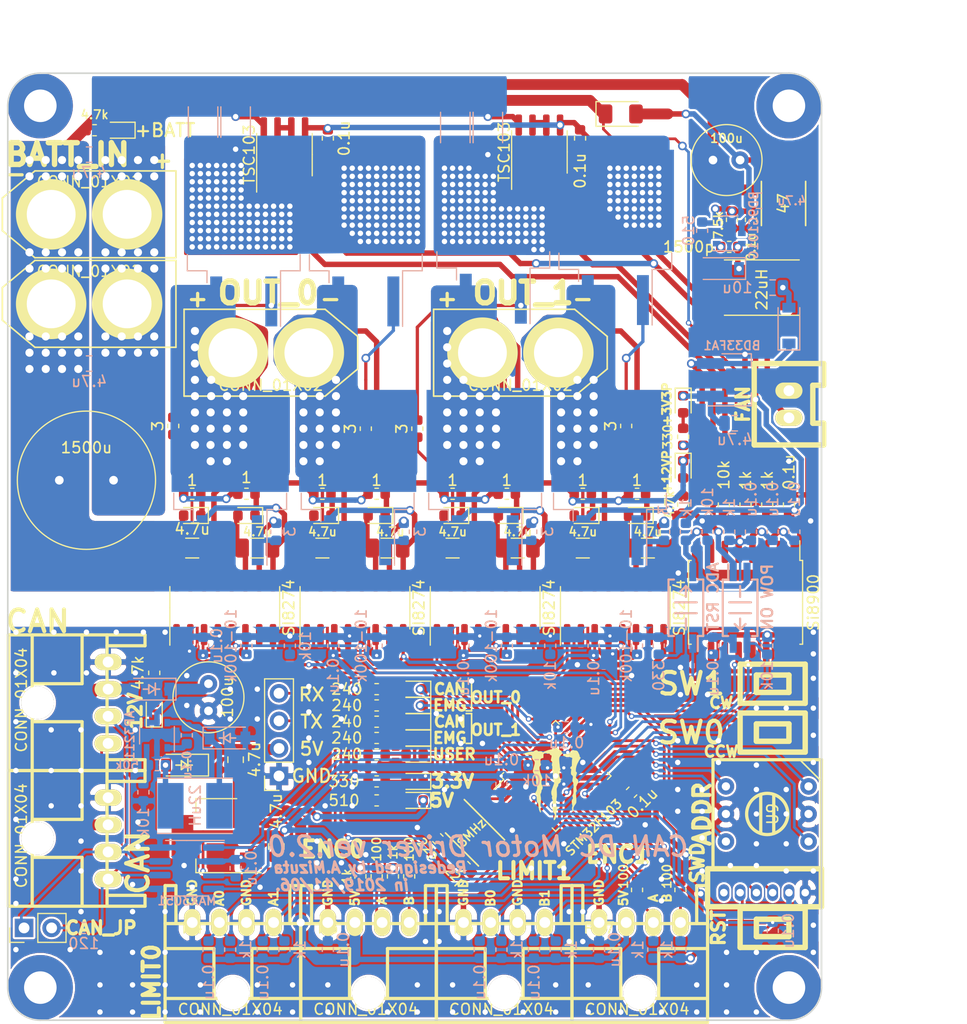
<source format=kicad_pcb>
(kicad_pcb (version 20171130) (host pcbnew "(5.1.4)-1")
  (layers (0 F.Cu signal) (31 B.Cu signal) (34 B.Paste user) (35 F.Paste user) (36 B.SilkS user) (37 F.SilkS user) (38 B.Mask user) (39 F.Mask user) (44 Edge.Cuts user))
  (net 0 "")
  (net 1 GND)
  (net 2 /NRST)
  (net 3 /OSC_IN)
  (net 4 /OSC_OUT)
  (net 5 +3.3V)
  (net 6 "Net-(C9-Pad1)")
  (net 7 +12V)
  (net 8 GNDPWR)
  (net 9 "Net-(C11-Pad1)")
  (net 10 /OUT_AN)
  (net 11 "Net-(C16-Pad1)")
  (net 12 "Net-(C18-Pad1)")
  (net 13 /OUT_BN)
  (net 14 +BATT)
  (net 15 "Net-(D1-Pad2)")
  (net 16 /ENC_Ab)
  (net 17 /ENC_Aa)
  (net 18 /ENC_Bb)
  (net 19 /ENC_Ba)
  (net 20 /CANL)
  (net 21 "Net-(P7-Pad2)")
  (net 22 /CANH)
  (net 23 /USART_RX)
  (net 24 /USART_TX)
  (net 25 /SWDIO)
  (net 26 /SWCLK)
  (net 27 /OUT_A)
  (net 28 /OUT_B)
  (net 29 /BOOT0)
  (net 30 "Net-(R4-Pad1)")
  (net 31 "Net-(R5-Pad1)")
  (net 32 "Net-(R10-Pad1)")
  (net 33 "Net-(R11-Pad1)")
  (net 34 /CAN_RX)
  (net 35 /PWM_A)
  (net 36 /PWM_AN)
  (net 37 /PWM_B)
  (net 38 /PWM_BN)
  (net 39 /CAN_TX)
  (net 40 "Net-(C10-Pad1)")
  (net 41 "Net-(C12-Pad1)")
  (net 42 "Net-(C17-Pad1)")
  (net 43 "Net-(C19-Pad1)")
  (net 44 "Net-(D10-Pad2)")
  (net 45 "Net-(D11-Pad2)")
  (net 46 "Net-(D12-Pad2)")
  (net 47 "Net-(D2-Pad1)")
  (net 48 "Net-(D3-Pad1)")
  (net 49 "Net-(D4-Pad1)")
  (net 50 "Net-(D5-Pad1)")
  (net 51 "Net-(D6-Pad1)")
  (net 52 "Net-(D7-Pad1)")
  (net 53 "Net-(D8-Pad1)")
  (net 54 "Net-(D9-Pad1)")
  (net 55 /SEL_1)
  (net 56 /SEL_4)
  (net 57 "Net-(C23-Pad1)")
  (net 58 "Net-(D14-Pad2)")
  (net 59 "Net-(C27-Pad1)")
  (net 60 +5V)
  (net 61 /LED_B)
  (net 62 /LED_A)
  (net 63 /SW1)
  (net 64 /SW2)
  (net 65 /SEL_8)
  (net 66 /MOTORA_EN)
  (net 67 /MOTORB_EN)
  (net 68 "Net-(R43-Pad1)")
  (net 69 "Net-(R44-Pad1)")
  (net 70 /PW_3.3V)
  (net 71 /CurrentA)
  (net 72 /Batt+)
  (net 73 "Net-(ADC1-Pad7)")
  (net 74 /ADC_RX)
  (net 75 /ADC_TX)
  (net 76 /MOTORB_BATT)
  (net 77 /CurrentB)
  (net 78 /MOTORA_BATT)
  (net 79 /LIMIT_A0)
  (net 80 /LIMIT_A1)
  (net 81 /LIMIT_B0)
  (net 82 /LIMIT_B1)
  (net 83 /SEL_2)
  (net 84 "Net-(ADC1-Pad3)")
  (net 85 "Net-(ADC1-Pad4)")
  (net 86 /LED_E)
  (net 87 "Net-(D16-Pad2)")
  (net 88 /LED_D)
  (net 89 "Net-(D17-Pad2)")
  (net 90 /LED_C)
  (net 91 "Net-(D18-Pad2)")
  (net 92 /PowerOn)
  (net 93 /ADC_~RST)
  (net 94 "Net-(IC2-Pad2)")
  (net 95 "Net-(P9-Pad2)")
  (net 96 "Net-(ADC1-Pad6)")
  (net 97 "Net-(ADC1-Pad11)")
  (net 98 "Net-(ADC1-Pad14)")
  (net 99 "Net-(ADC1-Pad15)")
  (net 100 "Net-(U2-Pad2)")
  (net 101 "Net-(U2-Pad7)")
  (net 102 "Net-(U2-Pad12)")
  (net 103 "Net-(U2-Pad13)")
  (net 104 "Net-(U3-Pad2)")
  (net 105 "Net-(U3-Pad7)")
  (net 106 "Net-(U3-Pad12)")
  (net 107 "Net-(U3-Pad13)")
  (net 108 "Net-(U5-Pad2)")
  (net 109 "Net-(U5-Pad7)")
  (net 110 "Net-(U5-Pad12)")
  (net 111 "Net-(U5-Pad13)")
  (net 112 "Net-(U6-Pad2)")
  (net 113 "Net-(U6-Pad7)")
  (net 114 "Net-(U6-Pad12)")
  (net 115 "Net-(U6-Pad13)")
  (net 116 "Net-(C6-Pad1)")
  (net 117 "Net-(C6-Pad2)")
  (net 118 "Net-(D20-Pad2)")
  (net 119 /FB)
  (net 120 "Net-(R48-Pad1)")
  (net 121 "Net-(R50-Pad1)")
  (net 122 "Net-(P13-Pad6)")
  (net 123 "Net-(D21-Pad2)")
  (net 124 "Net-(D22-Pad2)")
  (net 125 "Net-(D23-Pad2)")
  (net 126 "Net-(Q1-Pad1)")
  (net 127 "Net-(Q2-Pad1)")
  (net 128 "Net-(Q3-Pad1)")
  (net 129 "Net-(Q4-Pad1)")
  (net 130 "Net-(Q5-Pad1)")
  (net 131 "Net-(Q6-Pad1)")
  (net 132 "Net-(Q7-Pad1)")
  (net 133 "Net-(Q8-Pad1)")
  (net 134 "Net-(R60-Pad2)")
  (net 135 "Net-(R61-Pad2)")
  (net 136 "Net-(R63-Pad2)")
  (net 137 "Net-(R62-Pad2)")
  (net 138 "Net-(R56-Pad2)")
  (net 139 "Net-(R57-Pad2)")
  (net 140 "Net-(R59-Pad2)")
  (net 141 "Net-(R58-Pad2)")
  (net 142 /FB_OUT)
  (net 143 "Net-(C27-Pad2)")
  (net 144 /BATT+)
  (net 145 "Net-(IC1-Pad2)")
  (net 146 /GD_12V)
  (net 147 /FB_PWR)
  (module Capacitor_THT:C_Radial_D6.3mm_H11.0mm_P2.50mm (layer F.Cu) (at 155.5 68.75 180)
    (fp_text reference C28 hide)
    (fp_text value 100u (at 1.25 2) (layer F.SilkS) (effects (font (size 0.8 0.8))))
    (pad 1 thru_hole circle (at 0 0 180) (size 1.6 1.6) (drill 0.8) (layers *.Cu *.Mask) (net 144 /BATT+))
    (pad 2 thru_hole circle (at 2.5 0 180) (size 1.6 1.6) (drill 0.8) (layers *.Cu *.Mask) (net 8 GNDPWR))
  )
  (module Inductor_SMD:L_Taiyo-Yuden_NR-50xx_HandSoldering (layer F.Cu) (at 157.5 80.5)
    (fp_text reference L2 hide)
    (fp_text value 22uH (at 0 0.174999 90) (layer F.SilkS))
    (pad 1 smd rect (at -2.25 0) (size 2.4 4.2) (layers F.Cu F.Paste F.Mask) (net 59 "Net-(C27-Pad1)"))
    (pad 2 smd rect (at 2.25 0) (size 2.4 4.2) (layers F.Cu F.Paste F.Mask) (net 142 /FB_OUT))
  )
  (module Resistor_SMD:R_0603_1608Metric (layer F.Cu) (at 120.5 134.75 270)
    (fp_text reference R36 hide)
    (fp_text value 1k (at 0 1.25 270) (layer F.SilkS) (effects (font (size 0.8 0.8))))
    (pad 2 smd roundrect (at 0.7875 0 270) (size 0.875 0.95) (layers F.Cu F.Paste F.Mask) (net 17 /ENC_Aa))
    (pad 1 smd roundrect (at -0.7875 0 270) (size 0.875 0.95) (layers F.Cu F.Paste F.Mask) (net 5 +3.3V))
  )
  (module Inductor_SMD:L_Taiyo-Yuden_NR-50xx_HandSoldering (layer B.Cu) (at 105.25 128.25 180)
    (fp_text reference L1 hide)
    (fp_text value 22uH (at -0.025001 0.025001 90) (layer B.SilkS) (effects (justify mirror)))
    (pad 1 smd rect (at -2.25 0 180) (size 2.4 4.2) (layers B.Cu B.Paste B.Mask) (net 116 "Net-(C6-Pad1)"))
    (pad 2 smd rect (at 2.25 0 180) (size 2.4 4.2) (layers B.Cu B.Paste B.Mask) (net 118 "Net-(D20-Pad2)"))
  )
  (module Mizz_lib:XA_4LC (layer F.Cu) (at 97.25 127.5 270)
    (fp_text reference P16 hide)
    (fp_text value CONN_01X04 (at 3.5 8 270) (layer F.SilkS))
    (pad "" thru_hole circle (at 3.75 6.5 270) (size 3 3) (drill 3) (layers *.Cu *.Mask F.SilkS) (clearance -0.3))
    (pad 4 thru_hole oval (at 7.5 0 270) (size 1.5 2.5) (drill 1) (layers *.Cu *.Mask F.SilkS) (net 20 /CANL))
    (pad 3 thru_hole oval (at 5 0 270) (size 1.5 2.5) (drill 1) (layers *.Cu *.Mask F.SilkS) (net 22 /CANH))
    (pad 2 thru_hole oval (at 2.5 0 270) (size 1.5 2.5) (drill 1) (layers *.Cu *.Mask F.SilkS) (net 7 +12V))
    (pad 1 thru_hole oval (at 0 0 270) (size 1.5 2.5) (drill 1) (layers *.Cu *.Mask F.SilkS) (net 1 GND))
  )
  (module Resistors_SMD:R_2812 (layer F.Cu) (at 159.5 72.75 90)
    (fp_text reference R55 hide)
    (fp_text value 47 (at 0 0 90) (layer F.SilkS))
    (pad 1 smd rect (at -3.15 0 90) (size 2 3.5) (layers F.Cu F.Paste F.Mask) (net 95 "Net-(P9-Pad2)"))
    (pad 2 smd rect (at 3.15 0 90) (size 2 3.5) (layers F.Cu F.Paste F.Mask) (net 144 /BATT+))
  )
  (module Mizz_lib:Crystal_SMD_5032_2Pads (layer F.Cu) (at 130.75 130.75 315)
    (fp_text reference X2 hide)
    (fp_text value 8MHz (at 0 0 45) (layer F.SilkS) (effects (font (size 0.8 0.8))))
    (pad 1 smd rect (at -2.05 0 315) (size 2 2.4) (layers F.Cu F.Paste F.Mask) (net 3 /OSC_IN))
    (pad 2 smd rect (at 2.05 0 315) (size 2 2.4) (layers F.Cu F.Paste F.Mask) (net 4 /OSC_OUT))
  )
  (module Buttons_Switches_ThroughHole:rotary_0F (layer F.Cu) (at 158 129 90)
    (fp_text reference U9 (at 0 0.5 90) (layer F.SilkS))
    (fp_text value SW_ROTARY_16)
    (pad 1 thru_hole circle (at -2.54 3.81 90) (size 1.524 1.524) (drill 0.762) (layers *.Cu *.Mask) (net 83 /SEL_2))
    (pad 2 thru_hole circle (at 0 3.81 90) (size 1.524 1.524) (drill 0.762) (layers *.Cu *.Mask) (net 1 GND))
    (pad 3 thru_hole circle (at 2.54 3.81 90) (size 1.524 1.524) (drill 0.762) (layers *.Cu *.Mask) (net 55 /SEL_1))
    (pad 4 thru_hole circle (at 2.54 -3.81 90) (size 1.524 1.524) (drill 0.762) (layers *.Cu *.Mask) (net 56 /SEL_4))
    (pad 5 thru_hole circle (at 0 -3.81 90) (size 1.524 1.524) (drill 0.762) (layers *.Cu *.Mask) (net 1 GND))
    (pad 6 thru_hole circle (at -2.54 -3.81 90) (size 1.524 1.524) (drill 0.762) (layers *.Cu *.Mask) (net 65 /SEL_8))
  )
  (module Package_SO:SOIC-16W_7.5x10.3mm_P1.27mm (layer F.Cu) (at 156 109.5 270)
    (fp_text reference ADC1 hide)
    (fp_text value Si8900 (at 0 -6.25 90) (layer F.SilkS))
    (pad 1 smd roundrect (at -4.65 -4.445 270) (size 2.05 0.6) (layers F.Cu F.Paste F.Mask) (net 70 /PW_3.3V))
    (pad 2 smd roundrect (at -4.65 -3.175 270) (size 2.05 0.6) (layers F.Cu F.Paste F.Mask) (net 70 /PW_3.3V))
    (pad 3 smd roundrect (at -4.65 -1.905 270) (size 2.05 0.6) (layers F.Cu F.Paste F.Mask) (net 84 "Net-(ADC1-Pad3)"))
    (pad 4 smd roundrect (at -4.65 -0.635 270) (size 2.05 0.6) (layers F.Cu F.Paste F.Mask) (net 85 "Net-(ADC1-Pad4)"))
    (pad 5 smd roundrect (at -4.65 0.635 270) (size 2.05 0.6) (layers F.Cu F.Paste F.Mask) (net 72 /Batt+))
    (pad 6 smd roundrect (at -4.65 1.905 270) (size 2.05 0.6) (layers F.Cu F.Paste F.Mask) (net 96 "Net-(ADC1-Pad6)"))
    (pad 7 smd roundrect (at -4.65 3.175 270) (size 2.05 0.6) (layers F.Cu F.Paste F.Mask) (net 73 "Net-(ADC1-Pad7)"))
    (pad 8 smd roundrect (at -4.65 4.445 270) (size 2.05 0.6) (layers F.Cu F.Paste F.Mask) (net 8 GNDPWR))
    (pad 9 smd roundrect (at 4.65 4.445 270) (size 2.05 0.6) (layers F.Cu F.Paste F.Mask) (net 1 GND))
    (pad 10 smd roundrect (at 4.65 3.175 270) (size 2.05 0.6) (layers F.Cu F.Paste F.Mask) (net 5 +3.3V))
    (pad 11 smd roundrect (at 4.65 1.905 270) (size 2.05 0.6) (layers F.Cu F.Paste F.Mask) (net 97 "Net-(ADC1-Pad11)"))
    (pad 12 smd roundrect (at 4.65 0.635 270) (size 2.05 0.6) (layers F.Cu F.Paste F.Mask) (net 74 /ADC_RX))
    (pad 13 smd roundrect (at 4.65 -0.635 270) (size 2.05 0.6) (layers F.Cu F.Paste F.Mask) (net 75 /ADC_TX))
    (pad 14 smd roundrect (at 4.65 -1.905 270) (size 2.05 0.6) (layers F.Cu F.Paste F.Mask) (net 98 "Net-(ADC1-Pad14)"))
    (pad 15 smd roundrect (at 4.65 -3.175 270) (size 2.05 0.6) (layers F.Cu F.Paste F.Mask) (net 99 "Net-(ADC1-Pad15)"))
    (pad 16 smd roundrect (at 4.65 -4.445 270) (size 2.05 0.6) (layers F.Cu F.Paste F.Mask) (net 5 +3.3V))
  )
  (module Capacitor_SMD:C_0603_1608Metric (layer B.Cu) (at 117.5 141.5 270)
    (fp_text reference C1 hide)
    (fp_text value 0.1u (at 0 -1.43 90) (layer B.SilkS) (effects (justify mirror)))
    (pad 1 smd roundrect (at -0.7875 0 270) (size 0.875 0.95) (layers B.Cu B.Paste B.Mask) (net 1 GND))
    (pad 2 smd roundrect (at 0.7875 0 270) (size 0.875 0.95) (layers B.Cu B.Paste B.Mask) (net 60 +5V))
  )
  (module Capacitor_SMD:C_0603_1608Metric (layer B.Cu) (at 118 113.5 270)
    (fp_text reference C2 hide)
    (fp_text value 0.1u (at 2.75 0 90) (layer B.SilkS) (effects (justify mirror)))
    (pad 2 smd roundrect (at 0.7875 0 270) (size 0.875 0.95) (layers B.Cu B.Paste B.Mask) (net 5 +3.3V))
    (pad 1 smd roundrect (at -0.7875 0 270) (size 0.875 0.95) (layers B.Cu B.Paste B.Mask) (net 1 GND))
  )
  (module Capacitor_SMD:C_0603_1608Metric (layer B.Cu) (at 106 113.5 270)
    (fp_text reference C3 hide)
    (fp_text value 0.1u (at 0 -1.25 90) (layer B.SilkS) (effects (justify mirror)))
    (pad 1 smd roundrect (at -0.7875 0 270) (size 0.875 0.95) (layers B.Cu B.Paste B.Mask) (net 1 GND))
    (pad 2 smd roundrect (at 0.7875 0 270) (size 0.875 0.95) (layers B.Cu B.Paste B.Mask) (net 5 +3.3V))
  )
  (module Capacitor_SMD:C_0603_1608Metric (layer F.Cu) (at 127.643153 131.293153 315)
    (fp_text reference C4 hide)
    (fp_text value 22p (at 0 1.272792 135) (layer F.SilkS) (effects (font (size 0.8 0.8))))
    (pad 1 smd roundrect (at -0.7875 0 315) (size 0.875 0.95) (layers F.Cu F.Paste F.Mask) (net 3 /OSC_IN))
    (pad 2 smd roundrect (at 0.7875 0 315) (size 0.875 0.95) (layers F.Cu F.Paste F.Mask) (net 1 GND))
  )
  (module Capacitor_SMD:C_0603_1608Metric (layer F.Cu) (at 130.15 133.85 135)
    (fp_text reference C5 hide)
    (fp_text value 22p (at 0 -1.272792 135) (layer F.SilkS) (effects (font (size 0.8 0.8))))
    (pad 1 smd roundrect (at -0.7875 0 135) (size 0.875 0.95) (layers F.Cu F.Paste F.Mask) (net 4 /OSC_OUT))
    (pad 2 smd roundrect (at 0.7875 0 135) (size 0.875 0.95) (layers F.Cu F.Paste F.Mask) (net 1 GND))
  )
  (module Capacitor_SMD:C_0603_1608Metric (layer B.Cu) (at 139.5 121 180)
    (fp_text reference C7 hide)
    (fp_text value 0.1u (at 0 -1.43) (layer B.SilkS) (effects (justify mirror)))
    (pad 2 smd roundrect (at 0.7875 0 180) (size 0.875 0.95) (layers B.Cu B.Paste B.Mask) (net 5 +3.3V))
    (pad 1 smd roundrect (at -0.7875 0 180) (size 0.875 0.95) (layers B.Cu B.Paste B.Mask) (net 1 GND))
  )
  (module Capacitor_SMD:C_0603_1608Metric (layer B.Cu) (at 133.5 126.25 90)
    (fp_text reference C8 hide)
    (fp_text value 0.1u (at 2.25 0 180) (layer B.SilkS) (effects (justify mirror)))
    (pad 1 smd roundrect (at -0.7875 0 90) (size 0.875 0.95) (layers B.Cu B.Paste B.Mask) (net 1 GND))
    (pad 2 smd roundrect (at 0.7875 0 90) (size 0.875 0.95) (layers B.Cu B.Paste B.Mask) (net 5 +3.3V))
  )
  (module Capacitor_SMD:C_1206_3216Metric (layer F.Cu) (at 117 104.5)
    (fp_text reference C9 hide)
    (fp_text value 4.7u (at 0 -1.5) (layer F.SilkS) (effects (font (size 0.8 0.8))))
    (pad 2 smd roundrect (at 1.4 0) (size 1.25 1.75) (layers F.Cu F.Paste F.Mask) (roundrect_rratio 0.2) (net 27 /OUT_A))
    (pad 1 smd roundrect (at -1.4 0) (size 1.25 1.75) (layers F.Cu F.Paste F.Mask) (roundrect_rratio 0.2) (net 6 "Net-(C9-Pad1)"))
  )
  (module Capacitor_SMD:C_1206_3216Metric (layer F.Cu) (at 123 104.5)
    (fp_text reference C10 hide)
    (fp_text value 4.7u (at 0.25 -1.5) (layer F.SilkS) (effects (font (size 0.8 0.8))))
    (pad 2 smd roundrect (at 1.4 0) (size 1.25 1.75) (layers F.Cu F.Paste F.Mask) (roundrect_rratio 0.2) (net 8 GNDPWR))
    (pad 1 smd roundrect (at -1.4 0) (size 1.25 1.75) (layers F.Cu F.Paste F.Mask) (roundrect_rratio 0.2) (net 40 "Net-(C10-Pad1)"))
  )
  (module Capacitor_SMD:C_1206_3216Metric (layer F.Cu) (at 105 104.5)
    (fp_text reference C11 hide)
    (fp_text value 4.7u (at 0 -1.75) (layer F.SilkS))
    (pad 1 smd roundrect (at -1.4 0) (size 1.25 1.75) (layers F.Cu F.Paste F.Mask) (roundrect_rratio 0.2) (net 9 "Net-(C11-Pad1)"))
    (pad 2 smd roundrect (at 1.4 0) (size 1.25 1.75) (layers F.Cu F.Paste F.Mask) (roundrect_rratio 0.2) (net 10 /OUT_AN))
  )
  (module Capacitor_SMD:C_1206_3216Metric (layer F.Cu) (at 111 104.5)
    (fp_text reference C12 hide)
    (fp_text value 4.7u (at 0 -1.5) (layer F.SilkS) (effects (font (size 0.8 0.8))))
    (pad 1 smd roundrect (at -1.4 0) (size 1.25 1.75) (layers F.Cu F.Paste F.Mask) (roundrect_rratio 0.2) (net 41 "Net-(C12-Pad1)"))
    (pad 2 smd roundrect (at 1.4 0) (size 1.25 1.75) (layers F.Cu F.Paste F.Mask) (roundrect_rratio 0.2) (net 8 GNDPWR))
  )
  (module Capacitor_SMD:C_0603_1608Metric (layer B.Cu) (at 142.5 141.5 270)
    (fp_text reference C13 hide)
    (fp_text value 0.1u (at 0 -1.43 90) (layer B.SilkS) (effects (justify mirror)))
    (pad 2 smd roundrect (at 0.7875 0 270) (size 0.875 0.95) (layers B.Cu B.Paste B.Mask) (net 60 +5V))
    (pad 1 smd roundrect (at -0.7875 0 270) (size 0.875 0.95) (layers B.Cu B.Paste B.Mask) (net 1 GND))
  )
  (module Capacitor_SMD:C_0603_1608Metric (layer B.Cu) (at 142 113.5 270)
    (fp_text reference C14 hide)
    (fp_text value 0.1u (at 3 0 90) (layer B.SilkS) (effects (justify mirror)))
    (pad 2 smd roundrect (at 0.7875 0 270) (size 0.875 0.95) (layers B.Cu B.Paste B.Mask) (net 5 +3.3V))
    (pad 1 smd roundrect (at -0.7875 0 270) (size 0.875 0.95) (layers B.Cu B.Paste B.Mask) (net 1 GND))
  )
  (module Capacitor_SMD:C_0603_1608Metric (layer B.Cu) (at 130 113.5 270)
    (fp_text reference C15 hide)
    (fp_text value 0.1u (at 3 0 90) (layer B.SilkS) (effects (justify mirror)))
    (pad 1 smd roundrect (at -0.7875 0 270) (size 0.875 0.95) (layers B.Cu B.Paste B.Mask) (net 1 GND))
    (pad 2 smd roundrect (at 0.7875 0 270) (size 0.875 0.95) (layers B.Cu B.Paste B.Mask) (net 5 +3.3V))
  )
  (module Capacitor_SMD:C_1206_3216Metric (layer F.Cu) (at 141 104.5)
    (fp_text reference C16 hide)
    (fp_text value 4.7u (at 0 -1.5) (layer F.SilkS) (effects (font (size 0.8 0.8))))
    (pad 2 smd roundrect (at 1.4 0) (size 1.25 1.75) (layers F.Cu F.Paste F.Mask) (roundrect_rratio 0.2) (net 28 /OUT_B))
    (pad 1 smd roundrect (at -1.4 0) (size 1.25 1.75) (layers F.Cu F.Paste F.Mask) (roundrect_rratio 0.2) (net 11 "Net-(C16-Pad1)"))
  )
  (module Capacitor_SMD:C_1206_3216Metric (layer F.Cu) (at 147 104.5)
    (fp_text reference C17 hide)
    (fp_text value 4.7u (at 0 -1.5) (layer F.SilkS) (effects (font (size 0.8 0.8))))
    (pad 2 smd roundrect (at 1.4 0) (size 1.25 1.75) (layers F.Cu F.Paste F.Mask) (roundrect_rratio 0.2) (net 8 GNDPWR))
    (pad 1 smd roundrect (at -1.4 0) (size 1.25 1.75) (layers F.Cu F.Paste F.Mask) (roundrect_rratio 0.2) (net 42 "Net-(C17-Pad1)"))
  )
  (module Capacitor_SMD:C_1206_3216Metric (layer F.Cu) (at 129 104.5)
    (fp_text reference C18 hide)
    (fp_text value 4.7u (at 0 -1.5) (layer F.SilkS) (effects (font (size 0.8 0.8))))
    (pad 2 smd roundrect (at 1.4 0) (size 1.25 1.75) (layers F.Cu F.Paste F.Mask) (roundrect_rratio 0.2) (net 13 /OUT_BN))
    (pad 1 smd roundrect (at -1.4 0) (size 1.25 1.75) (layers F.Cu F.Paste F.Mask) (roundrect_rratio 0.2) (net 12 "Net-(C18-Pad1)"))
  )
  (module Capacitor_SMD:C_1206_3216Metric (layer F.Cu) (at 135 104.5)
    (fp_text reference C19 hide)
    (fp_text value 4.7u (at 0 -1.5) (layer F.SilkS) (effects (font (size 0.8 0.8))))
    (pad 1 smd roundrect (at -1.4 0) (size 1.25 1.75) (layers F.Cu F.Paste F.Mask) (roundrect_rratio 0.2) (net 43 "Net-(C19-Pad1)"))
    (pad 2 smd roundrect (at 1.4 0) (size 1.25 1.75) (layers F.Cu F.Paste F.Mask) (roundrect_rratio 0.2) (net 8 GNDPWR))
  )
  (module Capacitor_SMD:C_0603_1608Metric (layer B.Cu) (at 153 113.5 270)
    (fp_text reference C22 hide)
    (fp_text value 0.1u (at 3 0 90) (layer B.SilkS) (effects (justify mirror)))
    (pad 2 smd roundrect (at 0.7875 0 270) (size 0.875 0.95) (layers B.Cu B.Paste B.Mask) (net 5 +3.3V))
    (pad 1 smd roundrect (at -0.7875 0 270) (size 0.875 0.95) (layers B.Cu B.Paste B.Mask) (net 1 GND))
  )
  (module Capacitor_SMD:C_0603_1608Metric (layer B.Cu) (at 109 134 270)
    (fp_text reference C20 hide)
    (fp_text value 0.1u (at 0 -1.43 90) (layer B.SilkS) (effects (justify mirror)))
    (pad 1 smd roundrect (at -0.7875 0 270) (size 0.875 0.95) (layers B.Cu B.Paste B.Mask) (net 1 GND))
    (pad 2 smd roundrect (at 0.7875 0 270) (size 0.875 0.95) (layers B.Cu B.Paste B.Mask) (net 5 +3.3V))
  )
  (module Capacitor_SMD:C_0603_1608Metric (layer F.Cu) (at 145.5 127 225)
    (fp_text reference C29 hide)
    (fp_text value 0.1u (at 0 -1.414214 45) (layer F.SilkS))
    (pad 2 smd roundrect (at 0.7875 0 225) (size 0.875 0.95) (layers F.Cu F.Paste F.Mask) (net 5 +3.3V))
    (pad 1 smd roundrect (at -0.7875 0 225) (size 0.875 0.95) (layers F.Cu F.Paste F.Mask) (net 1 GND))
  )
  (module Capacitor_SMD:C_0603_1608Metric (layer F.Cu) (at 160 100.5 90)
    (fp_text reference C31 hide)
    (fp_text value 0.1u (at 3 0 90) (layer F.SilkS))
    (pad 2 smd roundrect (at 0.7875 0 90) (size 0.875 0.95) (layers F.Cu F.Paste F.Mask) (net 8 GNDPWR))
    (pad 1 smd roundrect (at -0.7875 0 90) (size 0.875 0.95) (layers F.Cu F.Paste F.Mask) (net 70 /PW_3.3V))
  )
  (module Capacitor_SMD:C_0603_1608Metric (layer F.Cu) (at 140.75 66.75 270)
    (fp_text reference C32 hide)
    (fp_text value 0.1u (at 3 0 90) (layer F.SilkS))
    (pad 2 smd roundrect (at 0.7875 0 270) (size 0.875 0.95) (layers F.Cu F.Paste F.Mask) (net 8 GNDPWR))
    (pad 1 smd roundrect (at -0.7875 0 270) (size 0.875 0.95) (layers F.Cu F.Paste F.Mask) (net 70 /PW_3.3V))
  )
  (module Capacitor_SMD:C_0603_1608Metric (layer F.Cu) (at 117.5 66.75 270)
    (fp_text reference C33 hide)
    (fp_text value 0.1u (at 0 -1.5 90) (layer F.SilkS))
    (pad 1 smd roundrect (at -0.7875 0 270) (size 0.875 0.95) (layers F.Cu F.Paste F.Mask) (net 70 /PW_3.3V))
    (pad 2 smd roundrect (at 0.7875 0 270) (size 0.875 0.95) (layers F.Cu F.Paste F.Mask) (net 8 GNDPWR))
  )
  (module Capacitor_SMD:C_0603_1608Metric (layer B.Cu) (at 106.5 141.5 90)
    (fp_text reference C34 hide)
    (fp_text value 0.1u (at -3 0 90) (layer B.SilkS) (effects (justify mirror)))
    (pad 1 smd roundrect (at -0.7875 0 90) (size 0.875 0.95) (layers B.Cu B.Paste B.Mask) (net 60 +5V))
    (pad 2 smd roundrect (at 0.7875 0 90) (size 0.875 0.95) (layers B.Cu B.Paste B.Mask) (net 79 /LIMIT_A0))
  )
  (module Capacitor_SMD:C_0603_1608Metric (layer B.Cu) (at 111.5 141.5 90)
    (fp_text reference C35 hide)
    (fp_text value 0.1u (at -3 0 90) (layer B.SilkS) (effects (justify mirror)))
    (pad 2 smd roundrect (at 0.7875 0 90) (size 0.875 0.95) (layers B.Cu B.Paste B.Mask) (net 80 /LIMIT_A1))
    (pad 1 smd roundrect (at -0.7875 0 90) (size 0.875 0.95) (layers B.Cu B.Paste B.Mask) (net 60 +5V))
  )
  (module Capacitor_SMD:C_0603_1608Metric (layer B.Cu) (at 131.5 141.5 90)
    (fp_text reference C37 hide)
    (fp_text value 0.1u (at -3 0 90) (layer B.SilkS) (effects (justify mirror)))
    (pad 1 smd roundrect (at -0.7875 0 90) (size 0.875 0.95) (layers B.Cu B.Paste B.Mask) (net 60 +5V))
    (pad 2 smd roundrect (at 0.7875 0 90) (size 0.875 0.95) (layers B.Cu B.Paste B.Mask) (net 81 /LIMIT_B0))
  )
  (module Capacitor_SMD:C_0603_1608Metric (layer B.Cu) (at 136.5 141.5 90)
    (fp_text reference C38 hide)
    (fp_text value 0.1u (at -3 0 90) (layer B.SilkS) (effects (justify mirror)))
    (pad 1 smd roundrect (at -0.7875 0 90) (size 0.875 0.95) (layers B.Cu B.Paste B.Mask) (net 60 +5V))
    (pad 2 smd roundrect (at 0.7875 0 90) (size 0.875 0.95) (layers B.Cu B.Paste B.Mask) (net 82 /LIMIT_B1))
  )
  (module Capacitor_SMD:C_0603_1608Metric (layer B.Cu) (at 160.5 103 90)
    (fp_text reference C41 hide)
    (fp_text value 0.1u (at 3 0 90) (layer B.SilkS) (effects (justify mirror)))
    (pad 2 smd roundrect (at 0.7875 0 90) (size 0.875 0.95) (layers B.Cu B.Paste B.Mask) (net 8 GNDPWR))
    (pad 1 smd roundrect (at -0.7875 0 90) (size 0.875 0.95) (layers B.Cu B.Paste B.Mask) (net 84 "Net-(ADC1-Pad3)"))
  )
  (module Capacitor_SMD:C_0603_1608Metric (layer B.Cu) (at 158.5 103 90)
    (fp_text reference C42 hide)
    (fp_text value 0.1u (at 3 0 90) (layer B.SilkS) (effects (justify mirror)))
    (pad 2 smd roundrect (at 0.7875 0 90) (size 0.875 0.95) (layers B.Cu B.Paste B.Mask) (net 8 GNDPWR))
    (pad 1 smd roundrect (at -0.7875 0 90) (size 0.875 0.95) (layers B.Cu B.Paste B.Mask) (net 85 "Net-(ADC1-Pad4)"))
  )
  (module Capacitor_SMD:C_0603_1608Metric (layer B.Cu) (at 156.5 103 90)
    (fp_text reference C43 hide)
    (fp_text value 0.1u (at 3 0 90) (layer B.SilkS) (effects (justify mirror)))
    (pad 1 smd roundrect (at -0.7875 0 90) (size 0.875 0.95) (layers B.Cu B.Paste B.Mask) (net 72 /Batt+))
    (pad 2 smd roundrect (at 0.7875 0 90) (size 0.875 0.95) (layers B.Cu B.Paste B.Mask) (net 8 GNDPWR))
  )
  (module LED_SMD:LED_0603_1608Metric (layer F.Cu) (at 125.5 119 180)
    (fp_text reference D1 hide)
    (fp_text value LED)
    (pad 1 smd roundrect (at -0.7875 0 180) (size 0.875 0.95) (layers F.Cu F.Paste F.Mask) (net 61 /LED_B))
    (pad 2 smd roundrect (at 0.7875 0 180) (size 0.875 0.95) (layers F.Cu F.Paste F.Mask) (net 15 "Net-(D1-Pad2)"))
  )
  (module Diode_SMD:D_0603_1608Metric (layer F.Cu) (at 117 101.5 180)
    (fp_text reference D2 hide)
    (fp_text value DIODE)
    (pad 2 smd roundrect (at 0.7875 0 180) (size 0.875 0.95) (layers F.Cu F.Paste F.Mask) (net 6 "Net-(C9-Pad1)"))
    (pad 1 smd roundrect (at -0.7875 0 180) (size 0.875 0.95) (layers F.Cu F.Paste F.Mask) (net 47 "Net-(D2-Pad1)"))
  )
  (module Diode_SMD:D_0603_1608Metric (layer F.Cu) (at 105 101.5 180)
    (fp_text reference D3 hide)
    (fp_text value DIODE)
    (pad 1 smd roundrect (at -0.7875 0 180) (size 0.875 0.95) (layers F.Cu F.Paste F.Mask) (net 48 "Net-(D3-Pad1)"))
    (pad 2 smd roundrect (at 0.7875 0 180) (size 0.875 0.95) (layers F.Cu F.Paste F.Mask) (net 9 "Net-(C11-Pad1)"))
  )
  (module Diode_SMD:D_0603_1608Metric (layer F.Cu) (at 141 101.5 180)
    (fp_text reference D4 hide)
    (fp_text value DIODE)
    (pad 1 smd roundrect (at -0.7875 0 180) (size 0.875 0.95) (layers F.Cu F.Paste F.Mask) (net 49 "Net-(D4-Pad1)"))
    (pad 2 smd roundrect (at 0.7875 0 180) (size 0.875 0.95) (layers F.Cu F.Paste F.Mask) (net 11 "Net-(C16-Pad1)"))
  )
  (module Diode_SMD:D_0603_1608Metric (layer F.Cu) (at 129 101.5 180)
    (fp_text reference D5 hide)
    (fp_text value DIODE)
    (pad 2 smd roundrect (at 0.7875 0 180) (size 0.875 0.95) (layers F.Cu F.Paste F.Mask) (net 12 "Net-(C18-Pad1)"))
    (pad 1 smd roundrect (at -0.7875 0 180) (size 0.875 0.95) (layers F.Cu F.Paste F.Mask) (net 50 "Net-(D5-Pad1)"))
  )
  (module Diode_SMD:D_0603_1608Metric (layer F.Cu) (at 122 101.5 180)
    (fp_text reference D6 hide)
    (fp_text value DIODE)
    (pad 2 smd roundrect (at 0.7875 0 180) (size 0.875 0.95) (layers F.Cu F.Paste F.Mask) (net 40 "Net-(C10-Pad1)"))
    (pad 1 smd roundrect (at -0.7875 0 180) (size 0.875 0.95) (layers F.Cu F.Paste F.Mask) (net 51 "Net-(D6-Pad1)"))
  )
  (module Diode_SMD:D_0603_1608Metric (layer F.Cu) (at 110 101.5 180)
    (fp_text reference D7 hide)
    (fp_text value DIODE)
    (pad 1 smd roundrect (at -0.7875 0 180) (size 0.875 0.95) (layers F.Cu F.Paste F.Mask) (net 52 "Net-(D7-Pad1)"))
    (pad 2 smd roundrect (at 0.7875 0 180) (size 0.875 0.95) (layers F.Cu F.Paste F.Mask) (net 41 "Net-(C12-Pad1)"))
  )
  (module Diode_SMD:D_0603_1608Metric (layer F.Cu) (at 146 101.5 180)
    (fp_text reference D8 hide)
    (fp_text value DIODE)
    (pad 1 smd roundrect (at -0.7875 0 180) (size 0.875 0.95) (layers F.Cu F.Paste F.Mask) (net 53 "Net-(D8-Pad1)"))
    (pad 2 smd roundrect (at 0.7875 0 180) (size 0.875 0.95) (layers F.Cu F.Paste F.Mask) (net 42 "Net-(C17-Pad1)"))
  )
  (module Diode_SMD:D_0603_1608Metric (layer F.Cu) (at 134 101.5 180)
    (fp_text reference D9 hide)
    (fp_text value DIODE)
    (pad 2 smd roundrect (at 0.7875 0 180) (size 0.875 0.95) (layers F.Cu F.Paste F.Mask) (net 43 "Net-(C19-Pad1)"))
    (pad 1 smd roundrect (at -0.7875 0 180) (size 0.875 0.95) (layers F.Cu F.Paste F.Mask) (net 54 "Net-(D9-Pad1)"))
  )
  (module Diode_SMD:D_1206_3216Metric (layer F.Cu) (at 144.5 64.5)
    (fp_text reference D15 hide)
    (fp_text value DIODE)
    (pad 1 smd roundrect (at -1.4 0) (size 1.25 1.75) (layers F.Cu F.Paste F.Mask) (roundrect_rratio 0.2) (net 14 +BATT))
    (pad 2 smd roundrect (at 1.4 0) (size 1.25 1.75) (layers F.Cu F.Paste F.Mask) (roundrect_rratio 0.2) (net 144 /BATT+))
  )
  (module Package_TO_SOT_SMD:TO-263-2 (layer B.Cu) (at 121 76 90)
    (fp_text reference Q1 hide)
    (fp_text value Q_NMOS_GDS)
    (pad 1 smd rect (at -5.775 2.54 90) (size 4.6 1.1) (layers B.Cu B.Paste B.Mask) (net 126 "Net-(Q1-Pad1)"))
    (pad 3 smd rect (at -5.775 -2.54 90) (size 4.6 1.1) (layers B.Cu B.Paste B.Mask) (net 27 /OUT_A))
    (pad 2 smd rect (at 3.375 0 90) (size 9.4 10.8) (layers B.Cu B.Mask) (net 78 /MOTORA_BATT))
  )
  (module Package_TO_SOT_SMD:TO-263-2 (layer B.Cu) (at 120.25 98 90)
    (fp_text reference Q2 hide)
    (fp_text value Q_NMOS_GDS)
    (pad 2 smd rect (at 3.375 0 90) (size 9.4 10.8) (layers B.Cu B.Mask) (net 27 /OUT_A))
    (pad 3 smd rect (at -5.775 -2.54 90) (size 4.6 1.1) (layers B.Cu B.Paste B.Mask) (net 8 GNDPWR))
    (pad 1 smd rect (at -5.775 2.54 90) (size 4.6 1.1) (layers B.Cu B.Paste B.Mask) (net 127 "Net-(Q2-Pad1)"))
  )
  (module Package_TO_SOT_SMD:TO-263-2 (layer B.Cu) (at 109.75 76 90)
    (fp_text reference Q3 hide)
    (fp_text value Q_NMOS_GDS)
    (pad 1 smd rect (at -5.775 2.54 90) (size 4.6 1.1) (layers B.Cu B.Paste B.Mask) (net 128 "Net-(Q3-Pad1)"))
    (pad 3 smd rect (at -5.775 -2.54 90) (size 4.6 1.1) (layers B.Cu B.Paste B.Mask) (net 10 /OUT_AN))
    (pad 2 smd rect (at 3.375 0 90) (size 9.4 10.8) (layers B.Cu B.Mask) (net 78 /MOTORA_BATT))
  )
  (module Package_TO_SOT_SMD:TO-263-2 (layer B.Cu) (at 108.5 98 90)
    (fp_text reference Q4 hide)
    (fp_text value Q_NMOS_GDS)
    (pad 1 smd rect (at -5.775 2.54 90) (size 4.6 1.1) (layers B.Cu B.Paste B.Mask) (net 129 "Net-(Q4-Pad1)"))
    (pad 3 smd rect (at -5.775 -2.54 90) (size 4.6 1.1) (layers B.Cu B.Paste B.Mask) (net 8 GNDPWR))
    (pad 2 smd rect (at 3.375 0 90) (size 9.4 10.8) (layers B.Cu B.Mask) (net 10 /OUT_AN))
  )
  (module Mizz_lib:SOIC-8_3.9x4.9mm_P1.27mm (layer F.Cu) (at 137 68 90)
    (fp_text reference AMP1 hide)
    (fp_text value TSC103 (at 0 -3.25 90) (layer F.SilkS))
    (pad 1 smd roundrect (at -2.475 -1.905 90) (size 1.95 0.6) (layers F.Cu F.Paste F.Mask) (net 76 /MOTORB_BATT))
    (pad 2 smd roundrect (at -2.475 -0.635 90) (size 1.95 0.6) (layers F.Cu F.Paste F.Mask) (net 8 GNDPWR))
    (pad 3 smd roundrect (at -2.475 0.635 90) (size 1.95 0.6) (layers F.Cu F.Paste F.Mask) (net 8 GNDPWR))
    (pad 4 smd roundrect (at -2.475 1.905 90) (size 1.95 0.6) (layers F.Cu F.Paste F.Mask) (net 77 /CurrentB))
    (pad 5 smd roundrect (at 2.475 1.905 90) (size 1.95 0.6) (layers F.Cu F.Paste F.Mask) (net 70 /PW_3.3V))
    (pad 6 smd roundrect (at 2.475 0.635 90) (size 1.95 0.6) (layers F.Cu F.Paste F.Mask) (net 8 GNDPWR))
    (pad 7 smd roundrect (at 2.475 -0.635 90) (size 1.95 0.6) (layers F.Cu F.Paste F.Mask) (net 8 GNDPWR))
    (pad 8 smd roundrect (at 2.475 -1.905 90) (size 1.95 0.6) (layers F.Cu F.Paste F.Mask) (net 14 +BATT))
  )
  (module Mizz_lib:SOIC-8_3.9x4.9mm_P1.27mm (layer F.Cu) (at 113.5 68.25 90)
    (fp_text reference AMP2 hide)
    (fp_text value TSC103 (at 0 -3.25 90) (layer F.SilkS))
    (pad 8 smd roundrect (at 2.475 -1.905 90) (size 1.95 0.6) (layers F.Cu F.Paste F.Mask) (net 14 +BATT))
    (pad 7 smd roundrect (at 2.475 -0.635 90) (size 1.95 0.6) (layers F.Cu F.Paste F.Mask) (net 8 GNDPWR))
    (pad 6 smd roundrect (at 2.475 0.635 90) (size 1.95 0.6) (layers F.Cu F.Paste F.Mask) (net 8 GNDPWR))
    (pad 5 smd roundrect (at 2.475 1.905 90) (size 1.95 0.6) (layers F.Cu F.Paste F.Mask) (net 70 /PW_3.3V))
    (pad 4 smd roundrect (at -2.475 1.905 90) (size 1.95 0.6) (layers F.Cu F.Paste F.Mask) (net 71 /CurrentA))
    (pad 3 smd roundrect (at -2.475 0.635 90) (size 1.95 0.6) (layers F.Cu F.Paste F.Mask) (net 8 GNDPWR))
    (pad 2 smd roundrect (at -2.475 -0.635 90) (size 1.95 0.6) (layers F.Cu F.Paste F.Mask) (net 8 GNDPWR))
    (pad 1 smd roundrect (at -2.475 -1.905 90) (size 1.95 0.6) (layers F.Cu F.Paste F.Mask) (net 78 /MOTORA_BATT))
  )
  (module Mizz_lib:SOIJ-4_5.3x5.3mm_Pitch1.27mm (layer B.Cu) (at 155.5 110 270)
    (fp_text reference IC1 hide)
    (fp_text value TLP291 hide)
    (pad 4 smd rect (at 3.3 0.635 270) (size 1.7 0.65) (layers B.Cu B.Paste B.Mask) (net 92 /PowerOn))
    (pad 3 smd rect (at 3.3 -0.635 270) (size 1.7 0.65) (layers B.Cu B.Paste B.Mask) (net 1 GND))
    (pad 2 smd rect (at -3.3 -0.635 270) (size 1.7 0.65) (layers B.Cu B.Paste B.Mask) (net 145 "Net-(IC1-Pad2)"))
    (pad 1 smd rect (at -3.3 0.635 270) (size 1.7 0.65) (layers B.Cu B.Paste B.Mask) (net 14 +BATT))
  )
  (module Mizz_lib:SOIJ-4_5.3x5.3mm_Pitch1.27mm (layer B.Cu) (at 150.5 110 90)
    (fp_text reference IC2 hide)
    (fp_text value TLP291 hide)
    (pad 1 smd rect (at -3.3 0.635 90) (size 1.7 0.65) (layers B.Cu B.Paste B.Mask) (net 93 /ADC_~RST))
    (pad 2 smd rect (at -3.3 -0.635 90) (size 1.7 0.65) (layers B.Cu B.Paste B.Mask) (net 94 "Net-(IC2-Pad2)"))
    (pad 3 smd rect (at 3.3 -0.635 90) (size 1.7 0.65) (layers B.Cu B.Paste B.Mask) (net 8 GNDPWR))
    (pad 4 smd rect (at 3.3 0.635 90) (size 1.7 0.65) (layers B.Cu B.Paste B.Mask) (net 73 "Net-(ADC1-Pad7)"))
  )
  (module Mizz_lib:XA_2P (layer F.Cu) (at 160 92.5 90)
    (fp_text reference P9 hide)
    (fp_text value CONN_01X02 hide)
    (pad 1 thru_hole oval (at 2.5 0 90) (size 1.5 2.5) (drill 1) (layers *.Cu *.Mask F.SilkS) (net 8 GNDPWR))
    (pad 2 thru_hole oval (at 0 0 90) (size 1.5 2.5) (drill 1) (layers *.Cu *.Mask F.SilkS) (net 95 "Net-(P9-Pad2)"))
  )
  (module Resistor_SMD:R_0603_1608Metric (layer B.Cu) (at 136.75 124.5 180)
    (fp_text reference R2 hide)
    (fp_text value 10k (at 0 -1.43) (layer B.SilkS) (effects (justify mirror)))
    (pad 2 smd roundrect (at 0.7875 0 180) (size 0.875 0.95) (layers B.Cu B.Paste B.Mask) (net 29 /BOOT0))
    (pad 1 smd roundrect (at -0.7875 0 180) (size 0.875 0.95) (layers B.Cu B.Paste B.Mask) (net 1 GND))
  )
  (module Resistor_SMD:R_0603_1608Metric (layer F.Cu) (at 122 119 180)
    (fp_text reference R3 hide)
    (fp_text value 100)
    (pad 1 smd roundrect (at -0.7875 0 180) (size 0.875 0.95) (layers F.Cu F.Paste F.Mask) (net 15 "Net-(D1-Pad2)"))
    (pad 2 smd roundrect (at 0.7875 0 180) (size 0.875 0.95) (layers F.Cu F.Paste F.Mask) (net 1 GND))
  )
  (module Resistor_SMD:R_0603_1608Metric (layer B.Cu) (at 122 113.5 90)
    (fp_text reference R4 hide)
    (fp_text value 10-100k (at 0 -1.43 90) (layer B.SilkS) (effects (justify mirror)))
    (pad 2 smd roundrect (at 0.7875 0 90) (size 0.875 0.95) (layers B.Cu B.Paste B.Mask) (net 1 GND))
    (pad 1 smd roundrect (at -0.7875 0 90) (size 0.875 0.95) (layers B.Cu B.Paste B.Mask) (net 30 "Net-(R4-Pad1)"))
  )
  (module Resistor_SMD:R_0603_1608Metric (layer B.Cu) (at 110 113.5 90)
    (fp_text reference R5 hide)
    (fp_text value 10-100k (at 0 -1.43 90) (layer B.SilkS) (effects (justify mirror)))
    (pad 1 smd roundrect (at -0.7875 0 90) (size 0.875 0.95) (layers B.Cu B.Paste B.Mask) (net 31 "Net-(R5-Pad1)"))
    (pad 2 smd roundrect (at 0.7875 0 90) (size 0.875 0.95) (layers B.Cu B.Paste B.Mask) (net 1 GND))
  )
  (module Resistor_SMD:R_0603_1608Metric (layer B.Cu) (at 150.5 103 270)
    (fp_text reference R6 hide)
    (fp_text value 1k (at -2.25 0 90) (layer B.SilkS) (effects (justify mirror)))
    (pad 1 smd roundrect (at -0.7875 0 270) (size 0.875 0.95) (layers B.Cu B.Paste B.Mask) (net 70 /PW_3.3V))
    (pad 2 smd roundrect (at 0.7875 0 270) (size 0.875 0.95) (layers B.Cu B.Paste B.Mask) (net 73 "Net-(ADC1-Pad7)"))
  )
  (module Resistor_SMD:R_0603_1608Metric (layer F.Cu) (at 154 100.5 270)
    (fp_text reference R9 hide)
    (fp_text value 10k (at -2.75 0 90) (layer F.SilkS))
    (pad 2 smd roundrect (at 0.7875 0 270) (size 0.875 0.95) (layers F.Cu F.Paste F.Mask) (net 72 /Batt+))
    (pad 1 smd roundrect (at -0.7875 0 270) (size 0.875 0.95) (layers F.Cu F.Paste F.Mask) (net 14 +BATT))
  )
  (module Resistor_SMD:R_0603_1608Metric (layer B.Cu) (at 146 113.5 90)
    (fp_text reference R10 hide)
    (fp_text value 10-100k (at 0 -1 90) (layer B.SilkS) (effects (justify mirror)))
    (pad 2 smd roundrect (at 0.7875 0 90) (size 0.875 0.95) (layers B.Cu B.Paste B.Mask) (net 1 GND))
    (pad 1 smd roundrect (at -0.7875 0 90) (size 0.875 0.95) (layers B.Cu B.Paste B.Mask) (net 32 "Net-(R10-Pad1)"))
  )
  (module Resistor_SMD:R_0603_1608Metric (layer B.Cu) (at 134 113.5 90)
    (fp_text reference R11 hide)
    (fp_text value 10-100k (at 0 -1.43 90) (layer B.SilkS) (effects (justify mirror)))
    (pad 1 smd roundrect (at -0.7875 0 90) (size 0.875 0.95) (layers B.Cu B.Paste B.Mask) (net 33 "Net-(R11-Pad1)"))
    (pad 2 smd roundrect (at 0.7875 0 90) (size 0.875 0.95) (layers B.Cu B.Paste B.Mask) (net 1 GND))
  )
  (module Resistor_SMD:R_0603_1608Metric (layer B.Cu) (at 154.5 103 90)
    (fp_text reference R12 hide)
    (fp_text value 1k (at 2.25 0 90) (layer B.SilkS) (effects (justify mirror)))
    (pad 2 smd roundrect (at 0.7875 0 90) (size 0.875 0.95) (layers B.Cu B.Paste B.Mask) (net 8 GNDPWR))
    (pad 1 smd roundrect (at -0.7875 0 90) (size 0.875 0.95) (layers B.Cu B.Paste B.Mask) (net 72 /Batt+))
  )
  (module Resistor_SMD:R_0603_1608Metric (layer B.Cu) (at 108.5 141.5 270)
    (fp_text reference R13 hide)
    (fp_text value 1k (at 0 -1.43 90) (layer B.SilkS) (effects (justify mirror)))
    (pad 1 smd roundrect (at -0.7875 0 270) (size 0.875 0.95) (layers B.Cu B.Paste B.Mask) (net 79 /LIMIT_A0))
    (pad 2 smd roundrect (at 0.7875 0 270) (size 0.875 0.95) (layers B.Cu B.Paste B.Mask) (net 60 +5V))
  )
  (module Resistor_SMD:R_0603_1608Metric (layer B.Cu) (at 113.5 141.5 270)
    (fp_text reference R14 hide)
    (fp_text value 1k (at 0 -1.43 90) (layer B.SilkS) (effects (justify mirror)))
    (pad 2 smd roundrect (at 0.7875 0 270) (size 0.875 0.95) (layers B.Cu B.Paste B.Mask) (net 60 +5V))
    (pad 1 smd roundrect (at -0.7875 0 270) (size 0.875 0.95) (layers B.Cu B.Paste B.Mask) (net 80 /LIMIT_A1))
  )
  (module Resistor_SMD:R_0603_1608Metric (layer B.Cu) (at 133.5 141.5 270)
    (fp_text reference R15 hide)
    (fp_text value 1k (at 0 -1.43 90) (layer B.SilkS) (effects (justify mirror)))
    (pad 2 smd roundrect (at 0.7875 0 270) (size 0.875 0.95) (layers B.Cu B.Paste B.Mask) (net 60 +5V))
    (pad 1 smd roundrect (at -0.7875 0 270) (size 0.875 0.95) (layers B.Cu B.Paste B.Mask) (net 81 /LIMIT_B0))
  )
  (module Resistor_SMD:R_0603_1608Metric (layer B.Cu) (at 95 139.5 180)
    (fp_text reference R16 hide)
    (fp_text value 120 (at 0 -1.43) (layer B.SilkS) (effects (justify mirror)))
    (pad 2 smd roundrect (at 0.7875 0 180) (size 0.875 0.95) (layers B.Cu B.Paste B.Mask) (net 21 "Net-(P7-Pad2)"))
    (pad 1 smd roundrect (at -0.7875 0 180) (size 0.875 0.95) (layers B.Cu B.Paste B.Mask) (net 20 /CANL))
  )
  (module Resistor_SMD:R_0603_1608Metric (layer B.Cu) (at 138.5 141.5 270)
    (fp_text reference R17 hide)
    (fp_text value 1k (at 0 -1.43 90) (layer B.SilkS) (effects (justify mirror)))
    (pad 1 smd roundrect (at -0.7875 0 270) (size 0.875 0.95) (layers B.Cu B.Paste B.Mask) (net 82 /LIMIT_B1))
    (pad 2 smd roundrect (at 0.7875 0 270) (size 0.875 0.95) (layers B.Cu B.Paste B.Mask) (net 60 +5V))
  )
  (module Resistor_SMD:R_0603_1608Metric (layer F.Cu) (at 122 126 180)
    (fp_text reference R18 hide)
    (fp_text value 330)
    (pad 1 smd roundrect (at -0.7875 0 180) (size 0.875 0.95) (layers F.Cu F.Paste F.Mask) (net 44 "Net-(D10-Pad2)"))
    (pad 2 smd roundrect (at 0.7875 0 180) (size 0.875 0.95) (layers F.Cu F.Paste F.Mask) (net 1 GND))
  )
  (module Resistor_SMD:R_0603_1608Metric (layer F.Cu) (at 101.5 116 90)
    (fp_text reference R19 hide)
    (fp_text value 4.7k (at 0 -1.5 90) (layer F.SilkS))
    (pad 1 smd roundrect (at -0.7875 0 90) (size 0.875 0.95) (layers F.Cu F.Paste F.Mask) (net 45 "Net-(D11-Pad2)"))
    (pad 2 smd roundrect (at 0.7875 0 90) (size 0.875 0.95) (layers F.Cu F.Paste F.Mask) (net 1 GND))
  )
  (module Resistor_SMD:R_0603_1608Metric (layer F.Cu) (at 150.25 100.5 270)
    (fp_text reference R20 hide)
    (fp_text value 4.7k (at 0 1.25 90) (layer F.SilkS) (effects (font (size 0.8 0.8))))
    (pad 1 smd roundrect (at -0.7875 0 270) (size 0.875 0.95) (layers F.Cu F.Paste F.Mask) (net 46 "Net-(D12-Pad2)"))
    (pad 2 smd roundrect (at 0.7875 0 270) (size 0.875 0.95) (layers F.Cu F.Paste F.Mask) (net 8 GNDPWR))
  )
  (module Resistor_SMD:R_0603_1608Metric (layer F.Cu) (at 117 99.5)
    (fp_text reference R21 hide)
    (fp_text value 1 (at 0 -1.25) (layer F.SilkS))
    (pad 2 smd roundrect (at 0.7875 0) (size 0.875 0.95) (layers F.Cu F.Paste F.Mask) (net 47 "Net-(D2-Pad1)"))
    (pad 1 smd roundrect (at -0.7875 0) (size 0.875 0.95) (layers F.Cu F.Paste F.Mask) (net 146 /GD_12V))
  )
  (module Resistor_SMD:R_0603_1608Metric (layer F.Cu) (at 105 99.5)
    (fp_text reference R22 hide)
    (fp_text value 1 (at 0 -1.25) (layer F.SilkS))
    (pad 1 smd roundrect (at -0.7875 0) (size 0.875 0.95) (layers F.Cu F.Paste F.Mask) (net 146 /GD_12V))
    (pad 2 smd roundrect (at 0.7875 0) (size 0.875 0.95) (layers F.Cu F.Paste F.Mask) (net 48 "Net-(D3-Pad1)"))
  )
  (module Resistor_SMD:R_0603_1608Metric (layer F.Cu) (at 122 99.5)
    (fp_text reference R23 hide)
    (fp_text value 1 (at 0 -1.25) (layer F.SilkS))
    (pad 1 smd roundrect (at -0.7875 0) (size 0.875 0.95) (layers F.Cu F.Paste F.Mask) (net 146 /GD_12V))
    (pad 2 smd roundrect (at 0.7875 0) (size 0.875 0.95) (layers F.Cu F.Paste F.Mask) (net 51 "Net-(D6-Pad1)"))
  )
  (module Resistor_SMD:R_0603_1608Metric (layer F.Cu) (at 141 99.5)
    (fp_text reference R24 hide)
    (fp_text value 1 (at 0 -1.25) (layer F.SilkS))
    (pad 1 smd roundrect (at -0.7875 0) (size 0.875 0.95) (layers F.Cu F.Paste F.Mask) (net 146 /GD_12V))
    (pad 2 smd roundrect (at 0.7875 0) (size 0.875 0.95) (layers F.Cu F.Paste F.Mask) (net 49 "Net-(D4-Pad1)"))
  )
  (module Resistor_SMD:R_0603_1608Metric (layer F.Cu) (at 129 99.5)
    (fp_text reference R25 hide)
    (fp_text value 1 (at 0 -1.25) (layer F.SilkS))
    (pad 2 smd roundrect (at 0.7875 0) (size 0.875 0.95) (layers F.Cu F.Paste F.Mask) (net 50 "Net-(D5-Pad1)"))
    (pad 1 smd roundrect (at -0.7875 0) (size 0.875 0.95) (layers F.Cu F.Paste F.Mask) (net 146 /GD_12V))
  )
  (module Resistor_SMD:R_0603_1608Metric (layer F.Cu) (at 134 99.5)
    (fp_text reference R26 hide)
    (fp_text value 1 (at 0 -1.25) (layer F.SilkS))
    (pad 2 smd roundrect (at 0.7875 0) (size 0.875 0.95) (layers F.Cu F.Paste F.Mask) (net 54 "Net-(D9-Pad1)"))
    (pad 1 smd roundrect (at -0.7875 0) (size 0.875 0.95) (layers F.Cu F.Paste F.Mask) (net 146 /GD_12V))
  )
  (module Resistor_SMD:R_0603_1608Metric (layer F.Cu) (at 110 99.5)
    (fp_text reference R27 hide)
    (fp_text value 1 (at 0 -1.5) (layer F.SilkS))
    (pad 2 smd roundrect (at 0.7875 0) (size 0.875 0.95) (layers F.Cu F.Paste F.Mask) (net 52 "Net-(D7-Pad1)"))
    (pad 1 smd roundrect (at -0.7875 0) (size 0.875 0.95) (layers F.Cu F.Paste F.Mask) (net 146 /GD_12V))
  )
  (module Resistor_SMD:R_0603_1608Metric (layer F.Cu) (at 146 99.5)
    (fp_text reference R28 hide)
    (fp_text value 1 (at 0 -1.25) (layer F.SilkS))
    (pad 1 smd roundrect (at -0.7875 0) (size 0.875 0.95) (layers F.Cu F.Paste F.Mask) (net 146 /GD_12V))
    (pad 2 smd roundrect (at 0.7875 0) (size 0.875 0.95) (layers F.Cu F.Paste F.Mask) (net 53 "Net-(D8-Pad1)"))
  )
  (module Resistor_SMD:R_2010_5025Metric (layer B.Cu) (at 129.25 65.75 270)
    (fp_text reference R29 hide)
    (fp_text value 2m)
    (pad 1 smd roundrect (at -2.25 0 270) (size 1.35 2.65) (layers B.Cu B.Paste B.Mask) (roundrect_rratio 0.185185) (net 14 +BATT))
    (pad 2 smd roundrect (at 2.25 0 270) (size 1.35 2.65) (layers B.Cu B.Paste B.Mask) (roundrect_rratio 0.185185) (net 76 /MOTORB_BATT))
  )
  (module Resistor_SMD:R_2010_5025Metric (layer B.Cu) (at 106 65.25 270)
    (fp_text reference R30 hide)
    (fp_text value 2m)
    (pad 2 smd roundrect (at 2.25 0 270) (size 1.35 2.65) (layers B.Cu B.Paste B.Mask) (roundrect_rratio 0.185185) (net 78 /MOTORA_BATT))
    (pad 1 smd roundrect (at -2.25 0 270) (size 1.35 2.65) (layers B.Cu B.Paste B.Mask) (roundrect_rratio 0.185185) (net 14 +BATT))
  )
  (module Resistor_SMD:R_0603_1608Metric (layer F.Cu) (at 158 100.5 90)
    (fp_text reference R31 hide)
    (fp_text value 1k (at 2.25 0 90) (layer F.SilkS))
    (pad 1 smd roundrect (at -0.7875 0 90) (size 0.875 0.95) (layers F.Cu F.Paste F.Mask) (net 84 "Net-(ADC1-Pad3)"))
    (pad 2 smd roundrect (at 0.7875 0 90) (size 0.875 0.95) (layers F.Cu F.Paste F.Mask) (net 77 /CurrentB))
  )
  (module Resistor_SMD:R_0603_1608Metric (layer B.Cu) (at 114 113.5 270)
    (fp_text reference R32 hide)
    (fp_text value 10k (at 0 -1.43 90) (layer B.SilkS) (effects (justify mirror)))
    (pad 2 smd roundrect (at 0.7875 0 270) (size 0.875 0.95) (layers B.Cu B.Paste B.Mask) (net 66 /MOTORA_EN))
    (pad 1 smd roundrect (at -0.7875 0 270) (size 0.875 0.95) (layers B.Cu B.Paste B.Mask) (net 1 GND))
  )
  (module Resistor_SMD:R_0603_1608Metric (layer F.Cu) (at 156 100.5 90)
    (fp_text reference R33 hide)
    (fp_text value 1k (at 2.25 0 90) (layer F.SilkS))
    (pad 2 smd roundrect (at 0.7875 0 90) (size 0.875 0.95) (layers F.Cu F.Paste F.Mask) (net 71 /CurrentA))
    (pad 1 smd roundrect (at -0.7875 0 90) (size 0.875 0.95) (layers F.Cu F.Paste F.Mask) (net 85 "Net-(ADC1-Pad4)"))
  )
  (module Resistor_SMD:R_0603_1608Metric (layer F.Cu) (at 122 117.5 180)
    (fp_text reference R34 hide)
    (fp_text value 100)
    (pad 1 smd roundrect (at -0.7875 0 180) (size 0.875 0.95) (layers F.Cu F.Paste F.Mask) (net 58 "Net-(D14-Pad2)"))
    (pad 2 smd roundrect (at 0.7875 0 180) (size 0.875 0.95) (layers F.Cu F.Paste F.Mask) (net 1 GND))
  )
  (module Resistor_SMD:R_0603_1608Metric (layer B.Cu) (at 138 113.5 270)
    (fp_text reference R35 hide)
    (fp_text value 10k (at 2.75 0 90) (layer B.SilkS) (effects (justify mirror)))
    (pad 2 smd roundrect (at 0.7875 0 270) (size 0.875 0.95) (layers B.Cu B.Paste B.Mask) (net 67 /MOTORB_EN))
    (pad 1 smd roundrect (at -0.7875 0 270) (size 0.875 0.95) (layers B.Cu B.Paste B.Mask) (net 1 GND))
  )
  (module Resistor_SMD:R_0603_1608Metric (layer F.Cu) (at 123.5 134.75 270)
    (fp_text reference R37 hide)
    (fp_text value 1k (at -2.25 0 270) (layer F.SilkS) (effects (font (size 0.8 0.8))))
    (pad 1 smd roundrect (at -0.7875 0 270) (size 0.875 0.95) (layers F.Cu F.Paste F.Mask) (net 5 +3.3V))
    (pad 2 smd roundrect (at 0.7875 0 270) (size 0.875 0.95) (layers F.Cu F.Paste F.Mask) (net 16 /ENC_Ab))
  )
  (module Resistor_SMD:R_0603_1608Metric (layer B.Cu) (at 147.5 141.5 90)
    (fp_text reference R38 hide)
    (fp_text value 1k (at 0 -1.43 90) (layer B.SilkS) (effects (justify mirror)))
    (pad 2 smd roundrect (at 0.7875 0 90) (size 0.875 0.95) (layers B.Cu B.Paste B.Mask) (net 19 /ENC_Ba))
    (pad 1 smd roundrect (at -0.7875 0 90) (size 0.875 0.95) (layers B.Cu B.Paste B.Mask) (net 5 +3.3V))
  )
  (module Resistor_SMD:R_0603_1608Metric (layer B.Cu) (at 150 141.5 90)
    (fp_text reference R39 hide)
    (fp_text value 1k (at 0 -1.25 90) (layer B.SilkS) (effects (justify mirror)))
    (pad 1 smd roundrect (at -0.7875 0 90) (size 0.875 0.95) (layers B.Cu B.Paste B.Mask) (net 5 +3.3V))
    (pad 2 smd roundrect (at 0.7875 0 90) (size 0.875 0.95) (layers B.Cu B.Paste B.Mask) (net 18 /ENC_Bb))
  )
  (module Resistor_SMD:R_0603_1608Metric (layer F.Cu) (at 122 123.5 180)
    (fp_text reference R40 hide)
    (fp_text value 100)
    (pad 1 smd roundrect (at -0.7875 0 180) (size 0.875 0.95) (layers F.Cu F.Paste F.Mask) (net 87 "Net-(D16-Pad2)"))
    (pad 2 smd roundrect (at 0.7875 0 180) (size 0.875 0.95) (layers F.Cu F.Paste F.Mask) (net 1 GND))
  )
  (module Resistor_SMD:R_0603_1608Metric (layer F.Cu) (at 122 122 180)
    (fp_text reference R41 hide)
    (fp_text value 100)
    (pad 2 smd roundrect (at 0.7875 0 180) (size 0.875 0.95) (layers F.Cu F.Paste F.Mask) (net 1 GND))
    (pad 1 smd roundrect (at -0.7875 0 180) (size 0.875 0.95) (layers F.Cu F.Paste F.Mask) (net 89 "Net-(D17-Pad2)"))
  )
  (module Resistor_SMD:R_0603_1608Metric (layer F.Cu) (at 122 120.5 180)
    (fp_text reference R42 hide)
    (fp_text value 100)
    (pad 1 smd roundrect (at -0.7875 0 180) (size 0.875 0.95) (layers F.Cu F.Paste F.Mask) (net 91 "Net-(D18-Pad2)"))
    (pad 2 smd roundrect (at 0.7875 0 180) (size 0.875 0.95) (layers F.Cu F.Paste F.Mask) (net 1 GND))
  )
  (module Resistor_SMD:R_0603_1608Metric (layer F.Cu) (at 122 134.75 270)
    (fp_text reference R43 hide)
    (fp_text value 100 (at -2.5 0 90) (layer F.SilkS) (effects (font (size 0.8 0.8))))
    (pad 1 smd roundrect (at -0.7875 0 270) (size 0.875 0.95) (layers F.Cu F.Paste F.Mask) (net 68 "Net-(R43-Pad1)"))
    (pad 2 smd roundrect (at 0.7875 0 270) (size 0.875 0.95) (layers F.Cu F.Paste F.Mask) (net 17 /ENC_Aa))
  )
  (module Resistor_SMD:R_0603_1608Metric (layer F.Cu) (at 125 134.75 270)
    (fp_text reference R44 hide)
    (fp_text value 100 (at -2.5 0 90) (layer F.SilkS) (effects (font (size 0.8 0.8))))
    (pad 1 smd roundrect (at -0.7875 0 270) (size 0.875 0.95) (layers F.Cu F.Paste F.Mask) (net 69 "Net-(R44-Pad1)"))
    (pad 2 smd roundrect (at 0.7875 0 270) (size 0.875 0.95) (layers F.Cu F.Paste F.Mask) (net 16 /ENC_Ab))
  )
  (module Resistor_SMD:R_0603_1608Metric (layer F.Cu) (at 146 136 270)
    (fp_text reference R48 hide)
    (fp_text value 100 (at -1.25 1.25 90) (layer F.SilkS) (effects (font (size 0.8 0.8))))
    (pad 1 smd roundrect (at -0.7875 0 270) (size 0.875 0.95) (layers F.Cu F.Paste F.Mask) (net 120 "Net-(R48-Pad1)"))
    (pad 2 smd roundrect (at 0.7875 0 270) (size 0.875 0.95) (layers F.Cu F.Paste F.Mask) (net 19 /ENC_Ba))
  )
  (module Resistor_SMD:R_0603_1608Metric (layer F.Cu) (at 150 136 270)
    (fp_text reference R50 hide)
    (fp_text value 100 (at -1.25 1.25 90) (layer F.SilkS) (effects (font (size 0.8 0.8))))
    (pad 1 smd roundrect (at -0.7875 0 270) (size 0.875 0.95) (layers F.Cu F.Paste F.Mask) (net 121 "Net-(R50-Pad1)"))
    (pad 2 smd roundrect (at 0.7875 0 270) (size 0.875 0.95) (layers F.Cu F.Paste F.Mask) (net 18 /ENC_Bb))
  )
  (module Resistor_SMD:R_0603_1608Metric (layer B.Cu) (at 148 113.5 90)
    (fp_text reference R51 hide)
    (fp_text value 330 (at -2.75 0 90) (layer B.SilkS) (effects (justify mirror)))
    (pad 1 smd roundrect (at -0.7875 0 90) (size 0.875 0.95) (layers B.Cu B.Paste B.Mask) (net 94 "Net-(IC2-Pad2)"))
    (pad 2 smd roundrect (at 0.7875 0 90) (size 0.875 0.95) (layers B.Cu B.Paste B.Mask) (net 1 GND))
  )
  (module Resistor_SMD:R_0603_1608Metric (layer B.Cu) (at 158 113.5 90)
    (fp_text reference R52 hide)
    (fp_text value 10k (at -2.75 0 90) (layer B.SilkS) (effects (justify mirror)))
    (pad 2 smd roundrect (at 0.7875 0 90) (size 0.875 0.95) (layers B.Cu B.Paste B.Mask) (net 5 +3.3V))
    (pad 1 smd roundrect (at -0.7875 0 90) (size 0.875 0.95) (layers B.Cu B.Paste B.Mask) (net 92 /PowerOn))
  )
  (module Resistor_SMD:R_0603_1608Metric (layer B.Cu) (at 152.5 103 270)
    (fp_text reference R53 hide)
    (fp_text value 10k (at -2.75 0 90) (layer B.SilkS) (effects (justify mirror)))
    (pad 2 smd roundrect (at 0.7875 0 270) (size 0.875 0.95) (layers B.Cu B.Paste B.Mask) (net 145 "Net-(IC1-Pad2)"))
    (pad 1 smd roundrect (at -0.7875 0 270) (size 0.875 0.95) (layers B.Cu B.Paste B.Mask) (net 8 GNDPWR))
  )
  (module Mizz_lib:SMD_Button (layer F.Cu) (at 158.5 139.5)
    (fp_text reference SW1 hide)
    (fp_text value RST hide)
    (pad 2 smd rect (at -2.8 0) (size 2.6 1.5) (layers F.Cu F.Paste F.Mask) (net 2 /NRST))
    (pad 1 smd rect (at 2.8 0) (size 2.6 1.5) (layers F.Cu F.Paste F.Mask) (net 1 GND))
  )
  (module Mizz_lib:SMD_Button (layer F.Cu) (at 158.5 121.5)
    (fp_text reference SW2 hide)
    (fp_text value SW_PUSH hide)
    (pad 1 smd rect (at 2.8 0) (size 2.6 1.5) (layers F.Cu F.Paste F.Mask) (net 1 GND))
    (pad 2 smd rect (at -2.8 0) (size 2.6 1.5) (layers F.Cu F.Paste F.Mask) (net 63 /SW1))
  )
  (module Mizz_lib:SMD_Button (layer F.Cu) (at 158.5 117)
    (fp_text reference SW3 hide)
    (fp_text value SW_PUSH hide)
    (pad 1 smd rect (at 2.8 0) (size 2.6 1.5) (layers F.Cu F.Paste F.Mask) (net 1 GND))
    (pad 2 smd rect (at -2.8 0) (size 2.6 1.5) (layers F.Cu F.Paste F.Mask) (net 64 /SW2))
  )
  (module Package_QFP:LQFP-48_7x7mm_P0.5mm (layer F.Cu) (at 138.5 125.5 45)
    (fp_text reference U1 hide)
    (fp_text value STM32F103 (at -0.883883 5.833631 225) (layer F.SilkS) (effects (font (size 0.8 0.8))))
    (pad 1 smd roundrect (at -4.1625 -2.75 45) (size 1.475 0.3) (layers F.Cu F.Paste F.Mask) (net 5 +3.3V))
    (pad 2 smd roundrect (at -4.1625 -2.25 45) (size 1.475 0.3) (layers F.Cu F.Paste F.Mask) (net 90 /LED_C))
    (pad 3 smd roundrect (at -4.1625 -1.75 45) (size 1.475 0.3) (layers F.Cu F.Paste F.Mask) (net 88 /LED_D))
    (pad 4 smd roundrect (at -4.1625 -1.25 45) (size 1.475 0.3) (layers F.Cu F.Paste F.Mask) (net 86 /LED_E))
    (pad 5 smd roundrect (at -4.1625 -0.75 45) (size 1.475 0.3) (layers F.Cu F.Paste F.Mask) (net 3 /OSC_IN))
    (pad 6 smd roundrect (at -4.1625 -0.25 45) (size 1.475 0.3) (layers F.Cu F.Paste F.Mask) (net 4 /OSC_OUT))
    (pad 7 smd roundrect (at -4.1625 0.25 45) (size 1.475 0.3) (layers F.Cu F.Paste F.Mask) (net 2 /NRST))
    (pad 8 smd roundrect (at -4.1625 0.75 45) (size 1.475 0.3) (layers F.Cu F.Paste F.Mask) (net 1 GND))
    (pad 9 smd roundrect (at -4.1625 1.25 45) (size 1.475 0.3) (layers F.Cu F.Paste F.Mask) (net 5 +3.3V))
    (pad 10 smd roundrect (at -4.1625 1.75 45) (size 1.475 0.3) (layers F.Cu F.Paste F.Mask) (net 68 "Net-(R43-Pad1)"))
    (pad 11 smd roundrect (at -4.1625 2.25 45) (size 1.475 0.3) (layers F.Cu F.Paste F.Mask) (net 69 "Net-(R44-Pad1)"))
    (pad 12 smd roundrect (at -4.1625 2.75 45) (size 1.475 0.3) (layers F.Cu F.Paste F.Mask) (net 75 /ADC_TX))
    (pad 13 smd roundrect (at -2.75 4.1625 45) (size 0.3 1.475) (layers F.Cu F.Paste F.Mask) (net 74 /ADC_RX))
    (pad 14 smd roundrect (at -2.25 4.1625 45) (size 0.3 1.475) (layers F.Cu F.Paste F.Mask) (net 79 /LIMIT_A0))
    (pad 15 smd roundrect (at -1.75 4.1625 45) (size 0.3 1.475) (layers F.Cu F.Paste F.Mask) (net 80 /LIMIT_A1))
    (pad 16 smd roundrect (at -1.25 4.1625 45) (size 0.3 1.475) (layers F.Cu F.Paste F.Mask) (net 120 "Net-(R48-Pad1)"))
    (pad 17 smd roundrect (at -0.75 4.1625 45) (size 0.3 1.475) (layers F.Cu F.Paste F.Mask) (net 121 "Net-(R50-Pad1)"))
    (pad 18 smd roundrect (at -0.25 4.1625 45) (size 0.3 1.475) (layers F.Cu F.Paste F.Mask) (net 81 /LIMIT_B0))
    (pad 19 smd roundrect (at 0.25 4.1625 45) (size 0.3 1.475) (layers F.Cu F.Paste F.Mask) (net 82 /LIMIT_B1))
    (pad 20 smd roundrect (at 0.75 4.1625 45) (size 0.3 1.475) (layers F.Cu F.Paste F.Mask) (net 92 /PowerOn))
    (pad 21 smd roundrect (at 1.25 4.1625 45) (size 0.3 1.475) (layers F.Cu F.Paste F.Mask) (net 24 /USART_TX))
    (pad 22 smd roundrect (at 1.75 4.1625 45) (size 0.3 1.475) (layers F.Cu F.Paste F.Mask) (net 23 /USART_RX))
    (pad 23 smd roundrect (at 2.25 4.1625 45) (size 0.3 1.475) (layers F.Cu F.Paste F.Mask) (net 1 GND))
    (pad 24 smd roundrect (at 2.75 4.1625 45) (size 0.3 1.475) (layers F.Cu F.Paste F.Mask) (net 5 +3.3V))
    (pad 25 smd roundrect (at 4.1625 2.75 45) (size 1.475 0.3) (layers F.Cu F.Paste F.Mask) (net 65 /SEL_8))
    (pad 26 smd roundrect (at 4.1625 2.25 45) (size 1.475 0.3) (layers F.Cu F.Paste F.Mask) (net 56 /SEL_4))
    (pad 27 smd roundrect (at 4.1625 1.75 45) (size 1.475 0.3) (layers F.Cu F.Paste F.Mask) (net 83 /SEL_2))
    (pad 28 smd roundrect (at 4.1625 1.25 45) (size 1.475 0.3) (layers F.Cu F.Paste F.Mask) (net 55 /SEL_1))
    (pad 29 smd roundrect (at 4.1625 0.75 45) (size 1.475 0.3) (layers F.Cu F.Paste F.Mask) (net 67 /MOTORB_EN))
    (pad 30 smd roundrect (at 4.1625 0.25 45) (size 1.475 0.3) (layers F.Cu F.Paste F.Mask) (net 66 /MOTORA_EN))
    (pad 31 smd roundrect (at 4.1625 -0.25 45) (size 1.475 0.3) (layers F.Cu F.Paste F.Mask) (net 93 /ADC_~RST))
    (pad 32 smd roundrect (at 4.1625 -0.75 45) (size 1.475 0.3) (layers F.Cu F.Paste F.Mask) (net 34 /CAN_RX))
    (pad 33 smd roundrect (at 4.1625 -1.25 45) (size 1.475 0.3) (layers F.Cu F.Paste F.Mask) (net 39 /CAN_TX))
    (pad 34 smd roundrect (at 4.1625 -1.75 45) (size 1.475 0.3) (layers F.Cu F.Paste F.Mask) (net 25 /SWDIO))
    (pad 35 smd roundrect (at 4.1625 -2.25 45) (size 1.475 0.3) (layers F.Cu F.Paste F.Mask) (net 1 GND))
    (pad 36 smd roundrect (at 4.1625 -2.75 45) (size 1.475 0.3) (layers F.Cu F.Paste F.Mask) (net 5 +3.3V))
    (pad 37 smd roundrect (at 2.75 -4.1625 45) (size 0.3 1.475) (layers F.Cu F.Paste F.Mask) (net 26 /SWCLK))
    (pad 38 smd roundrect (at 2.25 -4.1625 45) (size 0.3 1.475) (layers F.Cu F.Paste F.Mask) (net 62 /LED_A))
    (pad 39 smd roundrect (at 1.75 -4.1625 45) (size 0.3 1.475) (layers F.Cu F.Paste F.Mask) (net 61 /LED_B))
    (pad 40 smd roundrect (at 1.25 -4.1625 45) (size 0.3 1.475) (layers F.Cu F.Paste F.Mask) (net 63 /SW1))
    (pad 41 smd roundrect (at 0.75 -4.1625 45) (size 0.3 1.475) (layers F.Cu F.Paste F.Mask) (net 64 /SW2))
    (pad 42 smd roundrect (at 0.25 -4.1625 45) (size 0.3 1.475) (layers F.Cu F.Paste F.Mask) (net 37 /PWM_B))
    (pad 43 smd roundrect (at -0.25 -4.1625 45) (size 0.3 1.475) (layers F.Cu F.Paste F.Mask) (net 38 /PWM_BN))
    (pad 44 smd roundrect (at -0.75 -4.1625 45) (size 0.3 1.475) (layers F.Cu F.Paste F.Mask) (net 29 /BOOT0))
    (pad 45 smd roundrect (at -1.25 -4.1625 45) (size 0.3 1.475) (layers F.Cu F.Paste F.Mask) (net 35 /PWM_A))
    (pad 46 smd roundrect (at -1.75 -4.1625 45) (size 0.3 1.475) (layers F.Cu F.Paste F.Mask) (net 36 /PWM_AN))
    (pad 47 smd roundrect (at -2.25 -4.1625 45) (size 0.3 1.475) (layers F.Cu F.Paste F.Mask) (net 1 GND))
    (pad 48 smd roundrect (at -2.75 -4.1625 45) (size 0.3 1.475) (layers F.Cu F.Paste F.Mask) (net 5 +3.3V))
  )
  (module Package_SO:SOIC-16_3.9x9.9mm_P1.27mm (layer F.Cu) (at 120 110 90)
    (fp_text reference U2 hide)
    (fp_text value SI8274 (at 0 5.9 90) (layer F.SilkS))
    (pad 16 smd roundrect (at 2.475 -4.445 90) (size 1.95 0.6) (layers F.Cu F.Paste F.Mask) (net 6 "Net-(C9-Pad1)"))
    (pad 15 smd roundrect (at 2.475 -3.175 90) (size 1.95 0.6) (layers F.Cu F.Paste F.Mask) (net 134 "Net-(R60-Pad2)"))
    (pad 14 smd roundrect (at 2.475 -1.905 90) (size 1.95 0.6) (layers F.Cu F.Paste F.Mask) (net 27 /OUT_A))
    (pad 13 smd roundrect (at 2.475 -0.635 90) (size 1.95 0.6) (layers F.Cu F.Paste F.Mask) (net 103 "Net-(U2-Pad13)"))
    (pad 12 smd roundrect (at 2.475 0.635 90) (size 1.95 0.6) (layers F.Cu F.Paste F.Mask) (net 102 "Net-(U2-Pad12)"))
    (pad 11 smd roundrect (at 2.475 1.905 90) (size 1.95 0.6) (layers F.Cu F.Paste F.Mask) (net 40 "Net-(C10-Pad1)"))
    (pad 10 smd roundrect (at 2.475 3.175 90) (size 1.95 0.6) (layers F.Cu F.Paste F.Mask) (net 135 "Net-(R61-Pad2)"))
    (pad 9 smd roundrect (at 2.475 4.445 90) (size 1.95 0.6) (layers F.Cu F.Paste F.Mask) (net 8 GNDPWR))
    (pad 8 smd roundrect (at -2.475 4.445 90) (size 1.95 0.6) (layers F.Cu F.Paste F.Mask) (net 5 +3.3V))
    (pad 7 smd roundrect (at -2.475 3.175 90) (size 1.95 0.6) (layers F.Cu F.Paste F.Mask) (net 101 "Net-(U2-Pad7)"))
    (pad 6 smd roundrect (at -2.475 1.905 90) (size 1.95 0.6) (layers F.Cu F.Paste F.Mask) (net 30 "Net-(R4-Pad1)"))
    (pad 5 smd roundrect (at -2.475 0.635 90) (size 1.95 0.6) (layers F.Cu F.Paste F.Mask) (net 66 /MOTORA_EN))
    (pad 4 smd roundrect (at -2.475 -0.635 90) (size 1.95 0.6) (layers F.Cu F.Paste F.Mask) (net 1 GND))
    (pad 3 smd roundrect (at -2.475 -1.905 90) (size 1.95 0.6) (layers F.Cu F.Paste F.Mask) (net 5 +3.3V))
    (pad 2 smd roundrect (at -2.475 -3.175 90) (size 1.95 0.6) (layers F.Cu F.Paste F.Mask) (net 100 "Net-(U2-Pad2)"))
    (pad 1 smd roundrect (at -2.475 -4.445 90) (size 1.95 0.6) (layers F.Cu F.Paste F.Mask) (net 35 /PWM_A))
  )
  (module Package_SO:SOIC-16_3.9x9.9mm_P1.27mm (layer F.Cu) (at 108 110 90)
    (fp_text reference U3 hide)
    (fp_text value SI8274 (at 0 5.9 90) (layer F.SilkS))
    (pad 1 smd roundrect (at -2.475 -4.445 90) (size 1.95 0.6) (layers F.Cu F.Paste F.Mask) (net 36 /PWM_AN))
    (pad 2 smd roundrect (at -2.475 -3.175 90) (size 1.95 0.6) (layers F.Cu F.Paste F.Mask) (net 104 "Net-(U3-Pad2)"))
    (pad 3 smd roundrect (at -2.475 -1.905 90) (size 1.95 0.6) (layers F.Cu F.Paste F.Mask) (net 5 +3.3V))
    (pad 4 smd roundrect (at -2.475 -0.635 90) (size 1.95 0.6) (layers F.Cu F.Paste F.Mask) (net 1 GND))
    (pad 5 smd roundrect (at -2.475 0.635 90) (size 1.95 0.6) (layers F.Cu F.Paste F.Mask) (net 66 /MOTORA_EN))
    (pad 6 smd roundrect (at -2.475 1.905 90) (size 1.95 0.6) (layers F.Cu F.Paste F.Mask) (net 31 "Net-(R5-Pad1)"))
    (pad 7 smd roundrect (at -2.475 3.175 90) (size 1.95 0.6) (layers F.Cu F.Paste F.Mask) (net 105 "Net-(U3-Pad7)"))
    (pad 8 smd roundrect (at -2.475 4.445 90) (size 1.95 0.6) (layers F.Cu F.Paste F.Mask) (net 5 +3.3V))
    (pad 9 smd roundrect (at 2.475 4.445 90) (size 1.95 0.6) (layers F.Cu F.Paste F.Mask) (net 8 GNDPWR))
    (pad 10 smd roundrect (at 2.475 3.175 90) (size 1.95 0.6) (layers F.Cu F.Paste F.Mask) (net 136 "Net-(R63-Pad2)"))
    (pad 11 smd roundrect (at 2.475 1.905 90) (size 1.95 0.6) (layers F.Cu F.Paste F.Mask) (net 41 "Net-(C12-Pad1)"))
    (pad 12 smd roundrect (at 2.475 0.635 90) (size 1.95 0.6) (layers F.Cu F.Paste F.Mask) (net 106 "Net-(U3-Pad12)"))
    (pad 13 smd roundrect (at 2.475 -0.635 90) (size 1.95 0.6) (layers F.Cu F.Paste F.Mask) (net 107 "Net-(U3-Pad13)"))
    (pad 14 smd roundrect (at 2.475 -1.905 90) (size 1.95 0.6) (layers F.Cu F.Paste F.Mask) (net 10 /OUT_AN))
    (pad 15 smd roundrect (at 2.475 -3.175 90) (size 1.95 0.6) (layers F.Cu F.Paste F.Mask) (net 137 "Net-(R62-Pad2)"))
    (pad 16 smd roundrect (at 2.475 -4.445 90) (size 1.95 0.6) (layers F.Cu F.Paste F.Mask) (net 9 "Net-(C11-Pad1)"))
  )
  (module Package_SO:SOIC-16_3.9x9.9mm_P1.27mm (layer F.Cu) (at 144 110 90)
    (fp_text reference U5 hide)
    (fp_text value SI8274 (at 0 5.9 90) (layer F.SilkS))
    (pad 16 smd roundrect (at 2.475 -4.445 90) (size 1.95 0.6) (layers F.Cu F.Paste F.Mask) (net 11 "Net-(C16-Pad1)"))
    (pad 15 smd roundrect (at 2.475 -3.175 90) (size 1.95 0.6) (layers F.Cu F.Paste F.Mask) (net 138 "Net-(R56-Pad2)"))
    (pad 14 smd roundrect (at 2.475 -1.905 90) (size 1.95 0.6) (layers F.Cu F.Paste F.Mask) (net 28 /OUT_B))
    (pad 13 smd roundrect (at 2.475 -0.635 90) (size 1.95 0.6) (layers F.Cu F.Paste F.Mask) (net 111 "Net-(U5-Pad13)"))
    (pad 12 smd roundrect (at 2.475 0.635 90) (size 1.95 0.6) (layers F.Cu F.Paste F.Mask) (net 110 "Net-(U5-Pad12)"))
    (pad 11 smd roundrect (at 2.475 1.905 90) (size 1.95 0.6) (layers F.Cu F.Paste F.Mask) (net 42 "Net-(C17-Pad1)"))
    (pad 10 smd roundrect (at 2.475 3.175 90) (size 1.95 0.6) (layers F.Cu F.Paste F.Mask) (net 139 "Net-(R57-Pad2)"))
    (pad 9 smd roundrect (at 2.475 4.445 90) (size 1.95 0.6) (layers F.Cu F.Paste F.Mask) (net 8 GNDPWR))
    (pad 8 smd roundrect (at -2.475 4.445 90) (size 1.95 0.6) (layers F.Cu F.Paste F.Mask) (net 5 +3.3V))
    (pad 7 smd roundrect (at -2.475 3.175 90) (size 1.95 0.6) (layers F.Cu F.Paste F.Mask) (net 109 "Net-(U5-Pad7)"))
    (pad 6 smd roundrect (at -2.475 1.905 90) (size 1.95 0.6) (layers F.Cu F.Paste F.Mask) (net 32 "Net-(R10-Pad1)"))
    (pad 5 smd roundrect (at -2.475 0.635 90) (size 1.95 0.6) (layers F.Cu F.Paste F.Mask) (net 67 /MOTORB_EN))
    (pad 4 smd roundrect (at -2.475 -0.635 90) (size 1.95 0.6) (layers F.Cu F.Paste F.Mask) (net 1 GND))
    (pad 3 smd roundrect (at -2.475 -1.905 90) (size 1.95 0.6) (layers F.Cu F.Paste F.Mask) (net 5 +3.3V))
    (pad 2 smd roundrect (at -2.475 -3.175 90) (size 1.95 0.6) (layers F.Cu F.Paste F.Mask) (net 108 "Net-(U5-Pad2)"))
    (pad 1 smd roundrect (at -2.475 -4.445 90) (size 1.95 0.6) (layers F.Cu F.Paste F.Mask) (net 37 /PWM_B))
  )
  (module Package_SO:SOIC-16_3.9x9.9mm_P1.27mm (layer F.Cu) (at 132 110 90)
    (fp_text reference U6 hide)
    (fp_text value SI8274 (at 0 5.9 90) (layer F.SilkS))
    (pad 1 smd roundrect (at -2.475 -4.445 90) (size 1.95 0.6) (layers F.Cu F.Paste F.Mask) (net 38 /PWM_BN))
    (pad 2 smd roundrect (at -2.475 -3.175 90) (size 1.95 0.6) (layers F.Cu F.Paste F.Mask) (net 112 "Net-(U6-Pad2)"))
    (pad 3 smd roundrect (at -2.475 -1.905 90) (size 1.95 0.6) (layers F.Cu F.Paste F.Mask) (net 5 +3.3V))
    (pad 4 smd roundrect (at -2.475 -0.635 90) (size 1.95 0.6) (layers F.Cu F.Paste F.Mask) (net 1 GND))
    (pad 5 smd roundrect (at -2.475 0.635 90) (size 1.95 0.6) (layers F.Cu F.Paste F.Mask) (net 67 /MOTORB_EN))
    (pad 6 smd roundrect (at -2.475 1.905 90) (size 1.95 0.6) (layers F.Cu F.Paste F.Mask) (net 33 "Net-(R11-Pad1)"))
    (pad 7 smd roundrect (at -2.475 3.175 90) (size 1.95 0.6) (layers F.Cu F.Paste F.Mask) (net 113 "Net-(U6-Pad7)"))
    (pad 8 smd roundrect (at -2.475 4.445 90) (size 1.95 0.6) (layers F.Cu F.Paste F.Mask) (net 5 +3.3V))
    (pad 9 smd roundrect (at 2.475 4.445 90) (size 1.95 0.6) (layers F.Cu F.Paste F.Mask) (net 8 GNDPWR))
    (pad 10 smd roundrect (at 2.475 3.175 90) (size 1.95 0.6) (layers F.Cu F.Paste F.Mask) (net 140 "Net-(R59-Pad2)"))
    (pad 11 smd roundrect (at 2.475 1.905 90) (size 1.95 0.6) (layers F.Cu F.Paste F.Mask) (net 43 "Net-(C19-Pad1)"))
    (pad 12 smd roundrect (at 2.475 0.635 90) (size 1.95 0.6) (layers F.Cu F.Paste F.Mask) (net 114 "Net-(U6-Pad12)"))
    (pad 13 smd roundrect (at 2.475 -0.635 90) (size 1.95 0.6) (layers F.Cu F.Paste F.Mask) (net 115 "Net-(U6-Pad13)"))
    (pad 14 smd roundrect (at 2.475 -1.905 90) (size 1.95 0.6) (layers F.Cu F.Paste F.Mask) (net 13 /OUT_BN))
    (pad 15 smd roundrect (at 2.475 -3.175 90) (size 1.95 0.6) (layers F.Cu F.Paste F.Mask) (net 141 "Net-(R58-Pad2)"))
    (pad 16 smd roundrect (at 2.475 -4.445 90) (size 1.95 0.6) (layers F.Cu F.Paste F.Mask) (net 12 "Net-(C18-Pad1)"))
  )
  (module Package_SO:SOIC-8_3.9x4.9mm_P1.27mm (layer B.Cu) (at 104.5 134 180)
    (fp_text reference U8 hide)
    (fp_text value MAX3051 (at 0 -3) (layer B.SilkS) (effects (font (size 0.8 0.8)) (justify mirror)))
    (pad 1 smd roundrect (at -2.475 1.905 180) (size 1.95 0.6) (layers B.Cu B.Paste B.Mask) (net 39 /CAN_TX))
    (pad 2 smd roundrect (at -2.475 0.635 180) (size 1.95 0.6) (layers B.Cu B.Paste B.Mask) (net 1 GND))
    (pad 3 smd roundrect (at -2.475 -0.635 180) (size 1.95 0.6) (layers B.Cu B.Paste B.Mask) (net 5 +3.3V))
    (pad 4 smd roundrect (at -2.475 -1.905 180) (size 1.95 0.6) (layers B.Cu B.Paste B.Mask) (net 34 /CAN_RX))
    (pad 5 smd roundrect (at 2.475 -1.905 180) (size 1.95 0.6) (layers B.Cu B.Paste B.Mask) (net 1 GND))
    (pad 6 smd roundrect (at 2.475 -0.635 180) (size 1.95 0.6) (layers B.Cu B.Paste B.Mask) (net 20 /CANL))
    (pad 7 smd roundrect (at 2.475 0.635 180) (size 1.95 0.6) (layers B.Cu B.Paste B.Mask) (net 22 /CANH))
    (pad 8 smd roundrect (at 2.475 1.905 180) (size 1.95 0.6) (layers B.Cu B.Paste B.Mask) (net 1 GND))
  )
  (module Package_TO_SOT_SMD:SOT-223-3_TabPin2 (layer F.Cu) (at 107.25 131 180)
    (fp_text reference U10 hide)
    (fp_text value NCP1117ST33T3G)
    (pad 2 smd rect (at 3.15 0 180) (size 2 3.8) (layers F.Cu F.Paste F.Mask) (net 5 +3.3V))
    (pad 2 smd rect (at -3.15 0 180) (size 2 1.5) (layers F.Cu F.Paste F.Mask) (net 5 +3.3V))
    (pad 3 smd rect (at -3.15 2.3 180) (size 2 1.5) (layers F.Cu F.Paste F.Mask) (net 60 +5V))
    (pad 1 smd rect (at -3.15 -2.3 180) (size 2 1.5) (layers F.Cu F.Paste F.Mask) (net 1 GND))
  )
  (module Resistor_SMD:R_2010_5025Metric (layer B.Cu) (at 132.25 65.75 270)
    (fp_text reference R7 hide)
    (fp_text value 2m)
    (pad 2 smd roundrect (at 2.25 0 270) (size 1.35 2.65) (layers B.Cu B.Paste B.Mask) (roundrect_rratio 0.185185) (net 76 /MOTORB_BATT))
    (pad 1 smd roundrect (at -2.25 0 270) (size 1.35 2.65) (layers B.Cu B.Paste B.Mask) (roundrect_rratio 0.185185) (net 14 +BATT))
  )
  (module Resistor_SMD:R_2010_5025Metric (layer B.Cu) (at 109 65.25 270)
    (fp_text reference R8 hide)
    (fp_text value 2m)
    (pad 1 smd roundrect (at -2.25 0 270) (size 1.35 2.65) (layers B.Cu B.Paste B.Mask) (roundrect_rratio 0.185185) (net 14 +BATT))
    (pad 2 smd roundrect (at 2.25 0 270) (size 1.35 2.65) (layers B.Cu B.Paste B.Mask) (roundrect_rratio 0.185185) (net 78 /MOTORA_BATT))
  )
  (module Package_TO_SOT_SMD:TO-263-2 (layer B.Cu) (at 144 75.875 90)
    (fp_text reference Q5 hide)
    (fp_text value Q_NMOS_GDS)
    (pad 2 smd rect (at 3.375 0 90) (size 9.4 10.8) (layers B.Cu B.Mask) (net 76 /MOTORB_BATT))
    (pad 3 smd rect (at -5.775 -2.54 90) (size 4.6 1.1) (layers B.Cu B.Paste B.Mask) (net 28 /OUT_B))
    (pad 1 smd rect (at -5.775 2.54 90) (size 4.6 1.1) (layers B.Cu B.Paste B.Mask) (net 130 "Net-(Q5-Pad1)"))
  )
  (module Package_TO_SOT_SMD:TO-263-2 (layer B.Cu) (at 143.5 98 90)
    (fp_text reference Q6 hide)
    (fp_text value Q_NMOS_GDS)
    (pad 1 smd rect (at -5.775 2.54 90) (size 4.6 1.1) (layers B.Cu B.Paste B.Mask) (net 131 "Net-(Q6-Pad1)"))
    (pad 3 smd rect (at -5.775 -2.54 90) (size 4.6 1.1) (layers B.Cu B.Paste B.Mask) (net 8 GNDPWR))
    (pad 2 smd rect (at 3.375 0 90) (size 9.4 10.8) (layers B.Cu B.Mask) (net 28 /OUT_B))
  )
  (module Package_TO_SOT_SMD:TO-263-2 (layer B.Cu) (at 132.75 75.75 90)
    (fp_text reference Q7 hide)
    (fp_text value Q_NMOS_GDS)
    (pad 2 smd rect (at 3.375 0 90) (size 9.4 10.8) (layers B.Cu B.Mask) (net 76 /MOTORB_BATT))
    (pad 3 smd rect (at -5.775 -2.54 90) (size 4.6 1.1) (layers B.Cu B.Paste B.Mask) (net 13 /OUT_BN))
    (pad 1 smd rect (at -5.775 2.54 90) (size 4.6 1.1) (layers B.Cu B.Paste B.Mask) (net 132 "Net-(Q7-Pad1)"))
  )
  (module Package_TO_SOT_SMD:TO-263-2 (layer B.Cu) (at 132 98 90)
    (fp_text reference Q8 hide)
    (fp_text value Q_NMOS_GDS)
    (pad 1 smd rect (at -5.775 2.54 90) (size 4.6 1.1) (layers B.Cu B.Paste B.Mask) (net 133 "Net-(Q8-Pad1)"))
    (pad 3 smd rect (at -5.775 -2.54 90) (size 4.6 1.1) (layers B.Cu B.Paste B.Mask) (net 8 GNDPWR))
    (pad 2 smd rect (at 3.375 0 90) (size 9.4 10.8) (layers B.Cu B.Mask) (net 13 /OUT_BN))
  )
  (module Mizz_lib:XA_4LC (layer F.Cu) (at 117.5 139)
    (fp_text reference P3 (at 0 0.5) (layer F.SilkS))
    (fp_text value CONN_01X04 (at 3.5 8) (layer F.SilkS))
    (pad 1 thru_hole oval (at 0 0) (size 1.5 2.5) (drill 1) (layers *.Cu *.Mask F.SilkS) (net 1 GND))
    (pad 2 thru_hole oval (at 2.5 0) (size 1.5 2.5) (drill 1) (layers *.Cu *.Mask F.SilkS) (net 60 +5V))
    (pad 3 thru_hole oval (at 5 0) (size 1.5 2.5) (drill 1) (layers *.Cu *.Mask F.SilkS) (net 17 /ENC_Aa))
    (pad 4 thru_hole oval (at 7.5 0) (size 1.5 2.5) (drill 1) (layers *.Cu *.Mask F.SilkS) (net 16 /ENC_Ab))
    (pad "" thru_hole circle (at 3.75 6.5) (size 3 3) (drill 3) (layers *.Cu *.Mask F.SilkS) (clearance -0.3))
  )
  (module Mizz_lib:XA_4LC (layer F.Cu) (at 105 139)
    (fp_text reference P4 (at 0 0.5) (layer F.SilkS))
    (fp_text value CONN_01X04 (at 3.5 8) (layer F.SilkS))
    (pad 1 thru_hole oval (at 0 0) (size 1.5 2.5) (drill 1) (layers *.Cu *.Mask F.SilkS) (net 1 GND))
    (pad 2 thru_hole oval (at 2.5 0) (size 1.5 2.5) (drill 1) (layers *.Cu *.Mask F.SilkS) (net 79 /LIMIT_A0))
    (pad 3 thru_hole oval (at 5 0) (size 1.5 2.5) (drill 1) (layers *.Cu *.Mask F.SilkS) (net 1 GND))
    (pad 4 thru_hole oval (at 7.5 0) (size 1.5 2.5) (drill 1) (layers *.Cu *.Mask F.SilkS) (net 80 /LIMIT_A1))
    (pad "" thru_hole circle (at 3.75 6.5) (size 3 3) (drill 3) (layers *.Cu *.Mask F.SilkS) (clearance -0.3))
  )
  (module Mizz_lib:XA_4LC (layer F.Cu) (at 142.5 139)
    (fp_text reference P17 (at 0 0.5) (layer F.SilkS))
    (fp_text value CONN_01X04 (at 3.5 8) (layer F.SilkS))
    (pad "" thru_hole circle (at 3.75 6.5) (size 3 3) (drill 3) (layers *.Cu *.Mask F.SilkS) (clearance -0.3))
    (pad 4 thru_hole oval (at 7.5 0) (size 1.5 2.5) (drill 1) (layers *.Cu *.Mask F.SilkS) (net 18 /ENC_Bb))
    (pad 3 thru_hole oval (at 5 0) (size 1.5 2.5) (drill 1) (layers *.Cu *.Mask F.SilkS) (net 19 /ENC_Ba))
    (pad 2 thru_hole oval (at 2.5 0) (size 1.5 2.5) (drill 1) (layers *.Cu *.Mask F.SilkS) (net 60 +5V))
    (pad 1 thru_hole oval (at 0 0) (size 1.5 2.5) (drill 1) (layers *.Cu *.Mask F.SilkS) (net 1 GND))
  )
  (module Mizz_lib:XT60_F (layer F.Cu) (at 135.25 86.5 180)
    (fp_text reference P11)
    (fp_text value CONN_01X02 (at 0 -3) (layer F.SilkS))
    (pad 2 thru_hole circle (at 3.5 0 180) (size 6.5 6.5) (drill 4.5) (layers *.Cu *.Mask F.SilkS) (net 13 /OUT_BN))
    (pad 1 thru_hole circle (at -3.5 0 180) (size 6.5 6.5) (drill 4.5) (layers *.Cu *.Mask F.SilkS) (net 28 /OUT_B))
  )
  (module Mizz_lib:XT60_F (layer F.Cu) (at 112.25 86.5 180)
    (fp_text reference P10)
    (fp_text value CONN_01X02 (at 0 -3) (layer F.SilkS))
    (pad 2 thru_hole circle (at 3.5 0 180) (size 6.5 6.5) (drill 4.5) (layers *.Cu *.Mask F.SilkS) (net 10 /OUT_AN))
    (pad 1 thru_hole circle (at -3.5 0 180) (size 6.5 6.5) (drill 4.5) (layers *.Cu *.Mask F.SilkS) (net 27 /OUT_A))
  )
  (module Mizz_lib:XT60_F (layer F.Cu) (at 95.5 82)
    (fp_text reference P2)
    (fp_text value CONN_01X02 (at 0 -3) (layer F.SilkS))
    (pad 2 thru_hole circle (at 3.5 0) (size 6.5 6.5) (drill 4.5) (layers *.Cu *.Mask F.SilkS) (net 14 +BATT))
    (pad 1 thru_hole circle (at -3.5 0) (size 6.5 6.5) (drill 4.5) (layers *.Cu *.Mask F.SilkS) (net 8 GNDPWR))
  )
  (module Capacitor_THT:C_Radial_D6.3mm_H11.0mm_P2.50mm (layer F.Cu) (at 106.5 117 270)
    (fp_text reference C23 hide)
    (fp_text value 100u (at 1.25 -1.75 90) (layer F.SilkS))
    (pad 1 thru_hole circle (at 0 0 270) (size 1.6 1.6) (drill 0.8) (layers *.Cu *.Mask) (net 57 "Net-(C23-Pad1)"))
    (pad 2 thru_hole circle (at 2.5 0 270) (size 1.6 1.6) (drill 0.8) (layers *.Cu *.Mask) (net 1 GND))
  )
  (module Mizz_lib:XT60_M (layer F.Cu) (at 95.5 73.75)
    (fp_text reference P1)
    (fp_text value CONN_01X02 (at 0 -3) (layer F.SilkS))
    (pad 2 thru_hole circle (at 3.5 0) (size 6.5 6.5) (drill 4.5) (layers *.Cu *.Mask F.SilkS) (net 14 +BATT))
    (pad 1 thru_hole circle (at -3.5 0) (size 6.5 6.5) (drill 4.5) (layers *.Cu *.Mask F.SilkS) (net 8 GNDPWR))
  )
  (module Connector_PinSocket_2.54mm:PinSocket_1x04_P2.54mm_Vertical (layer F.Cu) (at 113 125.5 180)
    (fp_text reference P5 hide)
    (fp_text value CONN_01X04)
    (pad 1 thru_hole rect (at 0 0 180) (size 1.7 1.7) (drill 1) (layers *.Cu *.Mask) (net 1 GND))
    (pad 2 thru_hole oval (at 0 2.54 180) (size 1.7 1.7) (drill 1) (layers *.Cu *.Mask) (net 60 +5V))
    (pad 3 thru_hole oval (at 0 5.08 180) (size 1.7 1.7) (drill 1) (layers *.Cu *.Mask) (net 24 /USART_TX))
    (pad 4 thru_hole oval (at 0 7.62 180) (size 1.7 1.7) (drill 1) (layers *.Cu *.Mask) (net 23 /USART_RX))
  )
  (module Mizz_lib:XA_4LC (layer F.Cu) (at 130 139)
    (fp_text reference P6 (at 0 0.5) (layer F.SilkS))
    (fp_text value CONN_01X04 (at 3.5 8) (layer F.SilkS))
    (pad "" thru_hole circle (at 3.75 6.5) (size 3 3) (drill 3) (layers *.Cu *.Mask F.SilkS) (clearance -0.3))
    (pad 4 thru_hole oval (at 7.5 0) (size 1.5 2.5) (drill 1) (layers *.Cu *.Mask F.SilkS) (net 82 /LIMIT_B1))
    (pad 3 thru_hole oval (at 5 0) (size 1.5 2.5) (drill 1) (layers *.Cu *.Mask F.SilkS) (net 1 GND))
    (pad 2 thru_hole oval (at 2.5 0) (size 1.5 2.5) (drill 1) (layers *.Cu *.Mask F.SilkS) (net 81 /LIMIT_B0))
    (pad 1 thru_hole oval (at 0 0) (size 1.5 2.5) (drill 1) (layers *.Cu *.Mask F.SilkS) (net 1 GND))
  )
  (module Connector_PinHeader_2.54mm:PinHeader_1x02_P2.54mm_Vertical (layer F.Cu) (at 89.5 139.5 90)
    (fp_text reference P7 hide)
    (fp_text value CONN_01X02)
    (pad 1 thru_hole rect (at 0 0 90) (size 1.7 1.7) (drill 1) (layers *.Cu *.Mask) (net 22 /CANH))
    (pad 2 thru_hole oval (at 0 2.54 90) (size 1.7 1.7) (drill 1) (layers *.Cu *.Mask) (net 21 "Net-(P7-Pad2)"))
  )
  (module Mizz_lib:ZH_6P (layer F.Cu) (at 161.5 136.25 180)
    (fp_text reference P13 hide)
    (fp_text value CONN_01X06 hide)
    (pad 1 thru_hole oval (at 0 0 180) (size 1 1.524) (drill 0.7) (layers *.Cu *.Mask) (net 1 GND))
    (pad 2 thru_hole oval (at 1.5 0 180) (size 1 1.524) (drill 0.7) (layers *.Cu *.Mask) (net 5 +3.3V))
    (pad 3 thru_hole oval (at 3 0 180) (size 1 1.524) (drill 0.7) (layers *.Cu *.Mask) (net 26 /SWCLK))
    (pad 4 thru_hole oval (at 4.5 0 180) (size 1 1.524) (drill 0.7) (layers *.Cu *.Mask) (net 25 /SWDIO))
    (pad 5 thru_hole oval (at 6 0 180) (size 1 1.524) (drill 0.7) (layers *.Cu *.Mask) (net 2 /NRST))
    (pad 6 thru_hole oval (at 7.5 0 180) (size 1 1.524) (drill 0.7) (layers *.Cu *.Mask) (net 122 "Net-(P13-Pad6)"))
  )
  (module LED_SMD:LED_0603_1608Metric (layer F.Cu) (at 125.5 126 180)
    (fp_text reference D10 hide)
    (fp_text value LED)
    (pad 2 smd roundrect (at 0.7875 0 180) (size 0.875 0.95) (layers F.Cu F.Paste F.Mask) (net 44 "Net-(D10-Pad2)"))
    (pad 1 smd roundrect (at -0.7875 0 180) (size 0.875 0.95) (layers F.Cu F.Paste F.Mask) (net 5 +3.3V))
  )
  (module LED_SMD:LED_0603_1608Metric (layer F.Cu) (at 101.5 119.5 90)
    (fp_text reference D11 hide)
    (fp_text value LED)
    (pad 1 smd roundrect (at -0.7875 0 90) (size 0.875 0.95) (layers F.Cu F.Paste F.Mask) (net 7 +12V))
    (pad 2 smd roundrect (at 0.7875 0 90) (size 0.875 0.95) (layers F.Cu F.Paste F.Mask) (net 45 "Net-(D11-Pad2)"))
  )
  (module LED_SMD:LED_0603_1608Metric (layer F.Cu) (at 150.25 97.25 270)
    (fp_text reference D12 hide)
    (fp_text value LED)
    (pad 1 smd roundrect (at -0.7875 0 270) (size 0.875 0.95) (layers F.Cu F.Paste F.Mask) (net 146 /GD_12V))
    (pad 2 smd roundrect (at 0.7875 0 270) (size 0.875 0.95) (layers F.Cu F.Paste F.Mask) (net 46 "Net-(D12-Pad2)"))
  )
  (module LED_SMD:LED_0603_1608Metric (layer F.Cu) (at 125.5 117.5 180)
    (fp_text reference D14 hide)
    (fp_text value LED)
    (pad 1 smd roundrect (at -0.7875 0 180) (size 0.875 0.95) (layers F.Cu F.Paste F.Mask) (net 62 /LED_A))
    (pad 2 smd roundrect (at 0.7875 0 180) (size 0.875 0.95) (layers F.Cu F.Paste F.Mask) (net 58 "Net-(D14-Pad2)"))
  )
  (module LED_SMD:LED_0603_1608Metric (layer F.Cu) (at 125.5 123.5 180)
    (fp_text reference D16 hide)
    (fp_text value LED)
    (pad 2 smd roundrect (at 0.7875 0 180) (size 0.875 0.95) (layers F.Cu F.Paste F.Mask) (net 87 "Net-(D16-Pad2)"))
    (pad 1 smd roundrect (at -0.7875 0 180) (size 0.875 0.95) (layers F.Cu F.Paste F.Mask) (net 86 /LED_E))
  )
  (module LED_SMD:LED_0603_1608Metric (layer F.Cu) (at 125.5 122 180)
    (fp_text reference D17 hide)
    (fp_text value LED)
    (pad 1 smd roundrect (at -0.7875 0 180) (size 0.875 0.95) (layers F.Cu F.Paste F.Mask) (net 88 /LED_D))
    (pad 2 smd roundrect (at 0.7875 0 180) (size 0.875 0.95) (layers F.Cu F.Paste F.Mask) (net 89 "Net-(D17-Pad2)"))
  )
  (module LED_SMD:LED_0603_1608Metric (layer F.Cu) (at 125.5 120.5 180)
    (fp_text reference D18 hide)
    (fp_text value LED)
    (pad 2 smd roundrect (at 0.7875 0 180) (size 0.875 0.95) (layers F.Cu F.Paste F.Mask) (net 91 "Net-(D18-Pad2)"))
    (pad 1 smd roundrect (at -0.7875 0 180) (size 0.875 0.95) (layers F.Cu F.Paste F.Mask) (net 90 /LED_C))
  )
  (module Capacitor_SMD:C_0603_1608Metric (layer B.Cu) (at 104.5 121.75 270)
    (fp_text reference C6 hide)
    (fp_text value 0.1u (at 2.75 0 90) (layer B.SilkS) (effects (font (size 0.8 0.8)) (justify mirror)))
    (pad 1 smd roundrect (at -0.7875 0 270) (size 0.875 0.95) (layers B.Cu B.Paste B.Mask) (net 116 "Net-(C6-Pad1)"))
    (pad 2 smd roundrect (at 0.7875 0 270) (size 0.875 0.95) (layers B.Cu B.Paste B.Mask) (net 117 "Net-(C6-Pad2)"))
  )
  (module Diode_SMD:D_SOD-123 (layer B.Cu) (at 108.25 122)
    (fp_text reference D13 hide)
    (fp_text value DIODE)
    (pad 1 smd rect (at -1.65 0) (size 0.9 1.2) (layers B.Cu B.Paste B.Mask) (net 116 "Net-(C6-Pad1)"))
    (pad 2 smd rect (at 1.65 0) (size 0.9 1.2) (layers B.Cu B.Paste B.Mask) (net 1 GND))
  )
  (module Diode_SMD:D_SOD-123 (layer B.Cu) (at 101.25 117.5 180)
    (fp_text reference D19 hide)
    (fp_text value DIODE)
    (pad 1 smd rect (at -1.65 0 180) (size 0.9 1.2) (layers B.Cu B.Paste B.Mask) (net 57 "Net-(C23-Pad1)"))
    (pad 2 smd rect (at 1.65 0 180) (size 0.9 1.2) (layers B.Cu B.Paste B.Mask) (net 7 +12V))
  )
  (module Diode_SMD:D_SOD-123 (layer F.Cu) (at 104.25 124.5 180)
    (fp_text reference D20 hide)
    (fp_text value DIODE)
    (pad 2 smd rect (at 1.65 0 180) (size 0.9 1.2) (layers F.Cu F.Paste F.Mask) (net 118 "Net-(D20-Pad2)"))
    (pad 1 smd rect (at -1.65 0 180) (size 0.9 1.2) (layers F.Cu F.Paste F.Mask) (net 60 +5V))
  )
  (module Resistor_SMD:R_0603_1608Metric (layer B.Cu) (at 101.75 124.5 180)
    (fp_text reference R45 hide)
    (fp_text value 50k (at 2.75 0) (layer B.SilkS) (effects (font (size 0.8 0.8)) (justify mirror)))
    (pad 1 smd roundrect (at -0.7875 0 180) (size 0.875 0.95) (layers B.Cu B.Paste B.Mask) (net 118 "Net-(D20-Pad2)"))
    (pad 2 smd roundrect (at 0.7875 0 180) (size 0.875 0.95) (layers B.Cu B.Paste B.Mask) (net 119 /FB))
  )
  (module Resistor_SMD:R_0603_1608Metric (layer B.Cu) (at 100.5 127 270)
    (fp_text reference R46 hide)
    (fp_text value 10k (at 2.75 0 90) (layer B.SilkS) (effects (justify mirror)))
    (pad 2 smd roundrect (at 0.7875 0 270) (size 0.875 0.95) (layers B.Cu B.Paste B.Mask) (net 1 GND))
    (pad 1 smd roundrect (at -0.7875 0 270) (size 0.875 0.95) (layers B.Cu B.Paste B.Mask) (net 119 /FB))
  )
  (module Package_SO:TSOP-6_1.65x3.05mm_P0.95mm (layer B.Cu) (at 101.75 121.75 90)
    (fp_text reference U7 hide)
    (fp_text value AP3211 (at 0 -2.5 90) (layer B.SilkS) (effects (font (size 0.8 0.8)) (justify mirror)))
    (pad 1 smd rect (at -1.16 0.95 90) (size 0.7 0.51) (layers B.Cu B.Paste B.Mask) (net 117 "Net-(C6-Pad2)"))
    (pad 2 smd rect (at -1.16 0 90) (size 0.7 0.51) (layers B.Cu B.Paste B.Mask) (net 1 GND))
    (pad 3 smd rect (at -1.16 -0.95 90) (size 0.7 0.51) (layers B.Cu B.Paste B.Mask) (net 119 /FB))
    (pad 4 smd rect (at 1.16 -0.95 90) (size 0.7 0.51) (layers B.Cu B.Paste B.Mask) (net 57 "Net-(C23-Pad1)"))
    (pad 5 smd rect (at 1.16 0 90) (size 0.7 0.51) (layers B.Cu B.Paste B.Mask) (net 57 "Net-(C23-Pad1)"))
    (pad 6 smd rect (at 1.16 0.95 90) (size 0.7 0.51) (layers B.Cu B.Paste B.Mask) (net 116 "Net-(C6-Pad1)"))
  )
  (module Mizz_lib:XA_4LC (layer F.Cu) (at 97.25 115 270)
    (fp_text reference P8 hide)
    (fp_text value CONN_01X04 (at 3.5 8 90) (layer F.SilkS))
    (pad "" thru_hole circle (at 3.75 6.5 270) (size 3 3) (drill 3) (layers *.Cu *.Mask F.SilkS) (clearance -0.3))
    (pad 4 thru_hole oval (at 7.5 0 270) (size 1.5 2.5) (drill 1) (layers *.Cu *.Mask F.SilkS) (net 20 /CANL))
    (pad 3 thru_hole oval (at 5 0 270) (size 1.5 2.5) (drill 1) (layers *.Cu *.Mask F.SilkS) (net 22 /CANH))
    (pad 2 thru_hole oval (at 2.5 0 270) (size 1.5 2.5) (drill 1) (layers *.Cu *.Mask F.SilkS) (net 7 +12V))
    (pad 1 thru_hole oval (at 0 0 270) (size 1.5 2.5) (drill 1) (layers *.Cu *.Mask F.SilkS) (net 1 GND))
  )
  (module Capacitor_SMD:C_0603_1608Metric (layer B.Cu) (at 158.51 139.76 270)
    (fp_text reference C25 hide)
    (fp_text value 0.1u (at 0 -1.43 90) (layer B.SilkS) (effects (justify mirror)))
    (pad 1 smd roundrect (at -0.7875 0 270) (size 0.875 0.95) (layers B.Cu B.Paste B.Mask) (net 2 /NRST))
    (pad 2 smd roundrect (at 0.7875 0 270) (size 0.875 0.95) (layers B.Cu B.Paste B.Mask) (net 1 GND))
  )
  (module LED_SMD:LED_0603_1608Metric (layer F.Cu) (at 125.5 127.75 180)
    (fp_text reference D21 hide)
    (fp_text value LED)
    (pad 1 smd roundrect (at -0.7875 0 180) (size 0.875 0.95) (layers F.Cu F.Paste F.Mask) (net 60 +5V))
    (pad 2 smd roundrect (at 0.7875 0 180) (size 0.875 0.95) (layers F.Cu F.Paste F.Mask) (net 123 "Net-(D21-Pad2)"))
  )
  (module LED_SMD:LED_0603_1608Metric (layer F.Cu) (at 98.25 66 180)
    (fp_text reference D22 hide)
    (fp_text value LED)
    (pad 1 smd roundrect (at -0.7875 0 180) (size 0.875 0.95) (layers F.Cu F.Paste F.Mask) (net 14 +BATT))
    (pad 2 smd roundrect (at 0.7875 0 180) (size 0.875 0.95) (layers F.Cu F.Paste F.Mask) (net 124 "Net-(D22-Pad2)"))
  )
  (module LED_SMD:LED_0603_1608Metric (layer F.Cu) (at 150.25 91.25 270)
    (fp_text reference D23 hide)
    (fp_text value LED)
    (pad 2 smd roundrect (at 0.7875 0 270) (size 0.875 0.95) (layers F.Cu F.Paste F.Mask) (net 125 "Net-(D23-Pad2)"))
    (pad 1 smd roundrect (at -0.7875 0 270) (size 0.875 0.95) (layers F.Cu F.Paste F.Mask) (net 70 /PW_3.3V))
  )
  (module Resistor_SMD:R_0603_1608Metric (layer F.Cu) (at 122 127.75 180)
    (fp_text reference R1 hide)
    (fp_text value 510)
    (pad 2 smd roundrect (at 0.7875 0 180) (size 0.875 0.95) (layers F.Cu F.Paste F.Mask) (net 1 GND))
    (pad 1 smd roundrect (at -0.7875 0 180) (size 0.875 0.95) (layers F.Cu F.Paste F.Mask) (net 123 "Net-(D21-Pad2)"))
  )
  (module Resistor_SMD:R_0603_1608Metric (layer F.Cu) (at 96 66 180)
    (fp_text reference R47 hide)
    (fp_text value 4.7k (at 0 1.43) (layer F.SilkS) (effects (font (size 0.8 0.8))))
    (pad 1 smd roundrect (at -0.7875 0 180) (size 0.875 0.95) (layers F.Cu F.Paste F.Mask) (net 124 "Net-(D22-Pad2)"))
    (pad 2 smd roundrect (at 0.7875 0 180) (size 0.875 0.95) (layers F.Cu F.Paste F.Mask) (net 8 GNDPWR))
  )
  (module Resistor_SMD:R_0603_1608Metric (layer F.Cu) (at 150.25 94.25 270)
    (fp_text reference R49 hide)
    (fp_text value 330 (at 0 1.43 90) (layer F.SilkS) (effects (font (size 0.8 0.8))))
    (pad 1 smd roundrect (at -0.7875 0 270) (size 0.875 0.95) (layers F.Cu F.Paste F.Mask) (net 125 "Net-(D23-Pad2)"))
    (pad 2 smd roundrect (at 0.7875 0 270) (size 0.875 0.95) (layers F.Cu F.Paste F.Mask) (net 8 GNDPWR))
  )
  (module Package_TO_SOT_SMD:SOT-89-3_Handsoldering (layer B.Cu) (at 154.75 89)
    (fp_text reference U11 hide)
    (fp_text value BD33FA1 (at 0 -3.15) (layer B.SilkS) (effects (font (size 0.8 0.8)) (justify mirror)))
    (pad 1 smd rect (at -1.98 1.5 90) (size 1 2.5) (layers B.Cu B.Paste B.Mask) (net 70 /PW_3.3V))
    (pad 2 smd rect (at -1.98 0 90) (size 1 2.5) (layers B.Cu B.Paste B.Mask) (net 8 GNDPWR))
    (pad 3 smd rect (at -1.98 -1.5 90) (size 1 2.5) (layers B.Cu B.Paste B.Mask) (net 146 /GD_12V))
    (pad 2 smd rect (at 1.98 0 90) (size 2 4) (layers B.Cu B.Paste B.Mask) (net 8 GNDPWR))
    (pad 2 smd trapezoid (at -0.37 0 270) (size 1.5 0.75) (rect_delta 0 -0.5) (layers B.Cu B.Paste B.Mask) (net 8 GNDPWR))
  )
  (module Capacitor_THT:C_Radial_D12.5mm_H25.0mm_P5.00mm (layer F.Cu) (at 97.75 98.25 180)
    (fp_text reference C44 hide)
    (fp_text value 1500u (at 2.5 3) (layer F.SilkS))
    (pad 1 thru_hole circle (at 0 0 180) (size 1.6 1.6) (drill 0.8) (layers *.Cu *.Mask) (net 14 +BATT))
    (pad 2 thru_hole circle (at 5 0 180) (size 1.6 1.6) (drill 0.8) (layers *.Cu *.Mask) (net 8 GNDPWR))
  )
  (module Capacitor_SMD:C_0805_2012Metric (layer F.Cu) (at 109 124 270)
    (fp_text reference C24 hide)
    (fp_text value 4.7u (at 0 -1.75 90) (layer F.SilkS))
    (pad 2 smd roundrect (at 0.9375 0 270) (size 0.975 1.4) (layers F.Cu F.Paste F.Mask) (net 1 GND))
    (pad 1 smd roundrect (at -0.9375 0 270) (size 0.975 1.4) (layers F.Cu F.Paste F.Mask) (net 60 +5V))
  )
  (module Capacitor_SMD:C_0805_2012Metric (layer F.Cu) (at 112.75 132 270)
    (fp_text reference C26 hide)
    (fp_text value 4.7u (at -3.25 0 90) (layer F.SilkS))
    (pad 1 smd roundrect (at -0.9375 0 270) (size 0.975 1.4) (layers F.Cu F.Paste F.Mask) (net 5 +3.3V))
    (pad 2 smd roundrect (at 0.9375 0 270) (size 0.975 1.4) (layers F.Cu F.Paste F.Mask) (net 1 GND))
  )
  (module Capacitor_SMD:C_0805_2012Metric (layer B.Cu) (at 155 93)
    (fp_text reference C30 hide)
    (fp_text value 4.7u (at 0 1.5) (layer B.SilkS) (effects (justify mirror)))
    (pad 1 smd roundrect (at -0.9375 0) (size 0.975 1.4) (layers B.Cu B.Paste B.Mask) (net 70 /PW_3.3V))
    (pad 2 smd roundrect (at 0.9375 0) (size 0.975 1.4) (layers B.Cu B.Paste B.Mask) (net 8 GNDPWR))
  )
  (module Capacitor_SMD:C_0805_2012Metric (layer B.Cu) (at 95.5 87.5 180)
    (fp_text reference C39 hide)
    (fp_text value 4.7u (at 0 -1.65) (layer B.SilkS) (effects (justify mirror)))
    (pad 2 smd roundrect (at 0.9375 0 180) (size 0.975 1.4) (layers B.Cu B.Paste B.Mask) (net 8 GNDPWR))
    (pad 1 smd roundrect (at -0.9375 0 180) (size 0.975 1.4) (layers B.Cu B.Paste B.Mask) (net 14 +BATT))
  )
  (module Capacitor_SMD:C_0805_2012Metric (layer B.Cu) (at 95.5 68.25 180)
    (fp_text reference C40 hide)
    (fp_text value 4.7u (at 0 -1.65) (layer B.SilkS) (effects (justify mirror)))
    (pad 1 smd roundrect (at -0.9375 0 180) (size 0.975 1.4) (layers B.Cu B.Paste B.Mask) (net 14 +BATT))
    (pad 2 smd roundrect (at 0.9375 0 180) (size 0.975 1.4) (layers B.Cu B.Paste B.Mask) (net 8 GNDPWR))
  )
  (module Resistor_SMD:R_0603_1608Metric (layer F.Cu) (at 145 93.25 270)
    (fp_text reference R56 hide)
    (fp_text value 3 (at 0 1.43 90) (layer F.SilkS))
    (pad 2 smd roundrect (at 0.7875 0 270) (size 0.875 0.95) (layers F.Cu F.Paste F.Mask) (net 138 "Net-(R56-Pad2)"))
    (pad 1 smd roundrect (at -0.7875 0 270) (size 0.875 0.95) (layers F.Cu F.Paste F.Mask) (net 130 "Net-(Q5-Pad1)"))
  )
  (module Resistor_SMD:R_0603_1608Metric (layer B.Cu) (at 148.5 103 90)
    (fp_text reference R57 hide)
    (fp_text value 3 (at 2 0 90) (layer B.SilkS) (effects (justify mirror)))
    (pad 1 smd roundrect (at -0.7875 0 90) (size 0.875 0.95) (layers B.Cu B.Paste B.Mask) (net 131 "Net-(Q6-Pad1)"))
    (pad 2 smd roundrect (at 0.7875 0 90) (size 0.875 0.95) (layers B.Cu B.Paste B.Mask) (net 139 "Net-(R57-Pad2)"))
  )
  (module Resistor_SMD:R_0603_1608Metric (layer F.Cu) (at 125.75 93.5 270)
    (fp_text reference R58 hide)
    (fp_text value 3 (at 0 1.43 90) (layer F.SilkS))
    (pad 2 smd roundrect (at 0.7875 0 270) (size 0.875 0.95) (layers F.Cu F.Paste F.Mask) (net 141 "Net-(R58-Pad2)"))
    (pad 1 smd roundrect (at -0.7875 0 270) (size 0.875 0.95) (layers F.Cu F.Paste F.Mask) (net 132 "Net-(Q7-Pad1)"))
  )
  (module Resistor_SMD:R_0603_1608Metric (layer B.Cu) (at 136.25 103 90)
    (fp_text reference R59 hide)
    (fp_text value 3 (at 0 1.5 90) (layer B.SilkS) (effects (justify mirror)))
    (pad 1 smd roundrect (at -0.7875 0 90) (size 0.875 0.95) (layers B.Cu B.Paste B.Mask) (net 133 "Net-(Q8-Pad1)"))
    (pad 2 smd roundrect (at 0.7875 0 90) (size 0.875 0.95) (layers B.Cu B.Paste B.Mask) (net 140 "Net-(R59-Pad2)"))
  )
  (module Resistor_SMD:R_0603_1608Metric (layer F.Cu) (at 121 93.5 270)
    (fp_text reference R60 hide)
    (fp_text value 3 (at 0 1.43 90) (layer F.SilkS))
    (pad 2 smd roundrect (at 0.7875 0 270) (size 0.875 0.95) (layers F.Cu F.Paste F.Mask) (net 134 "Net-(R60-Pad2)"))
    (pad 1 smd roundrect (at -0.7875 0 270) (size 0.875 0.95) (layers F.Cu F.Paste F.Mask) (net 126 "Net-(Q1-Pad1)"))
  )
  (module Resistor_SMD:R_0603_1608Metric (layer B.Cu) (at 124.5 103 90)
    (fp_text reference R61 hide)
    (fp_text value 3 (at 0 1.5 90) (layer B.SilkS) (effects (justify mirror)))
    (pad 1 smd roundrect (at -0.7875 0 90) (size 0.875 0.95) (layers B.Cu B.Paste B.Mask) (net 127 "Net-(Q2-Pad1)"))
    (pad 2 smd roundrect (at 0.7875 0 90) (size 0.875 0.95) (layers B.Cu B.Paste B.Mask) (net 135 "Net-(R61-Pad2)"))
  )
  (module Resistor_SMD:R_0603_1608Metric (layer F.Cu) (at 103.25 93.25 270)
    (fp_text reference R62 hide)
    (fp_text value 3 (at 0 1.43 90) (layer F.SilkS))
    (pad 2 smd roundrect (at 0.7875 0 270) (size 0.875 0.95) (layers F.Cu F.Paste F.Mask) (net 137 "Net-(R62-Pad2)"))
    (pad 1 smd roundrect (at -0.7875 0 270) (size 0.875 0.95) (layers F.Cu F.Paste F.Mask) (net 128 "Net-(Q3-Pad1)"))
  )
  (module Resistor_SMD:R_0603_1608Metric (layer B.Cu) (at 112.75 103 90)
    (fp_text reference R63 hide)
    (fp_text value 3 (at 0 1.25 90) (layer B.SilkS) (effects (justify mirror)))
    (pad 1 smd roundrect (at -0.7875 0 90) (size 0.875 0.95) (layers B.Cu B.Paste B.Mask) (net 129 "Net-(Q4-Pad1)"))
    (pad 2 smd roundrect (at 0.7875 0 90) (size 0.875 0.95) (layers B.Cu B.Paste B.Mask) (net 136 "Net-(R63-Pad2)"))
  )
  (module Mizz_lib:Mini_Monster (layer F.Cu) (at 138.25 126.25)
    (fp_text reference U12 hide)
    (fp_text value LOGO hide)
  )
  (module Capacitor_SMD:C_0603_1608Metric (layer F.Cu) (at 156.5 74.25 90)
    (fp_text reference C21 hide)
    (fp_text value 0.1u (at -2.5 0 270) (layer F.SilkS) (effects (font (size 0.8 0.8))))
    (pad 2 smd roundrect (at 0.7875 0 90) (size 0.875 0.95) (layers F.Cu F.Paste F.Mask) (net 147 /FB_PWR))
    (pad 1 smd roundrect (at -0.7875 0 90) (size 0.875 0.95) (layers F.Cu F.Paste F.Mask) (net 142 /FB_OUT))
  )
  (module Capacitor_SMD:C_0603_1608Metric (layer F.Cu) (at 154.5 76.75 180)
    (fp_text reference C27 hide)
    (fp_text value 1500p (at 3.75 0) (layer F.SilkS))
    (pad 1 smd roundrect (at -0.7875 0 180) (size 0.875 0.95) (layers F.Cu F.Paste F.Mask) (net 59 "Net-(C27-Pad1)"))
    (pad 2 smd roundrect (at 0.7875 0 180) (size 0.875 0.95) (layers F.Cu F.Paste F.Mask) (net 143 "Net-(C27-Pad2)"))
  )
  (module Capacitor_SMD:C_0805_2012Metric (layer B.Cu) (at 158.5 80.5 180)
    (fp_text reference C36 hide)
    (fp_text value 10u (at 3.25 0) (layer B.SilkS) (effects (justify mirror)))
    (pad 1 smd roundrect (at -0.9375 0 180) (size 0.975 1.4) (layers B.Cu B.Paste B.Mask) (net 142 /FB_OUT))
    (pad 2 smd roundrect (at 0.9375 0 180) (size 0.975 1.4) (layers B.Cu B.Paste B.Mask) (net 8 GNDPWR))
  )
  (module Diode_SMD:D_SOD-123 (layer B.Cu) (at 153.75 78.75 180)
    (fp_text reference D24 hide)
    (fp_text value DIODE)
    (pad 1 smd rect (at -1.65 0 180) (size 0.9 1.2) (layers B.Cu B.Paste B.Mask) (net 59 "Net-(C27-Pad1)"))
    (pad 2 smd rect (at 1.65 0 180) (size 0.9 1.2) (layers B.Cu B.Paste B.Mask) (net 8 GNDPWR))
  )
  (module Resistor_SMD:R_0603_1608Metric (layer B.Cu) (at 152 75.25 270)
    (fp_text reference R64 hide)
    (fp_text value 510 (at 0 1.25 90) (layer B.SilkS) (effects (justify mirror)))
    (pad 2 smd roundrect (at 0.7875 0 270) (size 0.875 0.95) (layers B.Cu B.Paste B.Mask) (net 8 GNDPWR))
    (pad 1 smd roundrect (at -0.7875 0 270) (size 0.875 0.95) (layers B.Cu B.Paste B.Mask) (net 147 /FB_PWR))
  )
  (module Resistor_SMD:R_0603_1608Metric (layer F.Cu) (at 154.75 74.25 90)
    (fp_text reference R65 hide)
    (fp_text value 7.5k (at -0.5 -1.25 90) (layer F.SilkS) (effects (font (size 0.8 0.8))))
    (pad 1 smd roundrect (at -0.7875 0 90) (size 0.875 0.95) (layers F.Cu F.Paste F.Mask) (net 142 /FB_OUT))
    (pad 2 smd roundrect (at 0.7875 0 90) (size 0.875 0.95) (layers F.Cu F.Paste F.Mask) (net 147 /FB_PWR))
  )
  (module Package_SO:TSOP-6_1.65x3.05mm_P0.95mm (layer B.Cu) (at 154.5 75.5)
    (fp_text reference U4 hide)
    (fp_text value BD9G101G (at 2.25 -0.75 90) (layer B.SilkS) (effects (font (size 0.8 0.8)) (justify mirror)))
    (pad 1 smd rect (at -1.16 0.95) (size 0.7 0.51) (layers B.Cu B.Paste B.Mask) (net 143 "Net-(C27-Pad2)"))
    (pad 2 smd rect (at -1.16 0) (size 0.7 0.51) (layers B.Cu B.Paste B.Mask) (net 8 GNDPWR))
    (pad 3 smd rect (at -1.16 -0.95) (size 0.7 0.51) (layers B.Cu B.Paste B.Mask) (net 147 /FB_PWR))
    (pad 4 smd rect (at 1.16 -0.95) (size 0.7 0.51) (layers B.Cu B.Paste B.Mask) (net 144 /BATT+))
    (pad 5 smd rect (at 1.16 0) (size 0.7 0.51) (layers B.Cu B.Paste B.Mask) (net 144 /BATT+))
    (pad 6 smd rect (at 1.16 0.95) (size 0.7 0.51) (layers B.Cu B.Paste B.Mask) (net 59 "Net-(C27-Pad1)"))
  )
  (module Diode_SMD:D_SOD-123 (layer B.Cu) (at 160 84 90)
    (fp_text reference D25 hide)
    (fp_text value DIODE)
    (pad 1 smd rect (at -1.65 0 90) (size 0.9 1.2) (layers B.Cu B.Paste B.Mask) (net 146 /GD_12V))
    (pad 2 smd rect (at 1.65 0 90) (size 0.9 1.2) (layers B.Cu B.Paste B.Mask) (net 142 /FB_OUT))
  )
  (module Capacitor_SMD:C_0805_2012Metric (layer B.Cu) (at 157.25 72.5)
    (fp_text reference C45 hide)
    (fp_text value 4.7u (at 3 0) (layer B.SilkS) (effects (font (size 0.8 0.8)) (justify mirror)))
    (pad 1 smd roundrect (at -0.9375 0) (size 0.975 1.4) (layers B.Cu B.Paste B.Mask) (net 144 /BATT+))
    (pad 2 smd roundrect (at 0.9375 0) (size 0.975 1.4) (layers B.Cu B.Paste B.Mask) (net 8 GNDPWR))
  )
  (gr_line (start 108.5 122) (end 109 122) (layer B.SilkS) (width 0.15))
  (gr_line (start 108.5 121.6) (end 108.5 122.4) (layer B.SilkS) (width 0.15))
  (gr_line (start 107.9 122) (end 108.5 122.4) (layer B.SilkS) (width 0.15))
  (gr_line (start 108.5 121.6) (end 107.9 122) (layer B.SilkS) (width 0.15))
  (gr_line (start 107.9 122) (end 107.5 122) (layer B.SilkS) (width 0.15))
  (gr_line (start 107.9 121.45) (end 107.9 122.55) (layer B.SilkS) (width 0.15))
  (gr_line (start 100.95 117.5) (end 100.5 117.5) (layer B.SilkS) (width 0.15))
  (gr_line (start 102 117.5) (end 101.6 117.5) (layer B.SilkS) (width 0.15))
  (gr_line (start 101.6 116.95) (end 101.6 118.05) (layer B.SilkS) (width 0.15))
  (gr_line (start 101.6 117.5) (end 101 117.1) (layer B.SilkS) (width 0.15))
  (gr_line (start 101 117.9) (end 101.6 117.5) (layer B.SilkS) (width 0.15))
  (gr_line (start 101 117.1) (end 101 117.9) (layer B.SilkS) (width 0.15))
  (gr_line (start 104 124.5) (end 103.5 124.5) (layer F.SilkS) (width 0.15))
  (gr_line (start 105 124.5) (end 104.6 124.5) (layer F.SilkS) (width 0.15))
  (gr_line (start 104.6 123.95) (end 104.6 125.05) (layer F.SilkS) (width 0.15))
  (gr_line (start 104.55 124.5) (end 104 124.1) (layer F.SilkS) (width 0.15))
  (gr_line (start 104 124.9) (end 104.55 124.5) (layer F.SilkS) (width 0.15))
  (gr_line (start 104 124.1) (end 104 124.9) (layer F.SilkS) (width 0.15))
  (gr_text - (at 88.75 70) (layer F.SilkS) (effects (font (size 1.5 1.5) (thickness 0.3)) (justify mirror)))
  (gr_text - (at 141 81.5) (layer F.SilkS) (effects (font (size 1.5 1.5) (thickness 0.3)) (justify mirror)))
  (gr_text - (at 117.75 81.5) (layer F.SilkS) (effects (font (size 1.5 1.5) (thickness 0.3)) (justify mirror)))
  (gr_text CAN (at 100 133.5 90) (layer F.SilkS) (effects (font (size 2 2) (thickness 0.375))))
  (gr_text CAN_JP (at 96.6 139.5) (layer F.SilkS) (effects (font (size 1.2 1.2) (thickness 0.3))))
  (gr_text CW (at 153.75 118.75) (layer F.SilkS) (effects (font (size 1 1) (thickness 0.25))))
  (gr_text CCW (at 153.75 123.25) (layer F.SilkS) (effects (font (size 1 1) (thickness 0.25))))
  (gr_text "Redesigned by A.Mizuta\n       in 2019/11/06." (at 130.5 134.75) (layer B.SilkS) (effects (font (size 1 1) (thickness 0.25) italic) (justify left mirror)))
  (gr_text + (at 102.25 68.75) (layer F.SilkS) (effects (font (size 1.5 1.5) (thickness 0.3)) (justify mirror)))
  (gr_text OUT_1 (at 133 121.25) (layer F.SilkS) (effects (font (size 1 1) (thickness 0.25))))
  (gr_text OUT_0 (at 133 118.25) (layer F.SilkS) (effects (font (size 1 1) (thickness 0.25))))
  (gr_line (start 130.75 122.5) (end 130.25 122.5) (layer F.SilkS) (width 0.15))
  (gr_line (start 130.75 119.75) (end 130.75 122.5) (layer F.SilkS) (width 0.15))
  (gr_line (start 130.25 119.75) (end 130.75 119.75) (layer F.SilkS) (width 0.15))
  (gr_line (start 130.75 119.5) (end 130.25 119.5) (layer F.SilkS) (width 0.15))
  (gr_line (start 130.75 116.75) (end 130.75 119.5) (layer F.SilkS) (width 0.15))
  (gr_line (start 130.25 116.75) (end 130.75 116.75) (layer F.SilkS) (width 0.15))
  (gr_text EMG (at 128.75 119) (layer F.SilkS) (effects (font (size 1 1) (thickness 0.25))))
  (gr_text EMG (at 128.75 122) (layer F.SilkS) (effects (font (size 1 1) (thickness 0.25))))
  (gr_text CAN (at 128.75 120.5) (layer F.SilkS) (effects (font (size 1 1) (thickness 0.25))))
  (gr_text CAN (at 128.75 117.5) (layer F.SilkS) (effects (font (size 1 1) (thickness 0.25))))
  (gr_text +3V3P (at 148.75 91.25 90) (layer F.SilkS) (effects (font (size 0.8 0.8) (thickness 0.2))))
  (gr_text +BATT (at 102.5 66) (layer F.SilkS) (effects (font (size 1.2 1.2) (thickness 0.2))))
  (gr_text 510 (at 119 127.75) (layer F.SilkS) (effects (font (size 1 1))))
  (gr_text 5V (at 128 127.75) (layer F.SilkS) (effects (font (size 1.2 1.2) (thickness 0.3))))
  (gr_line (start 160 60.75) (end 91 60.75) (layer Edge.Cuts) (width 0.15))
  (gr_line (start 91 148) (end 160 148) (layer Edge.Cuts) (width 0.15))
  (gr_text USER (at 129.15 123.5) (layer F.SilkS) (effects (font (size 1 1) (thickness 0.25))))
  (gr_text B (at 148.75 136.75 90) (layer F.SilkS) (effects (font (size 0.8 0.8) (thickness 0.2))))
  (gr_text A (at 147.5 136.75 90) (layer F.SilkS) (effects (font (size 0.8 0.8) (thickness 0.2))))
  (gr_text 5V (at 144.75 136.75 90) (layer F.SilkS) (effects (font (size 0.8 0.8) (thickness 0.2))))
  (gr_text GND (at 142.5 136.25 90) (layer F.SilkS) (effects (font (size 0.8 0.8) (thickness 0.2))))
  (gr_text ADDR (at 152 129 90) (layer F.SilkS) (effects (font (size 1.5 1.5) (thickness 0.375))))
  (gr_text SWD (at 151.55 133.5 90) (layer F.SilkS) (effects (font (size 1.2 1.2) (thickness 0.3))))
  (gr_text GND (at 117.5 136.25 90) (layer F.SilkS) (effects (font (size 0.8 0.8) (thickness 0.2))))
  (gr_text 5V (at 120 136.75 90) (layer F.SilkS) (effects (font (size 0.8 0.8) (thickness 0.2))))
  (gr_text A (at 122.5 137 90) (layer F.SilkS) (effects (font (size 0.8 0.8) (thickness 0.2))))
  (gr_text B (at 125 137 90) (layer F.SilkS) (effects (font (size 0.8 0.8) (thickness 0.2))))
  (gr_text 330 (at 119 126) (layer F.SilkS) (effects (font (size 1 1))))
  (gr_text 240 (at 119.25 123.5) (layer F.SilkS) (effects (font (size 1 1))))
  (gr_text 240 (at 119.25 122) (layer F.SilkS) (effects (font (size 1 1))))
  (gr_text 240 (at 119.25 120.5) (layer F.SilkS) (effects (font (size 1 1))))
  (gr_text 240 (at 119.25 119) (layer F.SilkS) (effects (font (size 1 1))))
  (gr_text 240 (at 119.25 117.5) (layer F.SilkS) (effects (font (size 1 1))))
  (gr_text 12V (at 99.75 119.5 90) (layer F.SilkS) (effects (font (size 1.2 1.2) (thickness 0.3))))
  (gr_line (start 163 145) (end 163 63.75) (angle 90) (layer Edge.Cuts) (width 0.15))
  (gr_line (start 88 63.75) (end 88 145) (angle 90) (layer Edge.Cuts) (width 0.15))
  (gr_text LIMIT1 (at 136.5 134.25) (layer F.SilkS) (effects (font (size 1.5 1.5) (thickness 0.375))))
  (gr_text LIMIT0 (at 101.25 144.5 90) (layer F.SilkS) (effects (font (size 1.5 1.5) (thickness 0.375))))
  (gr_text + (at 105.5 81.5) (layer F.SilkS) (effects (font (size 1.5 1.5) (thickness 0.3)) (justify mirror)))
  (gr_text + (at 128.5 81.5) (layer F.SilkS) (effects (font (size 1.5 1.5) (thickness 0.3)) (justify mirror)))
  (gr_line (start 161 124) (end 163 126) (angle 90) (layer F.SilkS) (width 0.15))
  (gr_text "ADC RST" (at 153 109 90) (layer B.SilkS) (effects (font (size 1 1) (thickness 0.2)) (justify mirror)))
  (gr_text "POW ON" (at 158 109 90) (layer B.SilkS) (effects (font (size 1 1) (thickness 0.2)) (justify mirror)))
  (gr_text RST (at 153.5 139.5 90) (layer F.SilkS) (effects (font (size 1.2 1.2) (thickness 0.3))))
  (gr_text BATT_IN (at 93.5 68.25) (layer F.SilkS) (effects (font (size 2 2) (thickness 0.5))))
  (gr_text OUT_1 (at 135.5 81) (layer F.SilkS) (effects (font (size 2 2) (thickness 0.5))))
  (gr_text OUT_0 (at 112 81) (layer F.SilkS) (effects (font (size 2 2) (thickness 0.5))))
  (gr_text +12VP (at 148.75 97.5 90) (layer F.SilkS) (effects (font (size 0.8 0.8) (thickness 0.2))))
  (gr_text FAN (at 155.75 91.25 90) (layer F.SilkS) (effects (font (size 1.2 1.2) (thickness 0.3))))
  (gr_text 5V (at 116 123) (layer F.SilkS) (effects (font (size 1.2 1.2) (thickness 0.2))))
  (gr_text GND (at 116 125.5) (layer F.SilkS) (effects (font (size 1.2 1.2) (thickness 0.2))))
  (gr_text RX (at 116 118) (layer F.SilkS) (effects (font (size 1.2 1.2) (thickness 0.2))))
  (gr_text TX (at 116 120.5) (layer F.SilkS) (effects (font (size 1.2 1.2) (thickness 0.2))))
  (gr_text 3.3V (at 129 126) (layer F.SilkS) (effects (font (size 1.2 1.2) (thickness 0.3))))
  (gr_text "CAN DC Motor Driver ver.2.0" (at 151 132) (layer B.SilkS) (effects (font (size 1.8 1.8) (thickness 0.3) italic) (justify left mirror)))
  (gr_arc (start 160 63.75) (end 160 60.75) (angle 90) (layer Edge.Cuts) (width 0.15))
  (gr_arc (start 91 63.75) (end 88 63.75) (angle 90) (layer Edge.Cuts) (width 0.15))
  (gr_text SW1 (at 151 117) (layer F.SilkS) (effects (font (size 2 2) (thickness 0.375))))
  (gr_text SW0 (at 151 121.5) (layer F.SilkS) (effects (font (size 2 2) (thickness 0.375))))
  (gr_text CAN (at 90.75 111.25) (layer F.SilkS) (effects (font (size 2 2) (thickness 0.375))))
  (gr_text GND (at 105 136.25 90) (layer F.SilkS) (effects (font (size 0.8 0.8) (thickness 0.2))))
  (gr_text GND (at 110 136.25 90) (layer F.SilkS) (effects (font (size 0.8 0.8) (thickness 0.2))))
  (gr_text GND (at 130 136.25 90) (layer F.SilkS) (effects (font (size 0.8 0.8) (thickness 0.2))))
  (gr_text GND (at 135 136.25 90) (layer F.SilkS) (effects (font (size 0.8 0.8) (thickness 0.2))))
  (gr_text B1 (at 137.5 136.75 90) (layer F.SilkS) (effects (font (size 0.8 0.8) (thickness 0.2))))
  (gr_text B0 (at 132.5 136.75 90) (layer F.SilkS) (effects (font (size 0.8 0.8) (thickness 0.2))))
  (gr_text A0 (at 107.5 136.75 90) (layer F.SilkS) (effects (font (size 0.8 0.8) (thickness 0.2))))
  (gr_text A1 (at 112.5 136.75 90) (layer F.SilkS) (effects (font (size 0.8 0.8) (thickness 0.2))))
  (gr_text ENC1 (at 144.25 132.75) (layer F.SilkS) (effects (font (size 1.5 1.5) (thickness 0.375))))
  (gr_text ENC0 (at 118 132.25) (layer F.SilkS) (effects (font (size 1.5 1.5) (thickness 0.375))))
  (gr_arc (start 160 145) (end 163 145) (angle 90) (layer Edge.Cuts) (width 0.15))
  (gr_arc (start 91 145) (end 91 148) (angle 90) (layer Edge.Cuts) (width 0.15))
  (via (at 160 63.75) (size 6) (drill 3) (layers F.Cu B.Cu) (net 0))
  (via (at 91 63.75) (size 6) (drill 3) (layers F.Cu B.Cu) (net 0))
  (via (at 91 145) (size 6) (drill 3) (layers F.Cu B.Cu) (net 0))
  (via (at 160 145) (size 6) (drill 3) (layers F.Cu B.Cu) (net 0))
  (via (at 162.25 116.5) (size 0.8) (drill 0.5) (layers F.Cu B.Cu) (net 1))
  (via (at 162.25 121.75) (size 0.8) (drill 0.5) (layers F.Cu B.Cu) (net 1))
  (via (at 162.25 139.25) (size 0.8) (drill 0.5) (layers F.Cu B.Cu) (net 1))
  (segment (start 161.5 136.25) (end 161.5 134.5) (width 0.25) (layer F.Cu) (net 1))
  (segment (start 161.5 134.5) (end 160.5 133.5) (width 0.25) (layer F.Cu) (net 1))
  (segment (start 150 115.5) (end 147.5 115.5) (width 0.5) (layer B.Cu) (net 1))
  (segment (start 147 115) (end 147 112.6) (width 0.5) (layer B.Cu) (net 1))
  (segment (start 147.5 115.5) (end 147 115) (width 0.5) (layer B.Cu) (net 1))
  (segment (start 153 112.6) (end 154.165 112.6) (width 0.5) (layer B.Cu) (net 1))
  (segment (start 154.165 112.6) (end 154.865 113.3) (width 0.5) (layer B.Cu) (net 1))
  (segment (start 121.1 123.5) (end 121.1 126.5) (width 0.25) (layer F.Cu) (net 1))
  (segment (start 151.555 114.15) (end 151.35 114.15) (width 0.5) (layer F.Cu) (net 1))
  (segment (start 151.35 114.15) (end 150 115.5) (width 0.5) (layer F.Cu) (net 1))
  (via (at 150 115.5) (size 0.8) (drill 0.5) (layers F.Cu B.Cu) (net 1))
  (segment (start 121.1 119) (end 121.1 117.5) (width 0.25) (layer F.Cu) (net 1))
  (segment (start 121.1 120.5) (end 121.1 119) (width 0.25) (layer F.Cu) (net 1))
  (segment (start 121.1 122) (end 121.1 120.5) (width 0.25) (layer F.Cu) (net 1))
  (segment (start 121.1 123.5) (end 121.1 122) (width 0.25) (layer F.Cu) (net 1))
  (segment (start 146 112.6) (end 147 112.6) (width 0.5) (layer B.Cu) (net 1))
  (segment (start 147 112.6) (end 148 112.6) (width 0.5) (layer B.Cu) (net 1))
  (segment (start 104.75 112.5) (end 104.75 114) (width 0.25) (layer B.Cu) (net 1))
  (via (at 104.75 114) (size 0.5) (drill 0.3) (layers F.Cu B.Cu) (net 1))
  (segment (start 143.365 112.7) (end 143.365 113.865) (width 0.25) (layer F.Cu) (net 1))
  (via (at 143.75 114.25) (size 0.5) (drill 0.3) (layers F.Cu B.Cu) (net 1))
  (segment (start 143.365 113.865) (end 143.75 114.25) (width 0.25) (layer F.Cu) (net 1))
  (segment (start 139.25 124.75) (end 141.75 122.25) (width 0.25) (layer B.Cu) (net 1))
  (via (at 141.75 120.75) (size 0.5) (drill 0.3) (layers F.Cu B.Cu) (net 1))
  (segment (start 141.75 122.25) (end 141.75 120.75) (width 0.25) (layer B.Cu) (net 1))
  (segment (start 142.5 139) (end 142.5 140.6) (width 0.5) (layer B.Cu) (net 1))
  (segment (start 117.5 140.6) (end 117.5 139) (width 0.5) (layer B.Cu) (net 1))
  (segment (start 161.06 129.75) (end 161.81 129) (width 0.25) (layer F.Cu) (net 1))
  (segment (start 106 112.6) (end 105.9 112.5) (width 0.25) (layer B.Cu) (net 1))
  (segment (start 105.9 112.5) (end 104.75 112.5) (width 0.25) (layer B.Cu) (net 1))
  (segment (start 146 112.6) (end 146.1 112.5) (width 0.25) (layer B.Cu) (net 1))
  (via (at 138 112.6) (size 0.5) (drill 0.3) (layers F.Cu B.Cu) (net 1))
  (segment (start 138 112.6) (end 138 112.5) (width 0.25) (layer F.Cu) (net 1))
  (segment (start 161.5 136.25) (end 161.5 139.3) (width 0.5) (layer F.Cu) (net 1))
  (segment (start 161.5 139.3) (end 161.3 139.5) (width 0.5) (layer F.Cu) (net 1))
  (segment (start 161.81 129) (end 160.5 130.31) (width 0.25) (layer F.Cu) (net 1))
  (segment (start 160.5 130.31) (end 160.5 133.5) (width 0.25) (layer F.Cu) (net 1))
  (segment (start 161.3 121.5) (end 161.3 123.7) (width 0.25) (layer F.Cu) (net 1))
  (segment (start 160.5 127.69) (end 161.81 129) (width 0.25) (layer F.Cu) (net 1))
  (segment (start 160.5 124.5) (end 160.5 127.69) (width 0.25) (layer F.Cu) (net 1))
  (segment (start 161.3 123.7) (end 160.5 124.5) (width 0.25) (layer F.Cu) (net 1))
  (segment (start 109 133.1) (end 109.1 133) (width 0.25) (layer B.Cu) (net 1))
  (segment (start 109.1 133) (end 109.5 133) (width 0.25) (layer B.Cu) (net 1))
  (via (at 109.5 133) (size 0.5) (drill 0.3) (layers F.Cu B.Cu) (net 1))
  (segment (start 109.5 133) (end 109.7 133) (width 0.25) (layer F.Cu) (net 1))
  (segment (start 109.7 133) (end 110 133.3) (width 0.25) (layer F.Cu) (net 1))
  (segment (start 139.984924 120.833095) (end 139 121.818019) (width 0.25) (layer F.Cu) (net 1))
  (segment (start 137.75 124.75) (end 137.5 125) (width 0.25) (layer F.Cu) (net 1))
  (segment (start 137.5 126) (end 137.75 126.25) (width 0.25) (layer F.Cu) (net 1))
  (segment (start 137.5 125) (end 137.5 126) (width 0.25) (layer F.Cu) (net 1))
  (segment (start 161.3 117) (end 161.3 121.5) (width 0.25) (layer F.Cu) (net 1))
  (segment (start 107.2 133.365) (end 108.735 133.365) (width 0.25) (layer B.Cu) (net 1))
  (segment (start 108.735 133.365) (end 109 133.1) (width 0.25) (layer B.Cu) (net 1))
  (segment (start 105 133.365) (end 105 135) (width 0.25) (layer B.Cu) (net 1))
  (segment (start 104.095 135.905) (end 101.8 135.905) (width 0.25) (layer B.Cu) (net 1))
  (segment (start 105 135) (end 104.095 135.905) (width 0.25) (layer B.Cu) (net 1))
  (segment (start 105 133.365) (end 103.73 132.095) (width 0.25) (layer B.Cu) (net 1))
  (segment (start 103.73 132.095) (end 101.8 132.095) (width 0.25) (layer B.Cu) (net 1))
  (segment (start 105 133.365) (end 107.2 133.365) (width 0.25) (layer B.Cu) (net 1))
  (via (at 143.5 112.6) (size 0.5) (drill 0.3) (layers F.Cu B.Cu) (net 1))
  (segment (start 143.5 112.6) (end 143.4 112.7) (width 0.5) (layer F.Cu) (net 1))
  (segment (start 143.4 112.7) (end 143.365 112.7) (width 0.5) (layer F.Cu) (net 1))
  (via (at 131.5 112.6) (size 0.5) (drill 0.3) (layers F.Cu B.Cu) (net 1))
  (segment (start 131.5 112.6) (end 131.4 112.7) (width 0.5) (layer F.Cu) (net 1))
  (segment (start 131.4 112.7) (end 131.365 112.7) (width 0.5) (layer F.Cu) (net 1))
  (via (at 119.5 112.6) (size 0.5) (drill 0.3) (layers F.Cu B.Cu) (net 1))
  (segment (start 119.5 112.6) (end 119.4 112.7) (width 0.5) (layer F.Cu) (net 1))
  (segment (start 119.4 112.7) (end 119.365 112.7) (width 0.5) (layer F.Cu) (net 1))
  (via (at 107.5 112.6) (size 0.5) (drill 0.3) (layers F.Cu B.Cu) (net 1))
  (segment (start 107.5 112.6) (end 107.4 112.7) (width 0.5) (layer F.Cu) (net 1))
  (segment (start 107.4 112.7) (end 107.365 112.7) (width 0.5) (layer F.Cu) (net 1))
  (segment (start 110 112.6) (end 107.5 112.6) (width 0.5) (layer B.Cu) (net 1))
  (segment (start 107.5 112.6) (end 106 112.6) (width 0.5) (layer B.Cu) (net 1))
  (segment (start 114 112.6) (end 114 112.6) (width 0.5) (layer B.Cu) (net 1))
  (segment (start 118 112.6) (end 114 112.6) (width 0.5) (layer B.Cu) (net 1))
  (segment (start 122 112.6) (end 119.5 112.6) (width 0.5) (layer B.Cu) (net 1))
  (segment (start 119.5 112.6) (end 118 112.6) (width 0.5) (layer B.Cu) (net 1))
  (segment (start 134 112.6) (end 131.5 112.6) (width 0.5) (layer B.Cu) (net 1))
  (segment (start 131.5 112.6) (end 130 112.6) (width 0.5) (layer B.Cu) (net 1))
  (segment (start 138 112.6) (end 134 112.6) (width 0.5) (layer B.Cu) (net 1))
  (segment (start 142 112.6) (end 138 112.6) (width 0.5) (layer B.Cu) (net 1))
  (segment (start 146 112.6) (end 143.5 112.6) (width 0.5) (layer B.Cu) (net 1))
  (segment (start 143.5 112.6) (end 142 112.6) (width 0.5) (layer B.Cu) (net 1))
  (segment (start 143.166905 126.984924) (end 142.431981 126.25) (width 0.25) (layer F.Cu) (net 1))
  (via (at 139.25 126.25) (size 0.5) (drill 0.3) (layers F.Cu B.Cu) (net 1))
  (segment (start 142.431981 126.25) (end 139.25 126.25) (width 0.25) (layer F.Cu) (net 1))
  (via (at 139.25 124.75) (size 0.5) (drill 0.3) (layers F.Cu B.Cu) (net 1))
  (segment (start 139.25 124.75) (end 137.75 124.75) (width 0.25) (layer B.Cu) (net 1))
  (segment (start 139.25 126.25) (end 137.75 126.25) (width 0.25) (layer B.Cu) (net 1))
  (via (at 137.75 126.25) (size 0.5) (drill 0.3) (layers F.Cu B.Cu) (net 1))
  (segment (start 137.75 127.310661) (end 137.75 126.25) (width 0.25) (layer F.Cu) (net 1))
  (segment (start 135.954416 129.106245) (end 137.75 127.310661) (width 0.25) (layer F.Cu) (net 1))
  (segment (start 134.568019 124.75) (end 133.833095 124.015076) (width 0.25) (layer F.Cu) (net 1))
  (via (at 137.75 124.75) (size 0.5) (drill 0.3) (layers F.Cu B.Cu) (net 1))
  (segment (start 142.5 138.4) (end 142.5 139) (width 0.25) (layer F.Cu) (net 1))
  (segment (start 117.5 138.4) (end 117.5 139) (width 0.25) (layer F.Cu) (net 1))
  (via (at 88.75 112.25) (size 0.8) (drill 0.5) (layers F.Cu B.Cu) (net 1))
  (via (at 92.25 112.25) (size 0.8) (drill 0.5) (layers F.Cu B.Cu) (net 1))
  (via (at 95.25 112.25) (size 0.8) (drill 0.5) (layers F.Cu B.Cu) (net 1))
  (via (at 98 112.25) (size 0.8) (drill 0.5) (layers F.Cu B.Cu) (net 1))
  (via (at 100.5 112.25) (size 0.8) (drill 0.5) (layers F.Cu B.Cu) (net 1))
  (via (at 162.25 112.25) (size 0.8) (drill 0.5) (layers F.Cu B.Cu) (net 1))
  (via (at 88.75 116) (size 0.8) (drill 0.5) (layers F.Cu B.Cu) (net 1))
  (via (at 88.75 120.5) (size 0.8) (drill 0.5) (layers F.Cu B.Cu) (net 1))
  (via (at 88.75 125) (size 0.8) (drill 0.5) (layers F.Cu B.Cu) (net 1))
  (via (at 88.75 129.5) (size 0.8) (drill 0.5) (layers F.Cu B.Cu) (net 1))
  (via (at 88.75 135) (size 0.8) (drill 0.5) (layers F.Cu B.Cu) (net 1))
  (via (at 88.75 141.5) (size 0.8) (drill 0.5) (layers F.Cu B.Cu) (net 1))
  (via (at 96.5 147.25) (size 0.8) (drill 0.5) (layers F.Cu B.Cu) (net 1))
  (via (at 99.5 147.25) (size 0.8) (drill 0.5) (layers F.Cu B.Cu) (net 1))
  (via (at 102.5 147.25) (size 0.8) (drill 0.5) (layers F.Cu B.Cu) (net 1))
  (via (at 105.75 147.25) (size 0.8) (drill 0.5) (layers F.Cu B.Cu) (net 1))
  (via (at 111 147.25) (size 0.8) (drill 0.5) (layers F.Cu B.Cu) (net 1))
  (via (at 114.25 147.25) (size 0.8) (drill 0.5) (layers F.Cu B.Cu) (net 1))
  (via (at 117.5 147.25) (size 0.8) (drill 0.5) (layers F.Cu B.Cu) (net 1))
  (via (at 123 147.25) (size 0.8) (drill 0.5) (layers F.Cu B.Cu) (net 1))
  (via (at 125.75 147.25) (size 0.8) (drill 0.5) (layers F.Cu B.Cu) (net 1))
  (via (at 129 147.25) (size 0.8) (drill 0.5) (layers F.Cu B.Cu) (net 1))
  (via (at 132 147.25) (size 0.8) (drill 0.5) (layers F.Cu B.Cu) (net 1))
  (via (at 135.5 147.25) (size 0.8) (drill 0.5) (layers F.Cu B.Cu) (net 1))
  (via (at 138.5 147.25) (size 0.8) (drill 0.5) (layers F.Cu B.Cu) (net 1))
  (via (at 141.5 147.25) (size 0.8) (drill 0.5) (layers F.Cu B.Cu) (net 1))
  (via (at 144.5 147.25) (size 0.8) (drill 0.5) (layers F.Cu B.Cu) (net 1))
  (via (at 148.25 147.25) (size 0.8) (drill 0.5) (layers F.Cu B.Cu) (net 1))
  (via (at 151.5 147.25) (size 0.8) (drill 0.5) (layers F.Cu B.Cu) (net 1))
  (via (at 154.25 147.25) (size 0.8) (drill 0.5) (layers F.Cu B.Cu) (net 1))
  (via (at 157 147.25) (size 0.8) (drill 0.5) (layers F.Cu B.Cu) (net 1))
  (via (at 162.25 141.75) (size 0.8) (drill 0.5) (layers F.Cu B.Cu) (net 1))
  (via (at 162.25 134.25) (size 0.8) (drill 0.5) (layers F.Cu B.Cu) (net 1))
  (via (at 162.25 124.25) (size 0.8) (drill 0.5) (layers F.Cu B.Cu) (net 1))
  (via (at 162.25 119.25) (size 0.8) (drill 0.5) (layers F.Cu B.Cu) (net 1))
  (via (at 162.25 114.25) (size 0.8) (drill 0.5) (layers F.Cu B.Cu) (net 1))
  (via (at 88.75 137.25) (size 0.8) (drill 0.5) (layers F.Cu B.Cu) (net 1))
  (segment (start 121.2125 127.75) (end 121.2125 126) (width 0.3) (layer F.Cu) (net 1))
  (via (at 140.5 115.25) (size 0.8) (drill 0.5) (layers F.Cu B.Cu) (net 1))
  (via (at 131.75 122.5) (size 0.8) (drill 0.5) (layers F.Cu B.Cu) (net 1))
  (via (at 129.75 122.5) (size 0.8) (drill 0.5) (layers F.Cu B.Cu) (net 1))
  (via (at 127.5 119.75) (size 0.8) (drill 0.5) (layers F.Cu B.Cu) (net 1))
  (via (at 118.75 117.25) (size 0.8) (drill 0.5) (layers F.Cu B.Cu) (net 1))
  (via (at 121 132.75) (size 0.8) (drill 0.5) (layers F.Cu B.Cu) (net 1))
  (via (at 116.5 131.5) (size 0.8) (drill 0.5) (layers F.Cu B.Cu) (net 1))
  (via (at 111.25 135.75) (size 0.8) (drill 0.5) (layers F.Cu B.Cu) (net 1))
  (via (at 126.5 138) (size 0.8) (drill 0.5) (layers F.Cu B.Cu) (net 1))
  (via (at 127.75 138) (size 0.8) (drill 0.5) (layers F.Cu B.Cu) (net 1))
  (via (at 126.5 140.75) (size 0.8) (drill 0.5) (layers F.Cu B.Cu) (net 1))
  (via (at 127.75 140.75) (size 0.8) (drill 0.5) (layers F.Cu B.Cu) (net 1))
  (via (at 139.75 138) (size 0.8) (drill 0.5) (layers F.Cu B.Cu) (net 1))
  (via (at 141 138) (size 0.8) (drill 0.5) (layers F.Cu B.Cu) (net 1))
  (via (at 141 140.75) (size 0.8) (drill 0.5) (layers F.Cu B.Cu) (net 1))
  (via (at 139.75 140.75) (size 0.8) (drill 0.5) (layers F.Cu B.Cu) (net 1))
  (via (at 99.5 135.5) (size 0.8) (drill 0.5) (layers F.Cu B.Cu) (net 1))
  (via (at 100 132) (size 0.8) (drill 0.5) (layers F.Cu B.Cu) (net 1))
  (via (at 99.75 125) (size 0.8) (drill 0.5) (layers F.Cu B.Cu) (net 1))
  (via (at 99.75 121.25) (size 0.8) (drill 0.5) (layers F.Cu B.Cu) (net 1))
  (via (at 94.75 128.25) (size 0.8) (drill 0.5) (layers F.Cu B.Cu) (net 1))
  (via (at 94.75 125) (size 0.8) (drill 0.5) (layers F.Cu B.Cu) (net 1))
  (via (at 94.75 121.25) (size 0.8) (drill 0.5) (layers F.Cu B.Cu) (net 1))
  (via (at 92 121.25) (size 0.8) (drill 0.5) (layers F.Cu B.Cu) (net 1))
  (via (at 92 125) (size 0.8) (drill 0.5) (layers F.Cu B.Cu) (net 1))
  (via (at 92 128.25) (size 0.8) (drill 0.5) (layers F.Cu B.Cu) (net 1))
  (via (at 94.75 131.5) (size 0.8) (drill 0.5) (layers F.Cu B.Cu) (net 1))
  (via (at 94.75 134.25) (size 0.8) (drill 0.5) (layers F.Cu B.Cu) (net 1))
  (via (at 94.75 138) (size 0.8) (drill 0.5) (layers F.Cu B.Cu) (net 1))
  (via (at 96.5 144.75) (size 0.8) (drill 0.5) (layers F.Cu B.Cu) (net 1))
  (via (at 99.5 144.75) (size 0.8) (drill 0.5) (layers F.Cu B.Cu) (net 1))
  (via (at 102.5 144.75) (size 0.8) (drill 0.5) (layers F.Cu B.Cu) (net 1))
  (via (at 105.75 144.75) (size 0.8) (drill 0.5) (layers F.Cu B.Cu) (net 1))
  (via (at 111 144.75) (size 0.8) (drill 0.5) (layers F.Cu B.Cu) (net 1))
  (via (at 114.25 144.75) (size 0.8) (drill 0.5) (layers F.Cu B.Cu) (net 1))
  (via (at 117.5 144.75) (size 0.8) (drill 0.5) (layers F.Cu B.Cu) (net 1))
  (via (at 125.75 144.75) (size 0.8) (drill 0.5) (layers F.Cu B.Cu) (net 1))
  (via (at 129 144.75) (size 0.8) (drill 0.5) (layers F.Cu B.Cu) (net 1))
  (via (at 138.5 144.75) (size 0.8) (drill 0.5) (layers F.Cu B.Cu) (net 1))
  (via (at 141.5 144.75) (size 0.8) (drill 0.5) (layers F.Cu B.Cu) (net 1))
  (via (at 151.5 144.75) (size 0.8) (drill 0.5) (layers F.Cu B.Cu) (net 1))
  (via (at 154.25 144.75) (size 0.8) (drill 0.5) (layers F.Cu B.Cu) (net 1))
  (via (at 157 141.75) (size 0.8) (drill 0.5) (layers F.Cu B.Cu) (net 1))
  (via (at 154.25 141.75) (size 0.8) (drill 0.5) (layers F.Cu B.Cu) (net 1))
  (via (at 102.5 141.75) (size 0.8) (drill 0.5) (layers F.Cu B.Cu) (net 1))
  (via (at 99.5 141.75) (size 0.8) (drill 0.5) (layers F.Cu B.Cu) (net 1))
  (via (at 99.5 138) (size 0.8) (drill 0.5) (layers F.Cu B.Cu) (net 1))
  (via (at 102.5 138) (size 0.8) (drill 0.5) (layers F.Cu B.Cu) (net 1))
  (via (at 96.5 141.75) (size 0.8) (drill 0.5) (layers F.Cu B.Cu) (net 1))
  (via (at 92.25 116) (size 0.8) (drill 0.5) (layers F.Cu B.Cu) (net 1))
  (via (at 95.25 116) (size 0.8) (drill 0.5) (layers F.Cu B.Cu) (net 1))
  (via (at 115.75 117.25) (size 0.8) (drill 0.5) (layers F.Cu B.Cu) (net 1))
  (via (at 115.75 119.6) (size 0.8) (drill 0.5) (layers F.Cu B.Cu) (net 1))
  (via (at 118.75 120.25) (size 0.8) (drill 0.5) (layers F.Cu B.Cu) (net 1))
  (via (at 130.75 116.75) (size 0.8) (drill 0.5) (layers F.Cu B.Cu) (net 1))
  (via (at 136.25 134) (size 0.8) (drill 0.5) (layers F.Cu B.Cu) (net 1))
  (via (at 139.25 134) (size 0.8) (drill 0.5) (layers F.Cu B.Cu) (net 1))
  (via (at 139.25 131.75) (size 0.8) (drill 0.5) (layers F.Cu B.Cu) (net 1))
  (via (at 159.75 134.25) (size 0.8) (drill 0.5) (layers F.Cu B.Cu) (net 1))
  (via (at 159.75 131.75) (size 0.8) (drill 0.5) (layers F.Cu B.Cu) (net 1))
  (via (at 159.75 126.75) (size 0.8) (drill 0.5) (layers F.Cu B.Cu) (net 1))
  (via (at 159.75 129) (size 0.8) (drill 0.5) (layers F.Cu B.Cu) (net 1))
  (via (at 157 131.75) (size 0.8) (drill 0.5) (layers F.Cu B.Cu) (net 1))
  (via (at 157 129) (size 0.8) (drill 0.5) (layers F.Cu B.Cu) (net 1))
  (via (at 157 126.75) (size 0.8) (drill 0.5) (layers F.Cu B.Cu) (net 1))
  (via (at 157 124.5) (size 0.8) (drill 0.5) (layers F.Cu B.Cu) (net 1))
  (via (at 157 119.25) (size 0.8) (drill 0.5) (layers F.Cu B.Cu) (net 1))
  (via (at 159.75 119.25) (size 0.8) (drill 0.5) (layers F.Cu B.Cu) (net 1))
  (via (at 152.5 118) (size 0.8) (drill 0.5) (layers F.Cu B.Cu) (net 1))
  (via (at 150 118) (size 0.8) (drill 0.5) (layers F.Cu B.Cu) (net 1))
  (via (at 145.5 116.25) (size 0.8) (drill 0.5) (layers F.Cu B.Cu) (net 1))
  (segment (start 139.035341 121.818019) (end 139.284394 121.568966) (width 0.25) (layer F.Cu) (net 1))
  (segment (start 139 121.818019) (end 139.035341 121.818019) (width 0.25) (layer F.Cu) (net 1))
  (via (at 152 128.75) (size 0.8) (drill 0.5) (layers F.Cu B.Cu) (net 1))
  (via (at 152 126.75) (size 0.8) (drill 0.5) (layers F.Cu B.Cu) (net 1))
  (via (at 149.75 126.75) (size 0.8) (drill 0.5) (layers F.Cu B.Cu) (net 1))
  (via (at 149.75 128.75) (size 0.8) (drill 0.5) (layers F.Cu B.Cu) (net 1))
  (via (at 146.75 130) (size 0.8) (drill 0.5) (layers F.Cu B.Cu) (net 1))
  (via (at 152 134.25) (size 0.8) (drill 0.5) (layers F.Cu B.Cu) (net 1))
  (via (at 148.25 133.25) (size 0.8) (drill 0.5) (layers F.Cu B.Cu) (net 1))
  (via (at 148.25 137) (size 0.8) (drill 0.5) (layers F.Cu B.Cu) (net 1))
  (via (at 118.75 135.75) (size 0.8) (drill 0.5) (layers F.Cu B.Cu) (net 1))
  (via (at 118.75 133.5) (size 0.8) (drill 0.5) (layers F.Cu B.Cu) (net 1))
  (via (at 116.5 135.75) (size 0.8) (drill 0.5) (layers F.Cu B.Cu) (net 1))
  (via (at 116.5 133.5) (size 0.8) (drill 0.5) (layers F.Cu B.Cu) (net 1))
  (via (at 105 135.75) (size 0.8) (drill 0.5) (layers F.Cu B.Cu) (net 1))
  (via (at 128.25 126.75) (size 0.8) (drill 0.5) (layers F.Cu B.Cu) (net 1))
  (via (at 115.75 124.25) (size 0.8) (drill 0.5) (layers F.Cu B.Cu) (net 1))
  (via (at 111 120.25) (size 0.8) (drill 0.5) (layers F.Cu B.Cu) (net 1))
  (via (at 108.5 120.25) (size 0.8) (drill 0.5) (layers F.Cu B.Cu) (net 1))
  (via (at 108.5 117.5) (size 0.8) (drill 0.5) (layers F.Cu B.Cu) (net 1))
  (via (at 111 117.5) (size 0.8) (drill 0.5) (layers F.Cu B.Cu) (net 1))
  (via (at 104.5 116.25) (size 0.8) (drill 0.5) (layers F.Cu B.Cu) (net 1))
  (via (at 93.75 141.5) (size 0.8) (drill 0.5) (layers F.Cu B.Cu) (net 1))
  (via (at 125.75 130.25) (size 0.8) (drill 0.5) (layers F.Cu B.Cu) (net 1))
  (via (at 119.75 126.5) (size 0.8) (drill 0.5) (layers F.Cu B.Cu) (net 1))
  (via (at 119.75 128.25) (size 0.8) (drill 0.5) (layers F.Cu B.Cu) (net 1))
  (via (at 117.25 128.25) (size 0.8) (drill 0.5) (layers F.Cu B.Cu) (net 1))
  (via (at 115.75 122) (size 0.8) (drill 0.5) (layers F.Cu B.Cu) (net 1))
  (via (at 129.75 120.25) (size 0.8) (drill 0.5) (layers F.Cu B.Cu) (net 1))
  (via (at 149.75 122.25) (size 0.8) (drill 0.5) (layers F.Cu B.Cu) (net 1))
  (via (at 153.5 122.25) (size 0.8) (drill 0.5) (layers F.Cu B.Cu) (net 1))
  (via (at 149.75 124.25) (size 0.8) (drill 0.5) (layers F.Cu B.Cu) (net 1))
  (via (at 153.5 124.25) (size 0.8) (drill 0.5) (layers F.Cu B.Cu) (net 1))
  (via (at 152 131.2) (size 0.8) (drill 0.5) (layers F.Cu B.Cu) (net 1))
  (via (at 154.6 133.75) (size 0.8) (drill 0.5) (layers F.Cu B.Cu) (net 1))
  (via (at 157 133.75) (size 0.8) (drill 0.5) (layers F.Cu B.Cu) (net 1))
  (via (at 148.25 135) (size 0.8) (drill 0.5) (layers F.Cu B.Cu) (net 1))
  (via (at 104.25 133.75) (size 0.8) (drill 0.5) (layers F.Cu B.Cu) (net 1))
  (via (at 100 129.75) (size 0.8) (drill 0.5) (layers F.Cu B.Cu) (net 1))
  (via (at 104.5 119) (size 0.8) (drill 0.5) (layers F.Cu B.Cu) (net 1))
  (via (at 99.75 116) (size 0.8) (drill 0.5) (layers F.Cu B.Cu) (net 1))
  (via (at 141 124.25) (size 0.8) (drill 0.5) (layers F.Cu B.Cu) (net 1))
  (via (at 135.75 126.5) (size 0.8) (drill 0.5) (layers F.Cu B.Cu) (net 1))
  (via (at 134.5 130.5) (size 0.8) (drill 0.5) (layers F.Cu B.Cu) (net 1))
  (via (at 126 112.25) (size 0.8) (drill 0.5) (layers F.Cu B.Cu) (net 1))
  (segment (start 114 112.6) (end 110 112.6) (width 0.5) (layer B.Cu) (net 1))
  (via (at 114 112.6) (size 0.8) (drill 0.5) (layers F.Cu B.Cu) (net 1))
  (via (at 102.5 112.25) (size 0.8) (drill 0.5) (layers F.Cu B.Cu) (net 1))
  (segment (start 149.4 130.6) (end 149.4 134.9) (width 0.25) (layer B.Cu) (net 2))
  (segment (start 147.8 129) (end 149.4 130.6) (width 0.25) (layer B.Cu) (net 2))
  (segment (start 135.600862 128.752691) (end 136.4 127.953553) (width 0.25) (layer F.Cu) (net 2))
  (segment (start 149.4 134.9) (end 153.5 139) (width 0.25) (layer B.Cu) (net 2))
  (segment (start 153.5 139) (end 158.5 139) (width 0.25) (layer B.Cu) (net 2))
  (segment (start 160 139.15) (end 159.85 139) (width 0.25) (layer B.Cu) (net 2))
  (segment (start 159.85 139) (end 158.5 139) (width 0.25) (layer B.Cu) (net 2))
  (via (at 158.5 139) (size 0.5) (drill 0.3) (layers F.Cu B.Cu) (net 2))
  (segment (start 158.5 139) (end 158 139.5) (width 0.25) (layer F.Cu) (net 2))
  (segment (start 158 139.5) (end 155.7 139.5) (width 0.25) (layer F.Cu) (net 2))
  (segment (start 155.7 136.45) (end 155.5 136.25) (width 0.25) (layer F.Cu) (net 2))
  (segment (start 155.7 139.5) (end 155.7 136.45) (width 0.25) (layer F.Cu) (net 2))
  (via (at 136.5 127.5) (size 0.5) (drill 0.3) (layers F.Cu B.Cu) (net 2))
  (segment (start 135.733445 128.620109) (end 136.5 127.853554) (width 0.25) (layer F.Cu) (net 2))
  (segment (start 136.5 127.853554) (end 136.5 127.5) (width 0.25) (layer F.Cu) (net 2))
  (segment (start 136.5 127.5) (end 138 129) (width 0.25) (layer B.Cu) (net 2))
  (segment (start 138 129) (end 147.8 129) (width 0.25) (layer B.Cu) (net 2))
  (segment (start 133.638909 129.300431) (end 129.300431 129.300431) (width 0.25) (layer F.Cu) (net 3))
  (segment (start 135.026338 127.913002) (end 133.638909 129.300431) (width 0.25) (layer F.Cu) (net 3))
  (segment (start 127.907709 130.693153) (end 127.193153 130.693153) (width 0.25) (layer F.Cu) (net 3))
  (segment (start 129.300431 129.300431) (end 127.907709 130.693153) (width 0.25) (layer F.Cu) (net 3))
  (segment (start 132.199569 131.446877) (end 132.199569 132.199569) (width 0.25) (layer F.Cu) (net 4))
  (segment (start 135.379891 128.266555) (end 132.199569 131.446877) (width 0.25) (layer F.Cu) (net 4))
  (segment (start 130.806847 133.592291) (end 130.806847 134.306847) (width 0.25) (layer F.Cu) (net 4))
  (segment (start 132.199569 132.199569) (end 130.806847 133.592291) (width 0.25) (layer F.Cu) (net 4))
  (via (at 120 125.5) (size 0.8) (drill 0.5) (layers F.Cu B.Cu) (net 5))
  (segment (start 118 114.4) (end 120 116.4) (width 0.5) (layer B.Cu) (net 5))
  (segment (start 120 117.5) (end 120 116.4) (width 0.5) (layer B.Cu) (net 5))
  (via (at 120 117.5) (size 0.8) (drill 0.5) (layers F.Cu B.Cu) (net 5))
  (segment (start 120 117.5) (end 120 125.5) (width 0.5) (layer F.Cu) (net 5))
  (via (at 126.5 125.5) (size 0.5) (drill 0.3) (layers F.Cu B.Cu) (net 5))
  (segment (start 126.4 125.6) (end 126.5 125.5) (width 0.25) (layer F.Cu) (net 5))
  (segment (start 113.5 130.5) (end 118.5 125.5) (width 0.5) (layer B.Cu) (net 5))
  (segment (start 118.5 125.5) (end 120 125.5) (width 0.5) (layer B.Cu) (net 5))
  (via (at 113.5 130.5) (size 0.8) (drill 0.5) (layers F.Cu B.Cu) (net 5))
  (segment (start 120 125.5) (end 126 125.5) (width 0.5) (layer B.Cu) (net 5))
  (segment (start 126 125.5) (end 126.5 125.5) (width 0.5) (layer B.Cu) (net 5))
  (segment (start 126.5 125.5) (end 133.479542 125.5) (width 0.5) (layer B.Cu) (net 5))
  (segment (start 160 137.35) (end 160 136.25) (width 0.5) (layer B.Cu) (net 5))
  (segment (start 150.5 135) (end 150.5 132.75) (width 0.5) (layer B.Cu) (net 5))
  (via (at 150.5 132.75) (size 0.8) (drill 0.5) (layers F.Cu B.Cu) (net 5))
  (segment (start 150.5 132.75) (end 147.75 130) (width 0.5) (layer F.Cu) (net 5))
  (segment (start 147.75 130) (end 147.75 126.75) (width 0.5) (layer F.Cu) (net 5))
  (segment (start 153 137.5) (end 159.85 137.5) (width 0.5) (layer B.Cu) (net 5))
  (segment (start 159.85 137.5) (end 160 137.35) (width 0.5) (layer B.Cu) (net 5))
  (via (at 152.825 114.15) (size 0.5) (drill 0.3) (layers F.Cu B.Cu) (net 5))
  (via (at 142 114.4) (size 0.5) (drill 0.3) (layers F.Cu B.Cu) (net 5))
  (segment (start 142 114.4) (end 142.05 114.45) (width 0.3) (layer F.Cu) (net 5))
  (segment (start 142.05 114.45) (end 142 114.4) (width 0.3) (layer F.Cu) (net 5))
  (segment (start 130 114.4) (end 131.9 114.4) (width 0.3) (layer B.Cu) (net 5))
  (segment (start 139.6 114.4) (end 142 114.4) (width 0.3) (layer B.Cu) (net 5))
  (segment (start 138.5 115.5) (end 139.6 114.4) (width 0.3) (layer B.Cu) (net 5))
  (segment (start 133 115.5) (end 138.5 115.5) (width 0.3) (layer B.Cu) (net 5))
  (segment (start 131.9 114.4) (end 133 115.5) (width 0.3) (layer B.Cu) (net 5))
  (segment (start 130 114.4) (end 129.375002 115.024998) (width 0.3) (layer B.Cu) (net 5))
  (segment (start 124.5 114.5) (end 124.445 114.555) (width 0.3) (layer F.Cu) (net 5))
  (via (at 124.5 114.5) (size 0.5) (drill 0.3) (layers F.Cu B.Cu) (net 5))
  (segment (start 125.024998 115.024998) (end 124.5 114.5) (width 0.3) (layer B.Cu) (net 5))
  (segment (start 129.375002 115.024998) (end 125.024998 115.024998) (width 0.3) (layer B.Cu) (net 5))
  (segment (start 112.445 114.5) (end 113.195 115.25) (width 0.3) (layer F.Cu) (net 5))
  (segment (start 117.15 115.25) (end 118 114.4) (width 0.3) (layer B.Cu) (net 5))
  (segment (start 115.75 115.25) (end 117.15 115.25) (width 0.3) (layer B.Cu) (net 5))
  (via (at 115.75 115.25) (size 0.5) (drill 0.3) (layers F.Cu B.Cu) (net 5))
  (segment (start 113.195 115.25) (end 115.75 115.25) (width 0.3) (layer F.Cu) (net 5))
  (segment (start 152.825 114.15) (end 152.825 115.175) (width 0.5) (layer F.Cu) (net 5))
  (segment (start 148.75 116.5) (end 147.5 115.25) (width 0.5) (layer F.Cu) (net 5))
  (segment (start 151.5 116.5) (end 148.75 116.5) (width 0.5) (layer F.Cu) (net 5))
  (segment (start 152.825 115.175) (end 151.5 116.5) (width 0.5) (layer F.Cu) (net 5))
  (segment (start 142 114.4) (end 142.85 115.25) (width 0.5) (layer F.Cu) (net 5))
  (segment (start 142.095 114.305) (end 142 114.4) (width 0.25) (layer F.Cu) (net 5))
  (segment (start 142.095 112.7) (end 142.095 114.305) (width 0.25) (layer F.Cu) (net 5))
  (segment (start 142.85 115.25) (end 147.5 115.25) (width 0.5) (layer F.Cu) (net 5))
  (segment (start 147.5 115.25) (end 148.445 114.305) (width 0.5) (layer F.Cu) (net 5))
  (segment (start 148.445 114.305) (end 148.445 112.7) (width 0.5) (layer F.Cu) (net 5))
  (segment (start 147.5 115.25) (end 148.445 114.305) (width 0.25) (layer F.Cu) (net 5))
  (segment (start 148.445 114.305) (end 148.445 112.7) (width 0.25) (layer F.Cu) (net 5))
  (segment (start 130 114.4) (end 132.65 114.4) (width 0.25) (layer F.Cu) (net 5))
  (segment (start 130.095 114.305) (end 130 114.4) (width 0.25) (layer F.Cu) (net 5))
  (segment (start 130.095 112.7) (end 130.095 114.305) (width 0.25) (layer F.Cu) (net 5))
  (via (at 130 114.4) (size 0.5) (drill 0.3) (layers F.Cu B.Cu) (net 5))
  (segment (start 136.445 114.305) (end 136.445 112.7) (width 0.25) (layer F.Cu) (net 5))
  (segment (start 135.75 115) (end 136.445 114.305) (width 0.25) (layer F.Cu) (net 5))
  (segment (start 133.25 115) (end 135.75 115) (width 0.25) (layer F.Cu) (net 5))
  (segment (start 132.65 114.4) (end 133.25 115) (width 0.25) (layer F.Cu) (net 5))
  (segment (start 143.520458 126.631371) (end 142.75 125.860913) (width 0.25) (layer F.Cu) (net 5))
  (segment (start 107.2 134.635) (end 106.385 134.635) (width 0.25) (layer B.Cu) (net 5))
  (segment (start 106 134.25) (end 106 131) (width 0.25) (layer F.Cu) (net 5))
  (via (at 106 134.25) (size 0.5) (drill 0.3) (layers F.Cu B.Cu) (net 5))
  (segment (start 106.385 134.635) (end 106 134.25) (width 0.25) (layer B.Cu) (net 5))
  (segment (start 133.479542 125.5) (end 133.5 125.5) (width 0.25) (layer B.Cu) (net 5))
  (via (at 138.5 125.5) (size 0.8) (drill 0.5) (layers F.Cu B.Cu) (net 5))
  (segment (start 133.5 125.5) (end 138.5 125.5) (width 0.5) (layer B.Cu) (net 5))
  (segment (start 106 131) (end 103.7 131) (width 1) (layer F.Cu) (net 5))
  (segment (start 152.825 114.15) (end 152.825 112.675) (width 0.5) (layer F.Cu) (net 5))
  (segment (start 160.445 112.945) (end 160.445 114.15) (width 0.5) (layer F.Cu) (net 5))
  (segment (start 160 112.5) (end 160.445 112.945) (width 0.5) (layer F.Cu) (net 5))
  (segment (start 153 112.5) (end 158 112.5) (width 0.5) (layer F.Cu) (net 5))
  (segment (start 158 112.5) (end 160 112.5) (width 0.5) (layer F.Cu) (net 5))
  (segment (start 152.825 112.675) (end 153 112.5) (width 0.5) (layer F.Cu) (net 5))
  (segment (start 106 114.4) (end 108.9 114.4) (width 0.3) (layer F.Cu) (net 5))
  (segment (start 106 112.795) (end 106 114.4) (width 0.25) (layer F.Cu) (net 5))
  (via (at 106 114.4) (size 0.5) (drill 0.3) (layers F.Cu B.Cu) (net 5))
  (segment (start 112.445 114.555) (end 112.445 114.5) (width 0.3) (layer F.Cu) (net 5))
  (segment (start 112.445 114.5) (end 112.445 112.7) (width 0.3) (layer F.Cu) (net 5))
  (segment (start 111.8 115.2) (end 112.445 114.555) (width 0.3) (layer F.Cu) (net 5))
  (segment (start 109.7 115.2) (end 111.8 115.2) (width 0.3) (layer F.Cu) (net 5))
  (segment (start 108.9 114.4) (end 109.7 115.2) (width 0.3) (layer F.Cu) (net 5))
  (segment (start 118 114.4) (end 120.9 114.4) (width 0.3) (layer F.Cu) (net 5))
  (segment (start 123.8 115.2) (end 124.445 114.555) (width 0.3) (layer F.Cu) (net 5))
  (segment (start 121.7 115.2) (end 123.8 115.2) (width 0.3) (layer F.Cu) (net 5))
  (segment (start 120.9 114.4) (end 121.7 115.2) (width 0.3) (layer F.Cu) (net 5))
  (segment (start 124.445 114.555) (end 124.445 112.7) (width 0.3) (layer F.Cu) (net 5))
  (segment (start 118 112.795) (end 118 114.4) (width 0.25) (layer F.Cu) (net 5))
  (via (at 118 114.4) (size 0.5) (drill 0.3) (layers F.Cu B.Cu) (net 5))
  (segment (start 118 112.795) (end 118.095 112.7) (width 0.25) (layer F.Cu) (net 5))
  (segment (start 106 112.795) (end 106.095 112.7) (width 0.25) (layer F.Cu) (net 5))
  (segment (start 106.095 112.7) (end 106 112.795) (width 0.3) (layer F.Cu) (net 5))
  (segment (start 142.095 112.7) (end 142 112.795) (width 0.3) (layer F.Cu) (net 5))
  (segment (start 130.095 112.7) (end 130 112.795) (width 0.3) (layer F.Cu) (net 5))
  (segment (start 118.095 112.7) (end 118 112.795) (width 0.3) (layer F.Cu) (net 5))
  (segment (start 107.2 134.635) (end 108.735 134.635) (width 0.25) (layer B.Cu) (net 5))
  (segment (start 108.735 134.635) (end 109 134.9) (width 0.25) (layer B.Cu) (net 5))
  (segment (start 138.5 127.267767) (end 136.307969 129.459798) (width 0.25) (layer F.Cu) (net 5))
  (segment (start 138.5 125.5) (end 138.5 127.267767) (width 0.25) (layer F.Cu) (net 5))
  (segment (start 106 131) (end 110.4 131) (width 1) (layer F.Cu) (net 5))
  (via (at 123.5 133.9625) (size 0.8) (drill 0.5) (layers F.Cu B.Cu) (net 5))
  (via (at 120.5 133.9625) (size 0.8) (drill 0.5) (layers F.Cu B.Cu) (net 5))
  (segment (start 123.5 133.9625) (end 120.5 133.9625) (width 0.5) (layer B.Cu) (net 5))
  (segment (start 117.0275 130.49) (end 120.5 133.9625) (width 0.5) (layer B.Cu) (net 5))
  (segment (start 114.075685 130.49) (end 117.0275 130.49) (width 0.5) (layer B.Cu) (net 5))
  (segment (start 113.5 130.5) (end 114.065685 130.5) (width 0.5) (layer B.Cu) (net 5))
  (segment (start 114.065685 130.5) (end 114.075685 130.49) (width 0.5) (layer B.Cu) (net 5))
  (segment (start 147.5 142.2875) (end 150 142.2875) (width 0.5) (layer B.Cu) (net 5))
  (via (at 151.872653 136.347347) (size 0.8) (drill 0.5) (layers F.Cu B.Cu) (net 5))
  (segment (start 151.86 136.36) (end 151.872653 136.347347) (width 0.5) (layer B.Cu) (net 5))
  (segment (start 151.86 136.36) (end 153 137.5) (width 0.5) (layer B.Cu) (net 5))
  (segment (start 150.5 135) (end 151.86 136.36) (width 0.5) (layer B.Cu) (net 5))
  (segment (start 151.872653 136.913032) (end 151.88 136.920379) (width 0.5) (layer F.Cu) (net 5))
  (segment (start 151.872653 136.347347) (end 151.872653 136.913032) (width 0.5) (layer F.Cu) (net 5))
  (segment (start 151.88 136.920379) (end 151.88 141.35) (width 0.5) (layer F.Cu) (net 5))
  (via (at 150.94 142.29) (size 0.8) (drill 0.5) (layers F.Cu B.Cu) (net 5))
  (segment (start 151.88 141.35) (end 150.94 142.29) (width 0.5) (layer F.Cu) (net 5))
  (segment (start 150.0025 142.29) (end 150 142.2875) (width 0.5) (layer B.Cu) (net 5))
  (segment (start 150.94 142.29) (end 150.0025 142.29) (width 0.5) (layer B.Cu) (net 5))
  (via (at 158 112.5) (size 0.8) (drill 0.5) (layers F.Cu B.Cu) (net 5))
  (segment (start 142.75 125.860913) (end 142.75 125.68) (width 0.25) (layer F.Cu) (net 5))
  (segment (start 142.675167 125.68) (end 142.670157 125.67499) (width 0.5) (layer F.Cu) (net 5))
  (segment (start 142.75 125.68) (end 142.675167 125.68) (width 0.5) (layer F.Cu) (net 5))
  (segment (start 142.670157 125.67499) (end 140.41499 125.67499) (width 0.5) (layer F.Cu) (net 5))
  (segment (start 140.24 125.5) (end 138.5 125.5) (width 0.5) (layer F.Cu) (net 5))
  (segment (start 140.41499 125.67499) (end 140.24 125.5) (width 0.5) (layer F.Cu) (net 5))
  (segment (start 112.6875 131) (end 112.75 131.0625) (width 1) (layer F.Cu) (net 5))
  (segment (start 110.4 131) (end 112.6875 131) (width 1) (layer F.Cu) (net 5))
  (segment (start 112.9375 131.0625) (end 113.5 130.5) (width 0.5) (layer F.Cu) (net 5))
  (segment (start 112.75 131.0625) (end 112.9375 131.0625) (width 0.5) (layer F.Cu) (net 5))
  (segment (start 145 124.7125) (end 144.425 124.7125) (width 0.5) (layer F.Cu) (net 5))
  (via (at 133.479542 125.5) (size 0.5) (drill 0.3) (layers F.Cu B.Cu) (net 5))
  (segment (start 133.479542 124.368629) (end 133.479542 125.5) (width 0.25) (layer F.Cu) (net 5))
  (via (at 138.7125 121) (size 0.5) (drill 0.3) (layers F.Cu B.Cu) (net 5))
  (segment (start 139.498788 120.612124) (end 139.100376 120.612124) (width 0.25) (layer F.Cu) (net 5))
  (segment (start 139.100376 120.612124) (end 138.7125 121) (width 0.25) (layer F.Cu) (net 5))
  (segment (start 138.5 121.2125) (end 138.7125 121) (width 0.25) (layer F.Cu) (net 5))
  (segment (start 138.5 125.5) (end 138.5 121.2125) (width 0.25) (layer F.Cu) (net 5))
  (segment (start 133.612124 125.632582) (end 133.479542 125.5) (width 0.25) (layer F.Cu) (net 5))
  (segment (start 133.612124 126.498788) (end 133.612124 125.632582) (width 0.25) (layer F.Cu) (net 5))
  (segment (start 143.4575 125.68) (end 144.425 124.7125) (width 0.5) (layer F.Cu) (net 5))
  (segment (start 142.75 125.68) (end 143.4575 125.68) (width 0.5) (layer F.Cu) (net 5))
  (segment (start 145.7125 124.7125) (end 145.875 124.875) (width 0.5) (layer F.Cu) (net 5))
  (segment (start 144.425 124.7125) (end 145.7125 124.7125) (width 0.5) (layer F.Cu) (net 5))
  (segment (start 147.75 126.75) (end 145.875 124.875) (width 0.5) (layer F.Cu) (net 5))
  (segment (start 144.446847 127.556847) (end 144.943153 127.556847) (width 0.25) (layer F.Cu) (net 5))
  (segment (start 144.14 127.25) (end 144.446847 127.556847) (width 0.25) (layer F.Cu) (net 5))
  (segment (start 143.387876 126.498788) (end 144.139088 127.25) (width 0.25) (layer F.Cu) (net 5))
  (segment (start 144.139088 127.25) (end 144.14 127.25) (width 0.25) (layer F.Cu) (net 5))
  (segment (start 116.1 101.5) (end 116.1 102.4) (width 0.5) (layer F.Cu) (net 6))
  (segment (start 115.4 103.1) (end 115.4 104.5) (width 0.5) (layer F.Cu) (net 6))
  (segment (start 116.1 102.4) (end 115.4 103.1) (width 0.5) (layer F.Cu) (net 6))
  (segment (start 115.4 104.5) (end 115.555 104.655) (width 0.5) (layer F.Cu) (net 6))
  (segment (start 115.555 104.655) (end 115.555 107.3) (width 0.5) (layer F.Cu) (net 6))
  (segment (start 98.7125 117.5) (end 101.5 120.2875) (width 0.3) (layer F.Cu) (net 7))
  (segment (start 96.65 117.5) (end 98.7125 117.5) (width 0.3) (layer F.Cu) (net 7))
  (segment (start 96.65 117.5) (end 99.6 117.5) (width 1) (layer B.Cu) (net 7))
  (segment (start 94.45 130) (end 93.34 128.89) (width 1) (layer F.Cu) (net 7))
  (segment (start 96.7 130) (end 94.45 130) (width 1) (layer F.Cu) (net 7))
  (segment (start 96.15 117.5) (end 96.65 117.5) (width 1) (layer F.Cu) (net 7))
  (segment (start 93.34 120.31) (end 96.15 117.5) (width 1) (layer F.Cu) (net 7))
  (segment (start 93.34 128.89) (end 93.34 120.31) (width 1) (layer F.Cu) (net 7))
  (via (at 94.5 88) (size 1.5) (drill 0.75) (layers F.Cu B.Cu) (net 8))
  (via (at 94.5 68.75) (size 1.5) (drill 0.75) (layers F.Cu B.Cu) (net 8))
  (via (at 160 96.5) (size 0.8) (drill 0.5) (layers F.Cu B.Cu) (net 8))
  (segment (start 160 90) (end 162 90) (width 0.5) (layer F.Cu) (net 8))
  (segment (start 160 96.5) (end 160 99) (width 0.5) (layer F.Cu) (net 8))
  (segment (start 160 99.6) (end 160 99) (width 0.5) (layer F.Cu) (net 8))
  (segment (start 160 99.6) (end 162 99.6) (width 0.5) (layer F.Cu) (net 8))
  (segment (start 162 99.6) (end 162 99.5) (width 0.5) (layer F.Cu) (net 8))
  (segment (start 160.5 102.1) (end 161.9 102.1) (width 0.5) (layer B.Cu) (net 8))
  (via (at 162 102) (size 0.8) (drill 0.5) (layers F.Cu B.Cu) (net 8))
  (segment (start 161.9 102.1) (end 162 102) (width 0.5) (layer B.Cu) (net 8))
  (segment (start 152 102) (end 152.4 102) (width 0.5) (layer B.Cu) (net 8))
  (via (at 152 102) (size 0.8) (drill 0.5) (layers F.Cu B.Cu) (net 8))
  (segment (start 152.4 102) (end 152.5 102.1) (width 0.5) (layer B.Cu) (net 8))
  (segment (start 161 107) (end 162 106) (width 1) (layer F.Cu) (net 8))
  (segment (start 162 106) (end 162 102) (width 1) (layer F.Cu) (net 8))
  (segment (start 156 107) (end 156.5 107) (width 1) (layer F.Cu) (net 8))
  (segment (start 159 107) (end 161 107) (width 1) (layer F.Cu) (net 8))
  (segment (start 156.5 107) (end 159 107) (width 1) (layer F.Cu) (net 8))
  (segment (start 155 107) (end 156 107) (width 1) (layer F.Cu) (net 8))
  (segment (start 162 99.5) (end 162 90.5) (width 1) (layer F.Cu) (net 8))
  (segment (start 162 90.5) (end 162 90) (width 1) (layer F.Cu) (net 8))
  (segment (start 162 102) (end 162 99.5) (width 1) (layer F.Cu) (net 8))
  (segment (start 152.6 107) (end 150 107) (width 0.5) (layer F.Cu) (net 8))
  (segment (start 149.8 106.8) (end 149.865 106.735) (width 0.5) (layer B.Cu) (net 8))
  (via (at 149.8 106.8) (size 0.8) (drill 0.5) (layers F.Cu B.Cu) (net 8))
  (segment (start 150 107) (end 149.8 106.8) (width 0.5) (layer F.Cu) (net 8))
  (segment (start 149.865 106.735) (end 149.865 106.7) (width 0.5) (layer B.Cu) (net 8))
  (segment (start 151.555 106.555) (end 152 107) (width 1) (layer F.Cu) (net 8))
  (segment (start 158.5 102.1) (end 160.5 102.1) (width 0.5) (layer B.Cu) (net 8))
  (segment (start 156.5 102.1) (end 158.5 102.1) (width 0.5) (layer B.Cu) (net 8))
  (segment (start 152.5 102.1) (end 154.5 102.1) (width 0.5) (layer B.Cu) (net 8))
  (segment (start 154.5 102.1) (end 156.5 102.1) (width 0.5) (layer B.Cu) (net 8))
  (segment (start 151.555 104.85) (end 151.555 106.555) (width 1) (layer F.Cu) (net 8))
  (segment (start 152 107) (end 152.6 107) (width 1) (layer F.Cu) (net 8))
  (segment (start 152.6 107) (end 155 107) (width 1) (layer F.Cu) (net 8))
  (segment (start 148.6 104.5) (end 148.445 104.655) (width 0.5) (layer F.Cu) (net 8))
  (segment (start 148.445 104.655) (end 148.445 107.3) (width 0.5) (layer F.Cu) (net 8))
  (segment (start 136.6 104.5) (end 136.445 104.655) (width 0.5) (layer F.Cu) (net 8))
  (segment (start 136.445 104.655) (end 136.445 107.3) (width 0.5) (layer F.Cu) (net 8))
  (segment (start 149.5 103.6) (end 148.6 104.5) (width 0.5) (layer F.Cu) (net 8))
  (segment (start 149.5 101.5) (end 149.5 103.6) (width 0.5) (layer F.Cu) (net 8))
  (segment (start 137.5 103.6) (end 136.6 104.5) (width 0.5) (layer F.Cu) (net 8))
  (segment (start 137.5 101.5) (end 137.5 103.6) (width 0.5) (layer F.Cu) (net 8))
  (segment (start 150.150002 61.79) (end 153 64.639998) (width 1) (layer F.Cu) (net 8))
  (via (at 94.5 86.5) (size 1.5) (drill 0.75) (layers F.Cu B.Cu) (net 8))
  (via (at 93 86.5) (size 1.5) (drill 0.75) (layers F.Cu B.Cu) (net 8))
  (via (at 91.5 86.5) (size 1.5) (drill 0.75) (layers F.Cu B.Cu) (net 8))
  (via (at 91.5 85) (size 1.5) (drill 0.75) (layers F.Cu B.Cu) (net 8))
  (via (at 93 85) (size 1.5) (drill 0.75) (layers F.Cu B.Cu) (net 8))
  (via (at 94.5 85) (size 1.5) (drill 0.75) (layers F.Cu B.Cu) (net 8))
  (via (at 94.5 77.25) (size 1.5) (drill 0.75) (layers F.Cu B.Cu) (net 8))
  (via (at 93 77.25) (size 1.5) (drill 0.75) (layers F.Cu B.Cu) (net 8))
  (via (at 91.5 77.25) (size 1.5) (drill 0.75) (layers F.Cu B.Cu) (net 8))
  (via (at 91.5 78.75) (size 1.5) (drill 0.75) (layers F.Cu B.Cu) (net 8))
  (via (at 93 78.75) (size 1.5) (drill 0.75) (layers F.Cu B.Cu) (net 8))
  (via (at 94.5 78.75) (size 1.5) (drill 0.75) (layers F.Cu B.Cu) (net 8))
  (via (at 94.5 70.25) (size 1.5) (drill 0.75) (layers F.Cu B.Cu) (net 8))
  (via (at 93 70.25) (size 1.5) (drill 0.75) (layers F.Cu B.Cu) (net 8))
  (via (at 91.5 70.25) (size 1.5) (drill 0.75) (layers F.Cu B.Cu) (net 8))
  (via (at 91.5 68.75) (size 1.5) (drill 0.75) (layers F.Cu B.Cu) (net 8))
  (via (at 93 68.75) (size 1.5) (drill 0.75) (layers F.Cu B.Cu) (net 8))
  (segment (start 92 73.75) (end 92 69) (width 1) (layer F.Cu) (net 8))
  (segment (start 99.21 61.79) (end 100.21 61.79) (width 1) (layer F.Cu) (net 8))
  (segment (start 92 69) (end 99.21 61.79) (width 1) (layer F.Cu) (net 8))
  (segment (start 99.363806 61.79) (end 100.21 61.79) (width 1) (layer F.Cu) (net 8))
  (segment (start 100.21 61.79) (end 150.150002 61.79) (width 1) (layer F.Cu) (net 8))
  (segment (start 153 70) (end 153 64.639998) (width 1) (layer F.Cu) (net 8))
  (segment (start 136.365 65.3) (end 137.635 65.3) (width 0.5) (layer F.Cu) (net 8))
  (segment (start 136.365 70.7) (end 137.635 70.7) (width 0.5) (layer F.Cu) (net 8))
  (segment (start 138.42 67.65) (end 137.635 66.865) (width 0.5) (layer F.Cu) (net 8))
  (segment (start 140.75 67.65) (end 138.42 67.65) (width 0.5) (layer F.Cu) (net 8))
  (segment (start 137.635 65.3) (end 137.635 66.865) (width 0.5) (layer F.Cu) (net 8))
  (segment (start 137.635 66.865) (end 137.635 70.7) (width 0.5) (layer F.Cu) (net 8))
  (segment (start 155.95 85.15) (end 155.95 85.8) (width 0.5) (layer B.Cu) (net 8))
  (segment (start 116.925 67.5375) (end 116.8875 67.5) (width 0.5) (layer F.Cu) (net 8))
  (segment (start 114.5 67.5) (end 114.135 67.135) (width 0.5) (layer F.Cu) (net 8))
  (segment (start 116.8875 67.5) (end 114.5 67.5) (width 0.5) (layer F.Cu) (net 8))
  (segment (start 117.5 67.5375) (end 116.925 67.5375) (width 0.5) (layer F.Cu) (net 8))
  (segment (start 114.135 67.135) (end 114.135 65.775) (width 0.5) (layer F.Cu) (net 8))
  (segment (start 114.135 67.135) (end 114.135 70.725) (width 0.5) (layer F.Cu) (net 8))
  (segment (start 112.865 70.725) (end 114.135 70.725) (width 0.5) (layer F.Cu) (net 8))
  (segment (start 112.865 65.775) (end 114.135 65.775) (width 0.5) (layer F.Cu) (net 8))
  (via (at 93 88) (size 1.5) (drill 0.75) (layers F.Cu B.Cu) (net 8))
  (via (at 91.5 88) (size 1.5) (drill 0.75) (layers F.Cu B.Cu) (net 8))
  (segment (start 153.64834 88.99886) (end 152.00114 88.99886) (width 0.5) (layer B.Cu) (net 8))
  (segment (start 152.00114 88.99886) (end 152 89) (width 0.5) (layer B.Cu) (net 8))
  (segment (start 153.64834 88.99886) (end 154.50114 88.99886) (width 0.5) (layer B.Cu) (net 8))
  (segment (start 154.50114 88.99886) (end 155 88.5) (width 0.5) (layer B.Cu) (net 8))
  (segment (start 159 89) (end 160 90) (width 1) (layer B.Cu) (net 8))
  (segment (start 156.73 89) (end 159 89) (width 1) (layer B.Cu) (net 8))
  (segment (start 158.925 96.5) (end 159 96.5) (width 0.5) (layer B.Cu) (net 8))
  (segment (start 156.4 93.975) (end 158.925 96.5) (width 0.5) (layer B.Cu) (net 8))
  (segment (start 156.4 93) (end 156.4 93.975) (width 0.5) (layer B.Cu) (net 8))
  (segment (start 159 96.5) (end 160 96.5) (width 0.5) (layer B.Cu) (net 8))
  (segment (start 151.2875 101.2875) (end 152 102) (width 0.5) (layer F.Cu) (net 8))
  (segment (start 150.25 101.2875) (end 151.2875 101.2875) (width 0.5) (layer F.Cu) (net 8))
  (segment (start 149.5 101.4625) (end 149.5 101.5) (width 0.5) (layer F.Cu) (net 8))
  (segment (start 149.675 101.2875) (end 149.5 101.4625) (width 0.5) (layer F.Cu) (net 8))
  (segment (start 150.25 101.2875) (end 149.675 101.2875) (width 0.5) (layer F.Cu) (net 8))
  (via (at 149 101) (size 0.8) (drill 0.5) (layers F.Cu B.Cu) (net 8))
  (segment (start 149.5 101.5) (end 149 101) (width 0.5) (layer F.Cu) (net 8))
  (segment (start 142.14 101) (end 141.46 101.68) (width 0.5) (layer B.Cu) (net 8))
  (segment (start 149 101) (end 142.14 101) (width 0.5) (layer B.Cu) (net 8))
  (segment (start 141.46 104) (end 141.46 101.68) (width 0.5) (layer B.Cu) (net 8))
  (via (at 137.04 101.04) (size 0.8) (drill 0.5) (layers F.Cu B.Cu) (net 8))
  (segment (start 137.04 101.04) (end 137.5 101.5) (width 0.5) (layer F.Cu) (net 8))
  (segment (start 136.540002 101.04) (end 137.04 101.04) (width 0.5) (layer B.Cu) (net 8))
  (segment (start 136.525001 101.024999) (end 136.540002 101.04) (width 0.5) (layer B.Cu) (net 8))
  (segment (start 130.615001 101.024999) (end 136.525001 101.024999) (width 0.5) (layer B.Cu) (net 8))
  (segment (start 129.46 103.775) (end 129.46 102.18) (width 0.5) (layer B.Cu) (net 8))
  (segment (start 129.46 102.18) (end 130.615001 101.024999) (width 0.5) (layer B.Cu) (net 8))
  (segment (start 117.71 103.775) (end 117.71 101.8) (width 0.5) (layer B.Cu) (net 8))
  (segment (start 118.485001 101.024999) (end 121.879999 101.024999) (width 0.5) (layer B.Cu) (net 8))
  (segment (start 117.71 101.8) (end 118.485001 101.024999) (width 0.5) (layer B.Cu) (net 8))
  (segment (start 121.879999 101.024999) (end 125.064999 101.024999) (width 0.5) (layer B.Cu) (net 8))
  (via (at 125.064999 101.024999) (size 0.8) (drill 0.5) (layers F.Cu B.Cu) (net 8))
  (segment (start 125.5 101.46) (end 125.064999 101.024999) (width 0.5) (layer F.Cu) (net 8))
  (segment (start 125.5 103.6) (end 125.5 101.46) (width 0.5) (layer F.Cu) (net 8))
  (segment (start 124.445 107.3) (end 124.445 104.655) (width 0.5) (layer F.Cu) (net 8))
  (segment (start 124.445 104.655) (end 125.5 103.6) (width 0.5) (layer F.Cu) (net 8))
  (segment (start 105.96 102.025) (end 107.175 100.81) (width 0.5) (layer B.Cu) (net 8))
  (segment (start 105.96 103.775) (end 105.96 102.025) (width 0.5) (layer B.Cu) (net 8))
  (segment (start 107.175 100.81) (end 112.72 100.81) (width 0.5) (layer B.Cu) (net 8))
  (via (at 112.72 100.81) (size 0.8) (drill 0.5) (layers F.Cu B.Cu) (net 8))
  (segment (start 112.9 100.81) (end 112.72 100.81) (width 0.5) (layer F.Cu) (net 8))
  (segment (start 113.5 101.41) (end 112.9 100.81) (width 0.5) (layer F.Cu) (net 8))
  (segment (start 113.5 103.6) (end 113.5 101.41) (width 0.5) (layer F.Cu) (net 8))
  (segment (start 112.445 107.3) (end 112.445 104.655) (width 0.5) (layer F.Cu) (net 8))
  (segment (start 112.445 104.655) (end 113.5 103.6) (width 0.5) (layer F.Cu) (net 8))
  (via (at 150.25 95.0375) (size 0.8) (drill 0.5) (layers F.Cu B.Cu) (net 8))
  (segment (start 156.4 94.48) (end 156.4 93.975) (width 0.5) (layer B.Cu) (net 8))
  (segment (start 155.8425 95.0375) (end 156.4 94.48) (width 0.5) (layer B.Cu) (net 8))
  (segment (start 150.25 95.0375) (end 155.8425 95.0375) (width 0.5) (layer B.Cu) (net 8))
  (segment (start 160 99) (end 160 98.02) (width 0.5) (layer F.Cu) (net 8))
  (segment (start 160 98.02) (end 155.95 93.97) (width 0.5) (layer F.Cu) (net 8))
  (segment (start 155.95 85.8) (end 155.96 85.8) (width 0.5) (layer B.Cu) (net 8))
  (segment (start 140.75 67.5375) (end 140.75 75.34) (width 0.5) (layer F.Cu) (net 8))
  (segment (start 140.75 75.34) (end 142.64 77.23) (width 0.5) (layer F.Cu) (net 8))
  (segment (start 117.5 75.59) (end 117.5 67.5375) (width 0.5) (layer F.Cu) (net 8))
  (segment (start 119.23 77.32) (end 117.5 75.59) (width 0.5) (layer F.Cu) (net 8))
  (segment (start 134.28 77.32) (end 119.23 77.32) (width 0.5) (layer F.Cu) (net 8))
  (segment (start 135.24 78.28) (end 134.28 77.32) (width 0.5) (layer F.Cu) (net 8))
  (segment (start 136.7 78.28) (end 135.24 78.28) (width 0.5) (layer F.Cu) (net 8))
  (segment (start 136.705 78.285) (end 136.7 78.28) (width 0.5) (layer B.Cu) (net 8))
  (via (at 136.7 78.28) (size 0.8) (drill 0.5) (layers F.Cu B.Cu) (net 8))
  (via (at 90 85) (size 1.5) (drill 0.75) (layers F.Cu B.Cu) (net 8))
  (via (at 90 86.5) (size 1.5) (drill 0.75) (layers F.Cu B.Cu) (net 8))
  (via (at 90 88) (size 1.5) (drill 0.75) (layers F.Cu B.Cu) (net 8))
  (via (at 90 78.75) (size 1.5) (drill 0.75) (layers F.Cu B.Cu) (net 8))
  (via (at 90 77.25) (size 1.5) (drill 0.75) (layers F.Cu B.Cu) (net 8))
  (via (at 90 68.75) (size 1.5) (drill 0.75) (layers F.Cu B.Cu) (net 8))
  (via (at 90 70.25) (size 1.5) (drill 0.75) (layers F.Cu B.Cu) (net 8))
  (segment (start 155.95 86.7) (end 155.95 86.65) (width 0.5) (layer F.Cu) (net 8))
  (segment (start 155.95 93.97) (end 155.95 86.7) (width 0.5) (layer F.Cu) (net 8))
  (segment (start 155.95 86.65) (end 153.05 83.75) (width 0.5) (layer F.Cu) (net 8))
  (segment (start 153.05 83.75) (end 153 83.75) (width 0.5) (layer F.Cu) (net 8))
  (via (at 147.535 78.285) (size 0.8) (drill 0.5) (layers F.Cu B.Cu) (net 8))
  (segment (start 153 83.75) (end 147.535 78.285) (width 0.5) (layer F.Cu) (net 8))
  (segment (start 147.535 78.285) (end 136.705 78.285) (width 0.5) (layer B.Cu) (net 8))
  (segment (start 146.48 77.23) (end 146.23 77.23) (width 0.5) (layer F.Cu) (net 8))
  (segment (start 147.535 78.285) (end 146.48 77.23) (width 0.5) (layer F.Cu) (net 8))
  (segment (start 142.64 77.23) (end 146.23 77.23) (width 0.5) (layer F.Cu) (net 8))
  (via (at 155.95 86.65) (size 0.8) (drill 0.5) (layers F.Cu B.Cu) (net 8))
  (segment (start 155.95 85.15) (end 157.05 84.05) (width 0.5) (layer B.Cu) (net 8))
  (segment (start 155.95 86.65) (end 155.95 85.15) (width 0.5) (layer B.Cu) (net 8))
  (segment (start 157.6 83.5) (end 157.05 84.05) (width 0.5) (layer B.Cu) (net 8))
  (segment (start 162 79.5) (end 162 90) (width 1) (layer F.Cu) (net 8))
  (segment (start 162 73.5) (end 162 79.5) (width 1) (layer F.Cu) (net 8))
  (segment (start 160 71.5) (end 162 73.5) (width 1) (layer F.Cu) (net 8))
  (segment (start 153 70) (end 154.5 71.5) (width 1) (layer F.Cu) (net 8))
  (segment (start 154.5 71.5) (end 160 71.5) (width 1) (layer F.Cu) (net 8))
  (segment (start 104.1 101.5) (end 104.1 102.4) (width 0.5) (layer F.Cu) (net 9))
  (segment (start 103.4 104.5) (end 103.555 104.655) (width 0.5) (layer F.Cu) (net 9))
  (segment (start 104.1 102.4) (end 103.4 103.1) (width 0.5) (layer F.Cu) (net 9))
  (segment (start 103.4 103.1) (end 103.4 104.5) (width 0.5) (layer F.Cu) (net 9))
  (segment (start 103.555 104.655) (end 103.555 107.3) (width 0.5) (layer F.Cu) (net 9))
  (via (at 106.7 96.5) (size 1.5) (drill 0.75) (layers F.Cu B.Cu) (net 10))
  (via (at 108.2 96.5) (size 1.5) (drill 0.75) (layers F.Cu B.Cu) (net 10))
  (via (at 108.2 95) (size 1.5) (drill 0.75) (layers F.Cu B.Cu) (net 10))
  (via (at 109.7 95) (size 1.5) (drill 0.75) (layers F.Cu B.Cu) (net 10))
  (via (at 109.7 93.5) (size 1.5) (drill 0.75) (layers F.Cu B.Cu) (net 10))
  (via (at 109.7 92) (size 1.5) (drill 0.75) (layers F.Cu B.Cu) (net 10))
  (via (at 109.7 90.5) (size 1.5) (drill 0.75) (layers F.Cu B.Cu) (net 10))
  (via (at 108.2 92) (size 1.5) (drill 0.75) (layers F.Cu B.Cu) (net 10))
  (via (at 108.2 90.5) (size 1.5) (drill 0.75) (layers F.Cu B.Cu) (net 10))
  (via (at 106.7 93.5) (size 1.5) (drill 0.75) (layers F.Cu B.Cu) (net 10))
  (via (at 106.75 89) (size 1.5) (drill 0.75) (layers F.Cu B.Cu) (net 10))
  (via (at 105.25 93.5) (size 1.5) (drill 0.75) (layers F.Cu B.Cu) (net 10))
  (segment (start 109.5 84.5) (end 111 86) (width 0.5) (layer F.Cu) (net 10))
  (segment (start 107 104.1) (end 107 99.5) (width 0.5) (layer F.Cu) (net 10))
  (segment (start 111 86) (end 111 95.5) (width 0.5) (layer F.Cu) (net 10))
  (segment (start 111 95.5) (end 107 99.5) (width 0.5) (layer F.Cu) (net 10))
  (segment (start 106.6 104.5) (end 106.095 105.005) (width 0.5) (layer F.Cu) (net 10))
  (segment (start 106.095 105.005) (end 106.095 107.3) (width 0.5) (layer F.Cu) (net 10))
  (segment (start 107 104.1) (end 106.6 104.5) (width 0.5) (layer F.Cu) (net 10))
  (segment (start 107 104.1) (end 106.6 104.5) (width 0.5) (layer F.Cu) (net 10))
  (segment (start 110.54 88.46) (end 110.54 87.9) (width 0.5) (layer B.Cu) (net 10))
  (segment (start 110.54 87) (end 110.54 88.46) (width 0.5) (layer B.Cu) (net 10))
  (segment (start 110.54 87.96) (end 110.54 87) (width 0.5) (layer B.Cu) (net 10))
  (segment (start 110.54 87) (end 110.54 87.96) (width 0.5) (layer B.Cu) (net 10))
  (segment (start 110.54 87) (end 110.54 87.44) (width 0.5) (layer B.Cu) (net 10))
  (segment (start 110.54 88.54) (end 110.54 87) (width 0.5) (layer B.Cu) (net 10))
  (via (at 105.25 89) (size 1.5) (drill 0.75) (layers F.Cu B.Cu) (net 10))
  (via (at 105.25 90.5) (size 1.5) (drill 0.75) (layers F.Cu B.Cu) (net 10))
  (via (at 105.25 92) (size 1.5) (drill 0.75) (layers F.Cu B.Cu) (net 10))
  (via (at 105.25 95) (size 1.5) (drill 0.75) (layers F.Cu B.Cu) (net 10))
  (segment (start 108.75 86.5) (end 108.75 88.5) (width 0.5) (layer F.Cu) (net 10))
  (via (at 106.75 90.5) (size 1.5) (drill 0.75) (layers F.Cu B.Cu) (net 10))
  (via (at 106.7 92) (size 1.5) (drill 0.75) (layers F.Cu B.Cu) (net 10))
  (via (at 106.6875 95) (size 1.5) (drill 0.75) (layers F.Cu B.Cu) (net 10))
  (via (at 108.2 93.5) (size 1.5) (drill 0.75) (layers F.Cu B.Cu) (net 10))
  (via (at 105.25 87.5) (size 1.5) (drill 0.75) (layers F.Cu B.Cu) (net 10))
  (via (at 105.25 86) (size 1.5) (drill 0.75) (layers F.Cu B.Cu) (net 10))
  (via (at 105.25 84.5) (size 1.5) (drill 0.75) (layers F.Cu B.Cu) (net 10))
  (segment (start 140.1 101.5) (end 140.1 102.4) (width 0.5) (layer F.Cu) (net 11))
  (segment (start 139.4 103.1) (end 139.4 104.5) (width 0.5) (layer F.Cu) (net 11))
  (segment (start 140.1 102.4) (end 139.4 103.1) (width 0.5) (layer F.Cu) (net 11))
  (segment (start 139.4 104.5) (end 139.555 104.655) (width 0.5) (layer F.Cu) (net 11))
  (segment (start 139.555 104.655) (end 139.555 107.3) (width 0.5) (layer F.Cu) (net 11))
  (segment (start 128.1 101.5) (end 128.1 102.4) (width 0.5) (layer F.Cu) (net 12))
  (segment (start 127.4 103.1) (end 127.4 104.5) (width 0.5) (layer F.Cu) (net 12))
  (segment (start 128.1 102.4) (end 127.4 103.1) (width 0.5) (layer F.Cu) (net 12))
  (segment (start 127.4 104.5) (end 127.555 104.655) (width 0.5) (layer F.Cu) (net 12))
  (segment (start 127.555 104.655) (end 127.555 107.3) (width 0.5) (layer F.Cu) (net 12))
  (segment (start 128.5 87.5) (end 128.5 86) (width 0.5) (layer F.Cu) (net 13))
  (via (at 128.5 86) (size 1.5) (drill 0.75) (layers F.Cu B.Cu) (net 13))
  (segment (start 133.5 84.5) (end 129.5 84.5) (width 0.5) (layer F.Cu) (net 13))
  (segment (start 135 86) (end 135 95.5) (width 0.5) (layer F.Cu) (net 13))
  (segment (start 133.5 84.5) (end 135 86) (width 0.5) (layer F.Cu) (net 13))
  (segment (start 135 95.5) (end 131 99.5) (width 0.5) (layer F.Cu) (net 13))
  (segment (start 131 104) (end 131 99.5) (width 0.5) (layer F.Cu) (net 13))
  (segment (start 129.46 84.54) (end 129.46 87) (width 0.5) (layer B.Cu) (net 13))
  (segment (start 129.5 84.5) (end 129.46 84.54) (width 0.5) (layer B.Cu) (net 13))
  (segment (start 130 95) (end 131.5 95) (width 0.5) (layer F.Cu) (net 13))
  (segment (start 131.5 95) (end 131.5 93.5) (width 0.5) (layer B.Cu) (net 13))
  (segment (start 131.5 92) (end 132 94) (width 0.5) (layer B.Cu) (net 13))
  (via (at 131.5 92) (size 1.5) (drill 0.75) (layers F.Cu B.Cu) (net 13))
  (segment (start 131.5 93.5) (end 131.5 92) (width 0.5) (layer F.Cu) (net 13))
  (via (at 131.5 93.5) (size 1.5) (drill 0.75) (layers F.Cu B.Cu) (net 13))
  (via (at 131.5 95) (size 1.5) (drill 0.75) (layers F.Cu B.Cu) (net 13))
  (segment (start 129.46 87) (end 129.46 86.54) (width 0.5) (layer B.Cu) (net 13))
  (segment (start 129.46 86.54) (end 130 86) (width 0.5) (layer B.Cu) (net 13))
  (segment (start 130 86) (end 130 87.5) (width 0.5) (layer F.Cu) (net 13))
  (segment (start 130 87.5) (end 128.5 87.5) (width 0.5) (layer B.Cu) (net 13))
  (via (at 128.5 87.5) (size 1.5) (drill 0.75) (layers F.Cu B.Cu) (net 13))
  (segment (start 128.5 87.5) (end 128.5 89) (width 0.5) (layer F.Cu) (net 13))
  (via (at 128.5 89) (size 1.5) (drill 0.75) (layers F.Cu B.Cu) (net 13))
  (segment (start 128.5 89) (end 130 89) (width 0.5) (layer B.Cu) (net 13))
  (via (at 130 89) (size 1.5) (drill 0.75) (layers F.Cu B.Cu) (net 13))
  (segment (start 130 89) (end 130 90.5) (width 0.5) (layer F.Cu) (net 13))
  (via (at 130 90.5) (size 1.5) (drill 0.75) (layers F.Cu B.Cu) (net 13))
  (segment (start 130 90.5) (end 128.5 90.5) (width 0.5) (layer B.Cu) (net 13))
  (via (at 128.5 90.5) (size 1.5) (drill 0.75) (layers F.Cu B.Cu) (net 13))
  (segment (start 128.5 90.5) (end 128.5 92) (width 0.5) (layer F.Cu) (net 13))
  (via (at 128.5 92) (size 1.5) (drill 0.75) (layers F.Cu B.Cu) (net 13))
  (segment (start 128.5 92) (end 130 92) (width 0.5) (layer B.Cu) (net 13))
  (via (at 130 92) (size 1.5) (drill 0.75) (layers F.Cu B.Cu) (net 13))
  (segment (start 130 92) (end 130 93.5) (width 0.5) (layer F.Cu) (net 13))
  (via (at 130 93.5) (size 1.5) (drill 0.75) (layers F.Cu B.Cu) (net 13))
  (segment (start 130 93.5) (end 128.5 93.5) (width 0.5) (layer B.Cu) (net 13))
  (via (at 128.5 93.5) (size 1.5) (drill 0.75) (layers F.Cu B.Cu) (net 13))
  (segment (start 128.5 93.5) (end 128.5 95) (width 0.5) (layer F.Cu) (net 13))
  (via (at 128.5 95) (size 1.5) (drill 0.75) (layers F.Cu B.Cu) (net 13))
  (segment (start 128.5 95) (end 130 95) (width 0.5) (layer B.Cu) (net 13))
  (via (at 130 95) (size 1.5) (drill 0.75) (layers F.Cu B.Cu) (net 13))
  (segment (start 130 95) (end 130 96.5) (width 0.5) (layer F.Cu) (net 13))
  (via (at 130 96.5) (size 1.5) (drill 0.75) (layers F.Cu B.Cu) (net 13))
  (segment (start 130 96.5) (end 128.5 96.5) (width 0.5) (layer B.Cu) (net 13))
  (via (at 131.5 96.5) (size 1.5) (drill 0.75) (layers F.Cu B.Cu) (net 13))
  (segment (start 131 104) (end 130.5 104.5) (width 0.5) (layer F.Cu) (net 13))
  (segment (start 130.5 104.5) (end 130.6 104.5) (width 0.5) (layer F.Cu) (net 13))
  (segment (start 130.5 104) (end 130.6 104.5) (width 0.5) (layer F.Cu) (net 13))
  (segment (start 130.6 104.5) (end 130.095 105.005) (width 0.5) (layer F.Cu) (net 13))
  (segment (start 130.095 105.005) (end 130.095 107.3) (width 0.5) (layer F.Cu) (net 13))
  (segment (start 129.46 87) (end 129.46 85.54) (width 0.5) (layer B.Cu) (net 13))
  (segment (start 131 104.1) (end 130.6 104.5) (width 0.5) (layer F.Cu) (net 13))
  (segment (start 134.54 88.46) (end 134.54 87.9) (width 0.5) (layer B.Cu) (net 13))
  (segment (start 134.54 87) (end 134.54 88.46) (width 0.5) (layer B.Cu) (net 13))
  (via (at 131.5 90.5) (size 1.5) (drill 0.75) (layers F.Cu B.Cu) (net 13))
  (via (at 133 90.5) (size 1.5) (drill 0.75) (layers F.Cu B.Cu) (net 13))
  (via (at 133 92) (size 1.5) (drill 0.75) (layers F.Cu B.Cu) (net 13))
  (via (at 133 95) (size 1.5) (drill 0.75) (layers F.Cu B.Cu) (net 13))
  (via (at 133 93.5) (size 1.5) (drill 0.75) (layers F.Cu B.Cu) (net 13))
  (via (at 128.5 84.5) (size 1.5) (drill 0.75) (layers F.Cu B.Cu) (net 13))
  (segment (start 143.795 66.795) (end 149.39 66.795) (width 0.25) (layer F.Cu) (net 14))
  (segment (start 142.9 64.5) (end 142.9 65.9) (width 0.25) (layer F.Cu) (net 14))
  (segment (start 142.9 65.9) (end 143.795 66.795) (width 0.25) (layer F.Cu) (net 14))
  (segment (start 99.8 81) (end 98.5 79.7) (width 1) (layer F.Cu) (net 14))
  (segment (start 98.5 79.7) (end 98.5 78.75) (width 1) (layer F.Cu) (net 14))
  (segment (start 153 100.6) (end 153 102.5) (width 0.5) (layer F.Cu) (net 14))
  (segment (start 153 102.5) (end 153.5 103) (width 0.5) (layer F.Cu) (net 14))
  (via (at 153.5 103) (size 0.8) (drill 0.5) (layers F.Cu B.Cu) (net 14))
  (segment (start 153 100.6) (end 154 99.6) (width 0.5) (layer F.Cu) (net 14))
  (segment (start 154.1 99.6) (end 154 99.6) (width 0.5) (layer F.Cu) (net 14))
  (via (at 100 86.5) (size 1.5) (drill 0.75) (layers F.Cu B.Cu) (net 14))
  (segment (start 99.8 81) (end 99.8 84.2) (width 0.25) (layer F.Cu) (net 14))
  (segment (start 99.8 84.2) (end 99 85) (width 0.25) (layer F.Cu) (net 14))
  (via (at 98.5 85) (size 1.5) (drill 0.75) (layers F.Cu B.Cu) (net 14))
  (segment (start 99 85) (end 100.5 85) (width 0.25) (layer B.Cu) (net 14))
  (via (at 100 85) (size 1.5) (drill 0.75) (layers F.Cu B.Cu) (net 14))
  (segment (start 99 79) (end 99 80.5) (width 0.25) (layer B.Cu) (net 14))
  (via (at 98.5 86.5) (size 1.5) (drill 0.75) (layers F.Cu B.Cu) (net 14))
  (segment (start 98.5 77.25) (end 98.5 72.5) (width 1) (layer F.Cu) (net 14))
  (via (at 98.5 77.25) (size 1.5) (drill 0.75) (layers F.Cu B.Cu) (net 14))
  (via (at 100 77.25) (size 1.5) (drill 0.75) (layers F.Cu B.Cu) (net 14))
  (via (at 100 78.75) (size 1.5) (drill 0.75) (layers F.Cu B.Cu) (net 14))
  (segment (start 98.5 78.75) (end 98.5 77.25) (width 1) (layer F.Cu) (net 14))
  (via (at 98.5 78.75) (size 1.5) (drill 0.75) (layers F.Cu B.Cu) (net 14))
  (via (at 101.5 77.25) (size 1.5) (drill 0.75) (layers F.Cu B.Cu) (net 14))
  (via (at 101.5 78.75) (size 1.5) (drill 0.75) (layers F.Cu B.Cu) (net 14))
  (via (at 101.5 85) (size 1.5) (drill 0.75) (layers F.Cu B.Cu) (net 14))
  (via (at 101.5 86.5) (size 1.5) (drill 0.75) (layers F.Cu B.Cu) (net 14))
  (segment (start 141.65 63.25) (end 142.9 64.5) (width 1) (layer F.Cu) (net 14))
  (segment (start 101.25 63.25) (end 141.65 63.25) (width 1) (layer F.Cu) (net 14))
  (segment (start 99 73.75) (end 99 65.5) (width 1) (layer F.Cu) (net 14))
  (segment (start 99 65.5) (end 101.25 63.25) (width 1) (layer F.Cu) (net 14))
  (segment (start 132.25 63.25) (end 132.25 64.75) (width 0.5) (layer B.Cu) (net 14))
  (via (at 132.25 64.75) (size 0.8) (drill 0.5) (layers F.Cu B.Cu) (net 14))
  (segment (start 134.545 64.75) (end 135.095 65.3) (width 0.5) (layer F.Cu) (net 14))
  (segment (start 132.25 64.75) (end 134.545 64.75) (width 0.5) (layer F.Cu) (net 14))
  (segment (start 109 62.75) (end 109 64.75) (width 0.5) (layer B.Cu) (net 14))
  (via (at 109 64.75) (size 0.8) (drill 0.5) (layers F.Cu B.Cu) (net 14))
  (segment (start 110.795 64.75) (end 111.595 65.55) (width 0.5) (layer F.Cu) (net 14))
  (segment (start 109 64.75) (end 110.795 64.75) (width 0.5) (layer F.Cu) (net 14))
  (via (at 101.5 70.25) (size 1.5) (drill 0.75) (layers F.Cu B.Cu) (net 14))
  (via (at 100 70.25) (size 1.5) (drill 0.75) (layers F.Cu B.Cu) (net 14))
  (via (at 98.5 70.25) (size 1.5) (drill 0.75) (layers F.Cu B.Cu) (net 14))
  (via (at 98.5 68.75) (size 1.5) (drill 0.75) (layers F.Cu B.Cu) (net 14))
  (via (at 100 68.75) (size 1.5) (drill 0.75) (layers F.Cu B.Cu) (net 14))
  (via (at 101.5 68.75) (size 1.5) (drill 0.75) (layers F.Cu B.Cu) (net 14))
  (segment (start 158.65499 100.47501) (end 159 100.13) (width 0.25) (layer F.Cu) (net 14))
  (segment (start 155.33751 100.47501) (end 158.65499 100.47501) (width 0.25) (layer F.Cu) (net 14))
  (segment (start 154.575 99.7125) (end 155.33751 100.47501) (width 0.25) (layer F.Cu) (net 14))
  (segment (start 154 99.7125) (end 154.575 99.7125) (width 0.25) (layer F.Cu) (net 14))
  (segment (start 159 100.13) (end 159 99.21) (width 0.25) (layer F.Cu) (net 14))
  (segment (start 159 99.21) (end 159 98.36) (width 0.25) (layer F.Cu) (net 14))
  (segment (start 159 98.36) (end 155.13 94.49) (width 0.25) (layer F.Cu) (net 14))
  (segment (start 149.39 66.795) (end 149.525 66.795) (width 0.25) (layer F.Cu) (net 14))
  (segment (start 149.525 66.795) (end 150.18 67.45) (width 0.25) (layer F.Cu) (net 14))
  (via (at 150.18 67.45) (size 0.8) (drill 0.5) (layers F.Cu B.Cu) (net 14))
  (via (at 97 86.5) (size 1.5) (drill 0.75) (layers F.Cu B.Cu) (net 14))
  (via (at 97 85) (size 1.5) (drill 0.75) (layers F.Cu B.Cu) (net 14))
  (via (at 97 77.25) (size 1.5) (drill 0.75) (layers F.Cu B.Cu) (net 14))
  (via (at 97 78.75) (size 1.5) (drill 0.75) (layers F.Cu B.Cu) (net 14))
  (via (at 97 70.25) (size 1.5) (drill 0.75) (layers F.Cu B.Cu) (net 14))
  (via (at 97 68.75) (size 1.5) (drill 0.75) (layers F.Cu B.Cu) (net 14))
  (segment (start 154.865 105.865) (end 154.865 106.7) (width 0.5) (layer B.Cu) (net 14))
  (segment (start 153.5 103) (end 153.5 104.5) (width 0.5) (layer B.Cu) (net 14))
  (segment (start 153.5 104.5) (end 154.865 105.865) (width 0.5) (layer B.Cu) (net 14))
  (segment (start 155.13 90.88) (end 155.13 88.13) (width 0.25) (layer F.Cu) (net 14))
  (segment (start 155.13 94.49) (end 155.13 90.88) (width 0.25) (layer F.Cu) (net 14))
  (via (at 150.75 83.75) (size 0.5) (drill 0.3) (layers F.Cu B.Cu) (net 14))
  (segment (start 155.13 88.13) (end 150.75 83.75) (width 0.25) (layer F.Cu) (net 14))
  (segment (start 150.75 68.02) (end 150.18 67.45) (width 0.25) (layer B.Cu) (net 14))
  (segment (start 150.75 83.75) (end 150.75 68.02) (width 0.25) (layer B.Cu) (net 14))
  (segment (start 124.6 119) (end 122.9 119) (width 0.25) (layer F.Cu) (net 15))
  (segment (start 123.5 135.5375) (end 125 135.5375) (width 0.25) (layer F.Cu) (net 16))
  (segment (start 125 136.075) (end 125 139) (width 0.25) (layer F.Cu) (net 16))
  (segment (start 125 135.5375) (end 125 136.075) (width 0.25) (layer F.Cu) (net 16))
  (segment (start 122.5 138.4) (end 122.5 139) (width 0.25) (layer F.Cu) (net 17))
  (segment (start 122.5 138.4) (end 122.5 139) (width 0.25) (layer F.Cu) (net 17))
  (segment (start 120.5 135.5375) (end 122 135.5375) (width 0.25) (layer F.Cu) (net 17))
  (segment (start 122 138.5) (end 122.5 139) (width 0.25) (layer F.Cu) (net 17))
  (segment (start 122 135.5375) (end 122 138.5) (width 0.25) (layer F.Cu) (net 17))
  (segment (start 150 140.6) (end 150 139) (width 0.25) (layer B.Cu) (net 18))
  (segment (start 150 136.9) (end 150 139) (width 0.25) (layer F.Cu) (net 18))
  (segment (start 147.5 139) (end 147.5 140.6) (width 0.25) (layer B.Cu) (net 19))
  (segment (start 146 136.9) (end 147.5 138.4) (width 0.25) (layer F.Cu) (net 19))
  (segment (start 147.5 138.4) (end 147.5 139) (width 0.25) (layer F.Cu) (net 19))
  (segment (start 101.8 134.635) (end 99.365 134.635) (width 0.25) (layer B.Cu) (net 20))
  (segment (start 97.2 135) (end 98.91 133.29) (width 0.25) (layer F.Cu) (net 20))
  (segment (start 96.7 135) (end 97.2 135) (width 0.25) (layer F.Cu) (net 20))
  (segment (start 96.65 123.5) (end 96.65 122.5) (width 0.25) (layer F.Cu) (net 20))
  (segment (start 98.91 125.76) (end 96.65 123.5) (width 0.25) (layer F.Cu) (net 20))
  (segment (start 98.91 133.29) (end 98.91 125.76) (width 0.25) (layer F.Cu) (net 20))
  (segment (start 96.7 135) (end 96.7 138.5875) (width 0.25) (layer B.Cu) (net 20))
  (segment (start 96.325 139.5) (end 96.7 139.125) (width 0.25) (layer B.Cu) (net 20))
  (segment (start 95.7875 139.5) (end 96.325 139.5) (width 0.25) (layer B.Cu) (net 20))
  (segment (start 96.7 139.125) (end 96.7 138.5875) (width 0.25) (layer B.Cu) (net 20))
  (segment (start 97.07 134.63) (end 96.7 135) (width 0.25) (layer B.Cu) (net 20))
  (segment (start 98.45 134.63) (end 97.07 134.63) (width 0.25) (layer B.Cu) (net 20))
  (segment (start 99.365 134.635) (end 98.455 134.635) (width 0.25) (layer B.Cu) (net 20))
  (segment (start 98.455 134.635) (end 98.45 134.63) (width 0.25) (layer B.Cu) (net 20))
  (segment (start 91.79 139.5) (end 94.2125 139.5) (width 0.25) (layer B.Cu) (net 21))
  (segment (start 99.865 133.365) (end 101.8 133.365) (width 0.25) (layer B.Cu) (net 22))
  (segment (start 98.2 132.5) (end 99 131.7) (width 0.25) (layer B.Cu) (net 22))
  (segment (start 96.7 132.5) (end 98.2 132.5) (width 0.25) (layer B.Cu) (net 22))
  (segment (start 97.15 120) (end 96.65 120) (width 0.25) (layer B.Cu) (net 22))
  (segment (start 99 121.85) (end 97.15 120) (width 0.25) (layer B.Cu) (net 22))
  (segment (start 99 131.7) (end 99 121.85) (width 0.25) (layer B.Cu) (net 22))
  (segment (start 95.2 132.5) (end 96.7 132.5) (width 0.25) (layer B.Cu) (net 22))
  (segment (start 95.15 132.5) (end 95.2 132.5) (width 0.25) (layer B.Cu) (net 22))
  (segment (start 89.25 138.4) (end 95.15 132.5) (width 0.25) (layer B.Cu) (net 22))
  (segment (start 89.25 139.5) (end 89.25 138.4) (width 0.25) (layer B.Cu) (net 22))
  (segment (start 99 132.5) (end 99.865 133.365) (width 0.25) (layer B.Cu) (net 22))
  (segment (start 98.2 132.5) (end 99 132.5) (width 0.25) (layer B.Cu) (net 22))
  (segment (start 147.987437 132.512563) (end 147.987437 132.512564) (width 0.25) (layer F.Cu) (net 23))
  (segment (start 148.5 132) (end 147.987437 132.512563) (width 0.25) (layer F.Cu) (net 23))
  (via (at 148.5 132) (size 0.5) (drill 0.3) (layers F.Cu B.Cu) (net 23))
  (segment (start 147.987437 132.512564) (end 142.813351 127.338478) (width 0.25) (layer F.Cu) (net 23))
  (via (at 127.02 132.96) (size 0.5) (drill 0.3) (layers F.Cu B.Cu) (net 23))
  (segment (start 129.06 135) (end 128.83 134.77) (width 0.25) (layer B.Cu) (net 23))
  (segment (start 139.5 135) (end 129.06 135) (width 0.25) (layer B.Cu) (net 23))
  (segment (start 148.5 132) (end 142.5 132) (width 0.25) (layer B.Cu) (net 23))
  (segment (start 142.5 132) (end 139.5 135) (width 0.25) (layer B.Cu) (net 23))
  (segment (start 125.87 131.81) (end 127.02 132.96) (width 0.25) (layer F.Cu) (net 23))
  (segment (start 128.83 134.77) (end 127.02 132.96) (width 0.25) (layer B.Cu) (net 23))
  (segment (start 114.202081 117.88) (end 113 117.88) (width 0.25) (layer F.Cu) (net 23))
  (segment (start 125.87 131.81) (end 124.84 130.78) (width 0.25) (layer F.Cu) (net 23))
  (segment (start 124.84 130.78) (end 119.88 130.78) (width 0.25) (layer F.Cu) (net 23))
  (segment (start 118.69 129.59) (end 118.69 121.366998) (width 0.25) (layer F.Cu) (net 23))
  (segment (start 119.88 130.78) (end 118.69 129.59) (width 0.25) (layer F.Cu) (net 23))
  (segment (start 118.69 121.366998) (end 115.203002 117.88) (width 0.25) (layer F.Cu) (net 23))
  (segment (start 115.203002 117.88) (end 114.202081 117.88) (width 0.25) (layer F.Cu) (net 23))
  (segment (start 129.41 134.5) (end 130.05 134.5) (width 0.25) (layer B.Cu) (net 24))
  (segment (start 132.95 134.5) (end 134.56 134.5) (width 0.25) (layer B.Cu) (net 24))
  (via (at 144.199429 129.820571) (size 0.5) (drill 0.3) (layers F.Cu B.Cu) (net 24))
  (segment (start 134.56 134.5) (end 139.239429 129.820571) (width 0.25) (layer B.Cu) (net 24))
  (segment (start 139.239429 129.820571) (end 144.199429 129.820571) (width 0.25) (layer B.Cu) (net 24))
  (segment (start 144.199429 129.431663) (end 144.028883 129.261117) (width 0.25) (layer F.Cu) (net 24))
  (segment (start 144.199429 129.820571) (end 144.199429 129.431663) (width 0.25) (layer F.Cu) (net 24))
  (segment (start 142.459798 127.692031) (end 144.028883 129.261117) (width 0.25) (layer F.Cu) (net 24))
  (segment (start 127.13 132.22) (end 126.880001 131.970001) (width 0.25) (layer B.Cu) (net 24))
  (segment (start 126.880001 131.970001) (end 126.17 131.26) (width 0.25) (layer B.Cu) (net 24))
  (segment (start 126.17 131.26) (end 120.28 131.26) (width 0.25) (layer B.Cu) (net 24))
  (segment (start 120.28 131.26) (end 119.53 131.26) (width 0.25) (layer B.Cu) (net 24))
  (segment (start 120.28 131.26) (end 119.705 131.26) (width 0.25) (layer B.Cu) (net 24))
  (segment (start 130.05 134.5) (end 129.94 134.5) (width 0.25) (layer B.Cu) (net 24))
  (segment (start 127.13 132.22) (end 129.27 134.36) (width 0.25) (layer B.Cu) (net 24))
  (segment (start 129.41 134.5) (end 129.27 134.36) (width 0.25) (layer B.Cu) (net 24))
  (segment (start 130.37 134.5) (end 129.41 134.5) (width 0.25) (layer B.Cu) (net 24))
  (segment (start 130.37 134.5) (end 130.05 134.5) (width 0.25) (layer B.Cu) (net 24))
  (segment (start 132.95 134.5) (end 130.37 134.5) (width 0.25) (layer B.Cu) (net 24))
  (via (at 119.384087 131.200913) (size 0.5) (drill 0.3) (layers F.Cu B.Cu) (net 24))
  (segment (start 119.53 131.26) (end 119.443174 131.26) (width 0.25) (layer B.Cu) (net 24))
  (segment (start 119.443174 131.26) (end 119.384087 131.200913) (width 0.25) (layer B.Cu) (net 24))
  (segment (start 119.134088 130.950914) (end 119.130914 130.950914) (width 0.25) (layer F.Cu) (net 24))
  (segment (start 119.384087 131.200913) (end 119.134088 130.950914) (width 0.25) (layer F.Cu) (net 24))
  (segment (start 119.130914 130.950914) (end 118.18 130) (width 0.25) (layer F.Cu) (net 24))
  (segment (start 118.18 130) (end 118.18 123.106998) (width 0.25) (layer F.Cu) (net 24))
  (segment (start 115.493002 120.42) (end 115.676501 120.603499) (width 0.25) (layer F.Cu) (net 24))
  (segment (start 113 120.42) (end 115.493002 120.42) (width 0.25) (layer F.Cu) (net 24))
  (segment (start 118.18 123.106998) (end 115.676501 120.603499) (width 0.25) (layer F.Cu) (net 24))
  (segment (start 115.676501 120.603499) (end 115.513002 120.44) (width 0.25) (layer F.Cu) (net 24))
  (segment (start 157 136.25) (end 155.75 135) (width 0.25) (layer F.Cu) (net 25))
  (segment (start 142.525127 119) (end 140.338478 121.186649) (width 0.25) (layer F.Cu) (net 25))
  (segment (start 145.5 119) (end 142.525127 119) (width 0.25) (layer F.Cu) (net 25))
  (segment (start 148.5 122) (end 145.5 119) (width 0.25) (layer F.Cu) (net 25))
  (segment (start 148.5 129.5) (end 148.5 122) (width 0.25) (layer F.Cu) (net 25))
  (segment (start 154 135) (end 148.5 129.5) (width 0.25) (layer F.Cu) (net 25))
  (segment (start 155.75 135) (end 154 135) (width 0.25) (layer F.Cu) (net 25))
  (segment (start 145.25 118) (end 148.950002 121.700002) (width 0.25) (layer F.Cu) (net 26))
  (segment (start 136.5 119.610913) (end 136.5 118.5) (width 0.25) (layer F.Cu) (net 26))
  (segment (start 136.5 118.5) (end 137 118) (width 0.25) (layer F.Cu) (net 26))
  (segment (start 137 118) (end 145.25 118) (width 0.25) (layer F.Cu) (net 26))
  (segment (start 137.368629 120.479542) (end 136.5 119.610913) (width 0.25) (layer F.Cu) (net 26))
  (segment (start 156.75 134.5) (end 158.5 136.25) (width 0.25) (layer F.Cu) (net 26))
  (segment (start 154.25 134.5) (end 156.75 134.5) (width 0.25) (layer F.Cu) (net 26))
  (segment (start 148.950002 129.200002) (end 154.25 134.5) (width 0.25) (layer F.Cu) (net 26))
  (segment (start 148.950002 121.700002) (end 148.950002 129.200002) (width 0.25) (layer F.Cu) (net 26))
  (via (at 115.25 96.5) (size 1.5) (drill 0.75) (layers F.Cu B.Cu) (net 27))
  (via (at 116.75 96.5) (size 1.5) (drill 0.75) (layers F.Cu B.Cu) (net 27))
  (via (at 118.25 95) (size 1.5) (drill 0.75) (layers F.Cu B.Cu) (net 27))
  (via (at 116.75 95) (size 1.5) (drill 0.75) (layers F.Cu B.Cu) (net 27))
  (via (at 115.25 95) (size 1.5) (drill 0.75) (layers F.Cu B.Cu) (net 27))
  (via (at 115.25 93.5) (size 1.5) (drill 0.75) (layers F.Cu B.Cu) (net 27))
  (via (at 116.75 93.5) (size 1.5) (drill 0.75) (layers F.Cu B.Cu) (net 27))
  (via (at 118.25 93.5) (size 1.5) (drill 0.75) (layers F.Cu B.Cu) (net 27))
  (via (at 118.25 92) (size 1.5) (drill 0.75) (layers F.Cu B.Cu) (net 27))
  (via (at 116.75 92) (size 1.5) (drill 0.75) (layers F.Cu B.Cu) (net 27))
  (via (at 115.25 92) (size 1.5) (drill 0.75) (layers F.Cu B.Cu) (net 27))
  (via (at 118.25 90.5) (size 1.5) (drill 0.75) (layers F.Cu B.Cu) (net 27))
  (via (at 116.75 90.5) (size 1.5) (drill 0.75) (layers F.Cu B.Cu) (net 27))
  (via (at 115.25 90.5) (size 1.5) (drill 0.75) (layers F.Cu B.Cu) (net 27))
  (segment (start 117.5 84.5) (end 121 84.5) (width 0.5) (layer F.Cu) (net 27))
  (segment (start 121 84.5) (end 122 85.5) (width 0.5) (layer F.Cu) (net 27))
  (segment (start 122 95) (end 122 85.5) (width 0.5) (layer F.Cu) (net 27))
  (segment (start 119 104.1) (end 119 98) (width 0.5) (layer F.Cu) (net 27))
  (segment (start 122 95) (end 119 98) (width 0.5) (layer F.Cu) (net 27))
  (segment (start 117.5 84.5) (end 117.46 84.54) (width 0.5) (layer B.Cu) (net 27))
  (segment (start 117.46 84.54) (end 117.46 87) (width 0.5) (layer B.Cu) (net 27))
  (segment (start 117.46 87) (end 114.9 87.1) (width 0.5) (layer B.Cu) (net 27))
  (segment (start 118 89) (end 118 87.5) (width 0.5) (layer F.Cu) (net 27))
  (segment (start 116.5 89) (end 118 89) (width 0.5) (layer B.Cu) (net 27))
  (segment (start 118 87.5) (end 118 86) (width 0.5) (layer B.Cu) (net 27))
  (segment (start 118.6 104.5) (end 118.095 105.005) (width 0.5) (layer F.Cu) (net 27))
  (segment (start 117.46 87) (end 117.46 84.54) (width 0.5) (layer B.Cu) (net 27))
  (segment (start 119 104.1) (end 118.6 104.5) (width 0.5) (layer F.Cu) (net 27))
  (via (at 118.25 89) (size 1.5) (drill 0.75) (layers F.Cu B.Cu) (net 27))
  (segment (start 118.095 105.005) (end 118.095 107.3) (width 0.5) (layer F.Cu) (net 27))
  (segment (start 142 87.5) (end 142 86) (width 0.5) (layer F.Cu) (net 28))
  (segment (start 141.46 87) (end 138.9 87.1) (width 0.5) (layer B.Cu) (net 28))
  (segment (start 142 89) (end 142 87.5) (width 0.5) (layer F.Cu) (net 28))
  (segment (start 142 87.5) (end 141.46 87) (width 0.5) (layer B.Cu) (net 28))
  (segment (start 142 92) (end 142 90.5) (width 0.5) (layer B.Cu) (net 28))
  (via (at 142 90.5) (size 1.5) (drill 0.75) (layers F.Cu B.Cu) (net 28))
  (segment (start 142 89) (end 142 90.5) (width 0.5) (layer F.Cu) (net 28))
  (via (at 142 89) (size 1.5) (drill 0.75) (layers F.Cu B.Cu) (net 28))
  (segment (start 140.5 89) (end 142 89) (width 0.5) (layer B.Cu) (net 28))
  (via (at 140.5 89) (size 1.5) (drill 0.75) (layers F.Cu B.Cu) (net 28))
  (segment (start 140.5 89) (end 139 89) (width 0.5) (layer F.Cu) (net 28))
  (via (at 142 92) (size 1.5) (drill 0.75) (layers F.Cu B.Cu) (net 28))
  (segment (start 142 92) (end 142 93.5) (width 0.5) (layer F.Cu) (net 28))
  (via (at 142 93.5) (size 1.5) (drill 0.75) (layers F.Cu B.Cu) (net 28))
  (segment (start 142 93.5) (end 142 95) (width 0.5) (layer B.Cu) (net 28))
  (via (at 142 95) (size 1.5) (drill 0.75) (layers F.Cu B.Cu) (net 28))
  (segment (start 142 95) (end 140.5 95) (width 0.5) (layer F.Cu) (net 28))
  (via (at 140.5 95) (size 1.5) (drill 0.75) (layers F.Cu B.Cu) (net 28))
  (segment (start 140.5 95) (end 140.5 93.5) (width 0.5) (layer B.Cu) (net 28))
  (via (at 140.5 93.5) (size 1.5) (drill 0.75) (layers F.Cu B.Cu) (net 28))
  (segment (start 140.5 93.5) (end 140.5 92) (width 0.5) (layer F.Cu) (net 28))
  (via (at 140.5 92) (size 1.5) (drill 0.75) (layers F.Cu B.Cu) (net 28))
  (segment (start 140.5 92) (end 140.5 90.5) (width 0.5) (layer B.Cu) (net 28))
  (via (at 140.5 90.5) (size 1.5) (drill 0.75) (layers F.Cu B.Cu) (net 28))
  (segment (start 140.5 90.5) (end 139 90.5) (width 0.5) (layer F.Cu) (net 28))
  (via (at 139 90.5) (size 1.5) (drill 0.75) (layers F.Cu B.Cu) (net 28))
  (segment (start 139 90.5) (end 139 92) (width 0.5) (layer B.Cu) (net 28))
  (via (at 139 92) (size 1.5) (drill 0.75) (layers F.Cu B.Cu) (net 28))
  (segment (start 139 92) (end 139 93.5) (width 0.5) (layer F.Cu) (net 28))
  (via (at 139 93.5) (size 1.5) (drill 0.75) (layers F.Cu B.Cu) (net 28))
  (segment (start 139 93.5) (end 139 95) (width 0.5) (layer B.Cu) (net 28))
  (via (at 139 95) (size 1.5) (drill 0.75) (layers F.Cu B.Cu) (net 28))
  (segment (start 139 95) (end 139 96.5) (width 0.5) (layer F.Cu) (net 28))
  (via (at 139 96.5) (size 1.5) (drill 0.75) (layers F.Cu B.Cu) (net 28))
  (segment (start 139 96.5) (end 140.5 96.5) (width 0.5) (layer B.Cu) (net 28))
  (via (at 140.5 96.5) (size 1.5) (drill 0.75) (layers F.Cu B.Cu) (net 28))
  (segment (start 142.6 104.5) (end 142.095 105.005) (width 0.5) (layer F.Cu) (net 28))
  (segment (start 142.095 105.005) (end 142.095 107.3) (width 0.5) (layer F.Cu) (net 28))
  (segment (start 140.75 84.5) (end 138.75 86.5) (width 0.5) (layer F.Cu) (net 28))
  (segment (start 142.6 104.5) (end 143 104.1) (width 0.5) (layer F.Cu) (net 28))
  (segment (start 143 98) (end 146 95) (width 0.5) (layer F.Cu) (net 28))
  (segment (start 146 95) (end 146 86) (width 0.5) (layer F.Cu) (net 28))
  (segment (start 146 86) (end 144.5 84.5) (width 0.5) (layer F.Cu) (net 28))
  (segment (start 143 104.1) (end 143 98) (width 0.5) (layer F.Cu) (net 28))
  (segment (start 144.5 84.5) (end 140.75 84.5) (width 0.5) (layer F.Cu) (net 28))
  (segment (start 135.5 123.560661) (end 134.893755 122.954416) (width 0.25) (layer F.Cu) (net 29))
  (segment (start 135.9625 124.02316) (end 135.9625 124.5) (width 0.25) (layer F.Cu) (net 29))
  (via (at 135.9625 124.5) (size 0.5) (drill 0.3) (layers F.Cu B.Cu) (net 29))
  (segment (start 135.026338 123.086998) (end 135.9625 124.02316) (width 0.25) (layer F.Cu) (net 29))
  (via (at 122 114.4) (size 0.5) (drill 0.3) (layers F.Cu B.Cu) (net 30))
  (segment (start 122 114) (end 122 114.4) (width 0.3) (layer B.Cu) (net 30))
  (segment (start 122 114.4) (end 122 112.795) (width 0.25) (layer F.Cu) (net 30))
  (segment (start 122 112.795) (end 121.905 112.7) (width 0.25) (layer F.Cu) (net 30))
  (segment (start 121.905 112.7) (end 122 112.795) (width 0.3) (layer F.Cu) (net 30))
  (via (at 110 114.4) (size 0.5) (drill 0.3) (layers F.Cu B.Cu) (net 31))
  (segment (start 110 114.4) (end 110 112.795) (width 0.25) (layer F.Cu) (net 31))
  (segment (start 110 112.795) (end 109.905 112.7) (width 0.25) (layer F.Cu) (net 31))
  (segment (start 109.905 112.7) (end 110 112.795) (width 0.3) (layer F.Cu) (net 31))
  (via (at 146 114.4) (size 0.5) (drill 0.3) (layers F.Cu B.Cu) (net 32))
  (segment (start 145.905 112.7) (end 145.905 114.305) (width 0.25) (layer F.Cu) (net 32))
  (segment (start 145.905 114.305) (end 146 114.4) (width 0.25) (layer F.Cu) (net 32))
  (segment (start 145.905 112.7) (end 146 112.795) (width 0.3) (layer F.Cu) (net 32))
  (via (at 134 114.4) (size 0.5) (drill 0.3) (layers F.Cu B.Cu) (net 33))
  (segment (start 133.905 112.7) (end 133.905 114.305) (width 0.25) (layer F.Cu) (net 33))
  (segment (start 133.905 114.305) (end 134 114.4) (width 0.25) (layer F.Cu) (net 33))
  (segment (start 133.905 112.7) (end 134 112.795) (width 0.3) (layer F.Cu) (net 33))
  (segment (start 133.5 124) (end 118.5 124) (width 0.25) (layer B.Cu) (net 34))
  (segment (start 109.845 135.905) (end 107.2 135.905) (width 0.25) (layer B.Cu) (net 34))
  (segment (start 112 133.75) (end 109.845 135.905) (width 0.25) (layer B.Cu) (net 34))
  (segment (start 112 130.5) (end 112 133.75) (width 0.25) (layer B.Cu) (net 34))
  (segment (start 118.5 124) (end 112 130.5) (width 0.25) (layer B.Cu) (net 34))
  (segment (start 140.913002 122.026338) (end 139.61 123.32934) (width 0.25) (layer F.Cu) (net 34))
  (via (at 139.61 123.32934) (size 0.5) (drill 0.3) (layers F.Cu B.Cu) (net 34))
  (segment (start 139.256447 123.32934) (end 139.255787 123.33) (width 0.25) (layer B.Cu) (net 34))
  (segment (start 139.61 123.32934) (end 139.256447 123.32934) (width 0.25) (layer B.Cu) (net 34))
  (segment (start 134.17 123.33) (end 133.73 123.77) (width 0.25) (layer B.Cu) (net 34))
  (segment (start 139.255787 123.33) (end 134.17 123.33) (width 0.25) (layer B.Cu) (net 34))
  (segment (start 133.73 123.77) (end 133.5 124) (width 0.25) (layer B.Cu) (net 34))
  (segment (start 115.555 114.055) (end 115.555 112.7) (width 0.25) (layer F.Cu) (net 35))
  (segment (start 117.5 116) (end 115.555 114.055) (width 0.25) (layer F.Cu) (net 35))
  (segment (start 127.232233 116) (end 117.5 116) (width 0.25) (layer F.Cu) (net 35))
  (segment (start 134.080584 122.84835) (end 134.06835 122.84835) (width 0.25) (layer F.Cu) (net 35))
  (segment (start 134.672785 123.440551) (end 134.080584 122.84835) (width 0.25) (layer F.Cu) (net 35))
  (segment (start 134.06835 122.84835) (end 131.4 120.18) (width 0.25) (layer F.Cu) (net 35))
  (segment (start 131.4 120.18) (end 131.4 120.17) (width 0.25) (layer F.Cu) (net 35))
  (segment (start 131.4 120.17) (end 127.232233 116.002233) (width 0.25) (layer F.Cu) (net 35))
  (segment (start 127.232233 116.002233) (end 127.232233 116) (width 0.25) (layer F.Cu) (net 35))
  (segment (start 133.72703 123.201904) (end 133.72703 123.19703) (width 0.25) (layer F.Cu) (net 36))
  (segment (start 134.319231 123.794105) (end 133.72703 123.201904) (width 0.25) (layer F.Cu) (net 36))
  (segment (start 133.72703 123.19703) (end 127.02 116.49) (width 0.25) (layer F.Cu) (net 36))
  (segment (start 124.62001 116.45001) (end 109.63001 116.45001) (width 0.25) (layer F.Cu) (net 36))
  (segment (start 127.02 116.49) (end 124.66 116.49) (width 0.25) (layer F.Cu) (net 36))
  (segment (start 124.66 116.49) (end 124.62001 116.45001) (width 0.25) (layer F.Cu) (net 36))
  (segment (start 109.63001 116.45001) (end 108.66 115.48) (width 0.25) (layer F.Cu) (net 36))
  (segment (start 108.66 115.48) (end 104.6 115.48) (width 0.25) (layer F.Cu) (net 36))
  (segment (start 103.555 114.435) (end 103.555 112.475) (width 0.25) (layer F.Cu) (net 36))
  (segment (start 104.6 115.48) (end 103.555 114.435) (width 0.25) (layer F.Cu) (net 36))
  (segment (start 139.555 115.445) (end 139.555 112.7) (width 0.25) (layer F.Cu) (net 37))
  (segment (start 138.5 116.5) (end 139.555 115.445) (width 0.25) (layer F.Cu) (net 37))
  (segment (start 135.141244 121.78769) (end 135.13769 121.78769) (width 0.25) (layer F.Cu) (net 37))
  (segment (start 135.733445 122.379891) (end 135.141244 121.78769) (width 0.25) (layer F.Cu) (net 37))
  (segment (start 135.13769 121.78769) (end 134 120.65) (width 0.25) (layer F.Cu) (net 37))
  (segment (start 134 120.65) (end 134 118.75) (width 0.25) (layer F.Cu) (net 37))
  (segment (start 134 118.75) (end 136.25 116.5) (width 0.25) (layer F.Cu) (net 37))
  (segment (start 136.25 116.5) (end 138.5 116.5) (width 0.25) (layer F.Cu) (net 37))
  (segment (start 127.555 112.7) (end 127.555 114.908553) (width 0.25) (layer F.Cu) (net 38))
  (segment (start 127.555 114.908553) (end 135.247309 122.600862) (width 0.25) (layer F.Cu) (net 38))
  (segment (start 139.982233 122.25) (end 140.692031 121.540202) (width 0.25) (layer F.Cu) (net 39))
  (segment (start 110.405 132.095) (end 111.5 131) (width 0.25) (layer B.Cu) (net 39))
  (segment (start 111.5 131) (end 111.5 130) (width 0.25) (layer B.Cu) (net 39))
  (segment (start 111.5 130) (end 118.1 123.4) (width 0.25) (layer B.Cu) (net 39))
  (segment (start 107.2 132.095) (end 110.405 132.095) (width 0.25) (layer B.Cu) (net 39))
  (segment (start 118.1 123.4) (end 133.1 123.4) (width 0.25) (layer B.Cu) (net 39))
  (via (at 139.44006 122.650279) (size 0.5) (drill 0.3) (layers F.Cu B.Cu) (net 39))
  (segment (start 140.559449 121.672785) (end 139.581955 122.650279) (width 0.25) (layer F.Cu) (net 39))
  (segment (start 139.581955 122.650279) (end 139.44006 122.650279) (width 0.25) (layer F.Cu) (net 39))
  (segment (start 139.086507 122.650279) (end 139.086228 122.65) (width 0.25) (layer B.Cu) (net 39))
  (segment (start 139.44006 122.650279) (end 139.086507 122.650279) (width 0.25) (layer B.Cu) (net 39))
  (segment (start 133.85 122.65) (end 133.1 123.4) (width 0.25) (layer B.Cu) (net 39))
  (segment (start 139.086228 122.65) (end 133.85 122.65) (width 0.25) (layer B.Cu) (net 39))
  (segment (start 121.1 101.5) (end 121.1 104.2) (width 0.5) (layer F.Cu) (net 40))
  (segment (start 121.1 104.2) (end 121.4 104.5) (width 0.5) (layer F.Cu) (net 40))
  (segment (start 121.4 104.5) (end 121.905 105.005) (width 0.5) (layer F.Cu) (net 40))
  (segment (start 121.905 105.005) (end 121.905 107.3) (width 0.5) (layer F.Cu) (net 40))
  (segment (start 109.1 101.5) (end 109.1 104.2) (width 0.5) (layer F.Cu) (net 41))
  (segment (start 109.1 104.2) (end 109.4 104.5) (width 0.5) (layer F.Cu) (net 41))
  (segment (start 109.4 104.5) (end 109.905 105.005) (width 0.5) (layer F.Cu) (net 41))
  (segment (start 109.905 105.005) (end 109.905 107.3) (width 0.5) (layer F.Cu) (net 41))
  (segment (start 145.4 104.5) (end 145.1 104.2) (width 0.5) (layer F.Cu) (net 42))
  (segment (start 145.1 104.2) (end 145.1 101.5) (width 0.5) (layer F.Cu) (net 42))
  (segment (start 145.4 104.5) (end 145.905 105.005) (width 0.5) (layer F.Cu) (net 42))
  (segment (start 145.905 105.005) (end 145.905 107.3) (width 0.5) (layer F.Cu) (net 42))
  (segment (start 133.1 104.2) (end 133.4 104.5) (width 0.5) (layer F.Cu) (net 43))
  (segment (start 133.4 104.5) (end 133.905 105.005) (width 0.5) (layer F.Cu) (net 43))
  (segment (start 133.905 105.005) (end 133.905 107.3) (width 0.5) (layer F.Cu) (net 43))
  (segment (start 133.1 101.5) (end 133.1 104.2) (width 0.5) (layer F.Cu) (net 43))
  (segment (start 124.7125 126) (end 122.7875 126) (width 0.3) (layer F.Cu) (net 44))
  (segment (start 101.5 116.9) (end 101.5 118.6) (width 0.25) (layer F.Cu) (net 45))
  (segment (start 150.25 99.7125) (end 150.25 98.0375) (width 0.3) (layer F.Cu) (net 46))
  (segment (start 117.9 99.5) (end 117.9 101.300002) (width 0.5) (layer F.Cu) (net 47))
  (segment (start 117.9 101.300002) (end 117.700002 101.5) (width 0.5) (layer F.Cu) (net 47))
  (segment (start 117.700002 101.5) (end 117.9 101.5) (width 0.5) (layer F.Cu) (net 47))
  (segment (start 105.9 99.5) (end 105.9 101.5) (width 0.5) (layer F.Cu) (net 48))
  (segment (start 141.9 99.5) (end 141.9 101.5) (width 0.5) (layer F.Cu) (net 49))
  (segment (start 129.9 99.5) (end 129.9 101.5) (width 0.5) (layer F.Cu) (net 50))
  (segment (start 122.9 99.5) (end 122.9 101.5) (width 0.5) (layer F.Cu) (net 51))
  (segment (start 110.9 99.5) (end 110.9 101.5) (width 0.5) (layer F.Cu) (net 52))
  (segment (start 146.9 99.5) (end 146.9 101.5) (width 0.5) (layer F.Cu) (net 53))
  (segment (start 134.9 99.5) (end 134.9 101.5) (width 0.5) (layer F.Cu) (net 54))
  (segment (start 147.75 122.5) (end 148.5 122.5) (width 0.25) (layer B.Cu) (net 55))
  (segment (start 158.35 123) (end 161.81 126.46) (width 0.25) (layer B.Cu) (net 55))
  (segment (start 149 123) (end 158.35 123) (width 0.25) (layer B.Cu) (net 55))
  (segment (start 148.5 122.5) (end 149 123) (width 0.25) (layer B.Cu) (net 55))
  (segment (start 147.5 122.25) (end 143.517767 122.25) (width 0.25) (layer F.Cu) (net 55))
  (segment (start 147.75 122.5) (end 147.5 122.25) (width 0.25) (layer F.Cu) (net 55))
  (via (at 147.75 122.5) (size 0.5) (drill 0.3) (layers F.Cu B.Cu) (net 55))
  (segment (start 143.517767 122.25) (end 142.459798 123.307969) (width 0.25) (layer F.Cu) (net 55))
  (segment (start 147.75 124.5) (end 148.5 124.5) (width 0.25) (layer B.Cu) (net 56))
  (segment (start 152.73 125) (end 154.19 126.46) (width 0.25) (layer B.Cu) (net 56))
  (segment (start 149 125) (end 152.73 125) (width 0.25) (layer B.Cu) (net 56))
  (segment (start 148.5 124.5) (end 149 125) (width 0.25) (layer B.Cu) (net 56))
  (segment (start 143.166905 124.015076) (end 143.931981 123.25) (width 0.25) (layer F.Cu) (net 56))
  (segment (start 143.931981 123.25) (end 146.5 123.25) (width 0.25) (layer F.Cu) (net 56))
  (via (at 147.75 124.5) (size 0.5) (drill 0.3) (layers F.Cu B.Cu) (net 56))
  (segment (start 146.5 123.25) (end 147.75 124.5) (width 0.25) (layer F.Cu) (net 56))
  (segment (start 104.6 117.5) (end 106 117.5) (width 1) (layer B.Cu) (net 57))
  (segment (start 106 117.5) (end 106.5 117) (width 1) (layer B.Cu) (net 57))
  (segment (start 102.9 117.5) (end 104.6 117.5) (width 1) (layer B.Cu) (net 57))
  (segment (start 100.8 120.59) (end 101.75 120.59) (width 0.5) (layer B.Cu) (net 57))
  (segment (start 102.9 117.5) (end 103 117.5) (width 1) (layer B.Cu) (net 57))
  (segment (start 103 117.5) (end 103.25 117.75) (width 1) (layer B.Cu) (net 57))
  (segment (start 101.75 119.74) (end 102.99 118.5) (width 0.5) (layer B.Cu) (net 57))
  (segment (start 101.75 120.59) (end 101.75 119.74) (width 0.5) (layer B.Cu) (net 57))
  (segment (start 102.99 117.59) (end 102.9 117.5) (width 0.5) (layer B.Cu) (net 57))
  (segment (start 102.99 118.5) (end 102.99 117.59) (width 0.5) (layer B.Cu) (net 57))
  (segment (start 122.9 117.5) (end 124.6 117.5) (width 0.25) (layer F.Cu) (net 58))
  (segment (start 155.5875 76.45) (end 155.2875 76.75) (width 0.5) (layer B.Cu) (net 59))
  (segment (start 155.66 76.45) (end 155.5875 76.45) (width 0.5) (layer B.Cu) (net 59))
  (via (at 155.2875 76.75) (size 0.8) (drill 0.5) (layers F.Cu B.Cu) (net 59))
  (segment (start 155.2875 80.4625) (end 155.25 80.5) (width 0.5) (layer F.Cu) (net 59))
  (segment (start 155.2875 76.75) (end 155.2875 80.4625) (width 0.5) (layer F.Cu) (net 59))
  (via (at 155.4 78.75) (size 0.8) (drill 0.5) (layers F.Cu B.Cu) (net 59))
  (segment (start 138.5 142.4) (end 142.5 142.4) (width 0.5) (layer B.Cu) (net 60))
  (segment (start 136.5 142.4) (end 138.5 142.4) (width 0.5) (layer B.Cu) (net 60))
  (segment (start 133.5 142.4) (end 136.5 142.4) (width 0.5) (layer B.Cu) (net 60))
  (segment (start 131.5 142.4) (end 133.5 142.4) (width 0.5) (layer B.Cu) (net 60))
  (segment (start 125 142.4) (end 131.5 142.4) (width 0.5) (layer B.Cu) (net 60))
  (segment (start 115.05 140.95) (end 114.95 140.95) (width 0.5) (layer B.Cu) (net 60))
  (segment (start 114.95 140.95) (end 113.5 142.4) (width 0.5) (layer B.Cu) (net 60))
  (segment (start 111.5 142.4) (end 113.5 142.4) (width 0.5) (layer B.Cu) (net 60))
  (segment (start 108.5 142.4) (end 111.5 142.4) (width 0.5) (layer B.Cu) (net 60))
  (segment (start 106.5 142.4) (end 108.5 142.4) (width 0.5) (layer B.Cu) (net 60))
  (segment (start 117.5 142.4) (end 120 142.4) (width 1) (layer B.Cu) (net 60))
  (segment (start 117.5 142.4) (end 116.5 142.4) (width 1) (layer B.Cu) (net 60))
  (segment (start 115 140.9) (end 115.05 140.95) (width 1) (layer B.Cu) (net 60))
  (segment (start 115.05 140.95) (end 116.5 142.4) (width 1) (layer B.Cu) (net 60))
  (via (at 115 139) (size 1.5) (drill 0.75) (layers F.Cu B.Cu) (net 60))
  (segment (start 115 139) (end 115 140.9) (width 1) (layer B.Cu) (net 60))
  (segment (start 120 139) (end 120 142.4) (width 1) (layer B.Cu) (net 60))
  (segment (start 120 142.4) (end 122.5 142.4) (width 0.5) (layer B.Cu) (net 60))
  (segment (start 122.5 142.4) (end 125 142.4) (width 0.5) (layer B.Cu) (net 60))
  (segment (start 143.4925 142.2875) (end 145 140.78) (width 0.5) (layer B.Cu) (net 60))
  (segment (start 142.5 142.2875) (end 143.4925 142.2875) (width 0.5) (layer B.Cu) (net 60))
  (segment (start 145 140.78) (end 145 139) (width 0.5) (layer B.Cu) (net 60))
  (via (at 116.5 129.25) (size 0.8) (drill 0.5) (layers F.Cu B.Cu) (net 60))
  (segment (start 115.95 128.7) (end 116.5 129.25) (width 0.5) (layer F.Cu) (net 60))
  (segment (start 116.5 129.25) (end 125.75 129.25) (width 0.5) (layer B.Cu) (net 60))
  (via (at 126.2875 127.75) (size 0.8) (drill 0.5) (layers F.Cu B.Cu) (net 60))
  (segment (start 125.75 129.25) (end 126.2875 128.7125) (width 0.5) (layer B.Cu) (net 60))
  (segment (start 126.2875 128.7125) (end 126.2875 127.75) (width 0.5) (layer B.Cu) (net 60))
  (segment (start 107.3375 123.0625) (end 109 123.0625) (width 1) (layer F.Cu) (net 60))
  (segment (start 105.9 124.5) (end 107.3375 123.0625) (width 1) (layer F.Cu) (net 60))
  (segment (start 112.8975 123.0625) (end 113 122.96) (width 1) (layer F.Cu) (net 60))
  (segment (start 109 123.0625) (end 111.7525 123.0625) (width 1) (layer F.Cu) (net 60))
  (segment (start 111.7525 123.0625) (end 112.8975 123.0625) (width 1) (layer F.Cu) (net 60))
  (segment (start 111.695419 123.0625) (end 111.7525 123.0625) (width 1) (layer F.Cu) (net 60))
  (segment (start 110.4 124.357919) (end 111.695419 123.0625) (width 1) (layer F.Cu) (net 60))
  (segment (start 110.4 128.7) (end 110.4 124.357919) (width 1) (layer F.Cu) (net 60))
  (segment (start 115 130) (end 113.7 128.7) (width 1) (layer F.Cu) (net 60))
  (segment (start 115 139) (end 115 130) (width 1) (layer F.Cu) (net 60))
  (segment (start 113.7 128.7) (end 115.95 128.7) (width 0.5) (layer F.Cu) (net 60))
  (segment (start 110.4 128.7) (end 113.7 128.7) (width 1) (layer F.Cu) (net 60))
  (segment (start 126 119) (end 126.4 119) (width 0.25) (layer F.Cu) (net 61))
  (via (at 126 119) (size 0.8) (drill 0.5) (layers F.Cu B.Cu) (net 61))
  (via (at 137.925 121.925) (size 0.5) (drill 0.3) (layers F.Cu B.Cu) (net 61))
  (segment (start 137.399874 121.925) (end 137.925 121.925) (width 0.25) (layer F.Cu) (net 61))
  (segment (start 136.725 121.925) (end 137.925 121.925) (width 0.25) (layer B.Cu) (net 61))
  (segment (start 126 119) (end 133.8 119) (width 0.25) (layer B.Cu) (net 61))
  (segment (start 133.8 119) (end 136.725 121.925) (width 0.25) (layer B.Cu) (net 61))
  (segment (start 136.794105 121.319231) (end 137.399874 121.925) (width 0.25) (layer F.Cu) (net 61))
  (segment (start 126 117.5) (end 126.9 118.4) (width 0.25) (layer B.Cu) (net 62))
  (segment (start 134.15 118.4) (end 136 120.25) (width 0.25) (layer B.Cu) (net 62))
  (segment (start 126.9 118.4) (end 134.15 118.4) (width 0.25) (layer B.Cu) (net 62))
  (segment (start 126.4 117.5) (end 126 117.5) (width 0.25) (layer F.Cu) (net 62))
  (via (at 126 117.5) (size 0.8) (drill 0.5) (layers F.Cu B.Cu) (net 62))
  (via (at 136 120.25) (size 0.5) (drill 0.3) (layers F.Cu B.Cu) (net 62))
  (segment (start 136.431981 120.25) (end 136 120.25) (width 0.25) (layer F.Cu) (net 62))
  (segment (start 137.015076 120.833095) (end 136.431981 120.25) (width 0.25) (layer F.Cu) (net 62))
  (segment (start 147.5 119.5) (end 155 119.5) (width 0.25) (layer F.Cu) (net 63))
  (segment (start 147.5 119.5) (end 145.5 117.5) (width 0.25) (layer F.Cu) (net 63))
  (segment (start 145.5 117.5) (end 136.75 117.5) (width 0.25) (layer F.Cu) (net 63))
  (segment (start 136.75 117.5) (end 135 119.25) (width 0.25) (layer F.Cu) (net 63))
  (segment (start 135 119.25) (end 135 120.232233) (width 0.25) (layer F.Cu) (net 63))
  (segment (start 136.307969 121.540202) (end 135 120.232233) (width 0.25) (layer F.Cu) (net 63))
  (segment (start 155.7 120.2) (end 155.7 121.5) (width 0.25) (layer F.Cu) (net 63))
  (segment (start 155 119.5) (end 155.7 120.2) (width 0.25) (layer F.Cu) (net 63))
  (segment (start 147.75 119) (end 155 119) (width 0.25) (layer F.Cu) (net 64))
  (segment (start 134.5 120.439339) (end 134.5 119) (width 0.25) (layer F.Cu) (net 64))
  (segment (start 134.5 119) (end 136.5 117) (width 0.25) (layer F.Cu) (net 64))
  (segment (start 136.5 117) (end 145.75 117) (width 0.25) (layer F.Cu) (net 64))
  (segment (start 145.75 117) (end 147.75 119) (width 0.25) (layer F.Cu) (net 64))
  (segment (start 135.954416 121.893755) (end 134.5 120.439339) (width 0.25) (layer F.Cu) (net 64))
  (segment (start 155.7 118.3) (end 155.7 117) (width 0.25) (layer F.Cu) (net 64))
  (segment (start 155 119) (end 155.7 118.3) (width 0.25) (layer F.Cu) (net 64))
  (segment (start 147.75 125.5) (end 152 125.5) (width 0.25) (layer B.Cu) (net 65))
  (segment (start 153 130.35) (end 154.19 131.54) (width 0.25) (layer B.Cu) (net 65))
  (segment (start 153 126.5) (end 153 130.35) (width 0.25) (layer B.Cu) (net 65))
  (segment (start 152 125.5) (end 153 126.5) (width 0.25) (layer B.Cu) (net 65))
  (segment (start 154.19 131.54) (end 153.79 131.54) (width 0.25) (layer B.Cu) (net 65))
  (via (at 147.75 125.5) (size 0.5) (drill 0.3) (layers F.Cu B.Cu) (net 65))
  (segment (start 143.520458 124.368629) (end 144.139087 123.75) (width 0.25) (layer F.Cu) (net 65))
  (segment (start 144.139087 123.75) (end 146 123.75) (width 0.25) (layer F.Cu) (net 65))
  (segment (start 146 123.75) (end 147.75 125.5) (width 0.25) (layer F.Cu) (net 65))
  (segment (start 143.5 120.5) (end 144 120) (width 0.25) (layer B.Cu) (net 66))
  (segment (start 122 116) (end 120.5 114.5) (width 0.25) (layer B.Cu) (net 66))
  (segment (start 143 116) (end 122 116) (width 0.25) (layer B.Cu) (net 66))
  (segment (start 144 117) (end 143 116) (width 0.25) (layer B.Cu) (net 66))
  (segment (start 144 120) (end 144 117) (width 0.25) (layer B.Cu) (net 66))
  (segment (start 141.752691 122.600862) (end 143.5 120.853553) (width 0.25) (layer F.Cu) (net 66))
  (via (at 143.5 120.5) (size 0.5) (drill 0.3) (layers F.Cu B.Cu) (net 66))
  (segment (start 143.5 120.853553) (end 143.5 120.5) (width 0.25) (layer F.Cu) (net 66))
  (segment (start 120.5 113.5) (end 120.5 114.5) (width 0.25) (layer B.Cu) (net 66))
  (segment (start 114 114.4) (end 114 113.5) (width 0.25) (layer B.Cu) (net 66))
  (segment (start 108.635 112.7) (end 108.635 113.135) (width 0.25) (layer F.Cu) (net 66))
  (segment (start 108.635 113.135) (end 109 113.5) (width 0.25) (layer F.Cu) (net 66))
  (segment (start 120.635 112.7) (end 120.635 113.365) (width 0.25) (layer F.Cu) (net 66))
  (segment (start 120.635 113.365) (end 120.5 113.5) (width 0.25) (layer F.Cu) (net 66))
  (via (at 120.5 113.5) (size 0.5) (drill 0.3) (layers F.Cu B.Cu) (net 66))
  (segment (start 120.5 113.5) (end 114 113.5) (width 0.25) (layer B.Cu) (net 66))
  (segment (start 114 113.5) (end 109 113.5) (width 0.25) (layer B.Cu) (net 66))
  (via (at 109 113.5) (size 0.5) (drill 0.3) (layers F.Cu B.Cu) (net 66))
  (segment (start 144.5 121) (end 144 121.5) (width 0.25) (layer B.Cu) (net 67))
  (segment (start 144.5 113.5) (end 144.5 121) (width 0.25) (layer B.Cu) (net 67))
  (segment (start 143.560661 121.5) (end 142.106245 122.954416) (width 0.25) (layer F.Cu) (net 67))
  (segment (start 144 121.5) (end 143.560661 121.5) (width 0.25) (layer F.Cu) (net 67))
  (via (at 144 121.5) (size 0.5) (drill 0.3) (layers F.Cu B.Cu) (net 67))
  (segment (start 138 113.5) (end 138 114.4) (width 0.25) (layer B.Cu) (net 67))
  (segment (start 132.635 112.7) (end 132.635 113.135) (width 0.25) (layer F.Cu) (net 67))
  (segment (start 132.635 113.135) (end 133 113.5) (width 0.25) (layer F.Cu) (net 67))
  (via (at 133 113.5) (size 0.5) (drill 0.3) (layers F.Cu B.Cu) (net 67))
  (segment (start 133 113.5) (end 138 113.5) (width 0.25) (layer B.Cu) (net 67))
  (segment (start 138 113.5) (end 144.5 113.5) (width 0.25) (layer B.Cu) (net 67))
  (via (at 144.5 113.5) (size 0.5) (drill 0.3) (layers F.Cu B.Cu) (net 67))
  (segment (start 144.5 113.5) (end 144.635 113.365) (width 0.25) (layer F.Cu) (net 67))
  (segment (start 144.635 113.365) (end 144.635 112.7) (width 0.25) (layer F.Cu) (net 67))
  (segment (start 136.661522 129.813351) (end 130.974873 135.5) (width 0.25) (layer F.Cu) (net 68))
  (segment (start 130.974873 135.5) (end 128.48 135.5) (width 0.25) (layer F.Cu) (net 68))
  (segment (start 128.48 135.5) (end 125.66 132.68) (width 0.25) (layer F.Cu) (net 68))
  (segment (start 125.66 132.68) (end 122.58 132.68) (width 0.25) (layer F.Cu) (net 68))
  (segment (start 122.58 132.68) (end 122 133.26) (width 0.25) (layer F.Cu) (net 68))
  (segment (start 122 133.26) (end 122 133.9625) (width 0.25) (layer F.Cu) (net 68))
  (segment (start 131.181981 136) (end 137.015076 130.166905) (width 0.25) (layer F.Cu) (net 69))
  (segment (start 127.6125 136) (end 127.87 136) (width 0.25) (layer F.Cu) (net 69))
  (segment (start 125.575 133.9625) (end 127.6125 136) (width 0.25) (layer F.Cu) (net 69))
  (segment (start 125 133.9625) (end 125.575 133.9625) (width 0.25) (layer F.Cu) (net 69))
  (segment (start 127.87 136) (end 131.181981 136) (width 0.25) (layer F.Cu) (net 69))
  (segment (start 157 101) (end 157 100.75) (width 0.5) (layer B.Cu) (net 70))
  (segment (start 157 100.75) (end 157 101) (width 0.5) (layer B.Cu) (net 70))
  (segment (start 160 101.4) (end 160.4 101) (width 0.5) (layer F.Cu) (net 70))
  (segment (start 160.4 101) (end 160.5 101) (width 0.5) (layer F.Cu) (net 70))
  (via (at 160.5 101) (size 0.8) (drill 0.5) (layers F.Cu B.Cu) (net 70))
  (segment (start 160.5 101) (end 157 101) (width 0.5) (layer B.Cu) (net 70))
  (segment (start 157 101) (end 151.6 101) (width 0.5) (layer B.Cu) (net 70))
  (segment (start 151.6 101) (end 150.5 102.1) (width 0.5) (layer B.Cu) (net 70))
  (segment (start 160.445 104.85) (end 161 104.295) (width 0.5) (layer F.Cu) (net 70))
  (segment (start 161 102.4) (end 160 101.4) (width 0.5) (layer F.Cu) (net 70))
  (segment (start 161 104.295) (end 161 102.4) (width 0.5) (layer F.Cu) (net 70))
  (segment (start 160.445 104.85) (end 159.175 104.85) (width 0.5) (layer F.Cu) (net 70))
  (segment (start 140.2 65.3) (end 140.75 65.85) (width 0.5) (layer F.Cu) (net 70))
  (segment (start 138.905 65.3) (end 140.2 65.3) (width 0.5) (layer F.Cu) (net 70))
  (segment (start 115.405 65.775) (end 117.3125 65.775) (width 0.5) (layer F.Cu) (net 70))
  (segment (start 117.3125 65.775) (end 117.5 65.9625) (width 0.5) (layer F.Cu) (net 70))
  (segment (start 152.77 92.17) (end 153.6 93) (width 0.5) (layer B.Cu) (net 70))
  (segment (start 152.77 90.5) (end 152.77 92.17) (width 0.5) (layer B.Cu) (net 70))
  (segment (start 152.77 90.5) (end 150.25 90.5) (width 0.5) (layer B.Cu) (net 70))
  (via (at 150.25 90.5) (size 0.8) (drill 0.5) (layers F.Cu B.Cu) (net 70))
  (segment (start 160.5 101) (end 160.5 100.96) (width 0.5) (layer B.Cu) (net 70))
  (segment (start 153.08 90.81) (end 152.77 90.5) (width 0.5) (layer B.Cu) (net 70))
  (segment (start 156.93 90.81) (end 153.08 90.81) (width 0.5) (layer B.Cu) (net 70))
  (segment (start 157.91 91.79) (end 156.93 90.81) (width 0.5) (layer B.Cu) (net 70))
  (segment (start 157.91 93.13) (end 157.91 91.79) (width 0.5) (layer B.Cu) (net 70))
  (segment (start 161.13 96.35) (end 157.91 93.13) (width 0.5) (layer B.Cu) (net 70))
  (segment (start 161.13 100.33) (end 161.13 96.35) (width 0.5) (layer B.Cu) (net 70))
  (segment (start 160.5 100.96) (end 161.13 100.33) (width 0.5) (layer B.Cu) (net 70))
  (via (at 156.93 90.81) (size 0.8) (drill 0.5) (layers F.Cu B.Cu) (net 70))
  (via (at 138.905 65.525) (size 0.8) (drill 0.5) (layers F.Cu B.Cu) (net 70))
  (segment (start 117.5 65.9625) (end 117.5 65.83) (width 0.5) (layer F.Cu) (net 70))
  (via (at 117.5 65.83) (size 0.8) (drill 0.5) (layers F.Cu B.Cu) (net 70))
  (segment (start 117.58 65.75) (end 117.5 65.83) (width 0.5) (layer B.Cu) (net 70))
  (segment (start 132.58 65.75) (end 117.58 65.75) (width 0.5) (layer B.Cu) (net 70))
  (segment (start 132.805 65.525) (end 132.58 65.75) (width 0.5) (layer B.Cu) (net 70))
  (segment (start 138.905 65.525) (end 132.805 65.525) (width 0.5) (layer B.Cu) (net 70))
  (segment (start 138.905 65.525) (end 138.91 65.53) (width 0.5) (layer B.Cu) (net 70))
  (segment (start 156.93 86.68) (end 156.93 90.81) (width 0.5) (layer F.Cu) (net 70))
  (segment (start 140.75 65.9625) (end 142.06 67.2725) (width 0.5) (layer F.Cu) (net 70))
  (segment (start 144.06 76.4) (end 146.958002 76.4) (width 0.5) (layer F.Cu) (net 70))
  (segment (start 142.06 67.2725) (end 142.06 74.4) (width 0.5) (layer F.Cu) (net 70))
  (segment (start 142.06 74.4) (end 144.06 76.4) (width 0.5) (layer F.Cu) (net 70))
  (segment (start 146.958002 76.4) (end 156.93 86.371998) (width 0.5) (layer F.Cu) (net 70))
  (segment (start 156.93 86.371998) (end 156.93 86.68) (width 0.5) (layer F.Cu) (net 70))
  (segment (start 115.405 75.485) (end 115.405 70.725) (width 0.5) (layer F.Cu) (net 71))
  (segment (start 115.405 76.545) (end 115.405 75.485) (width 0.5) (layer F.Cu) (net 71))
  (segment (start 117.22 78.36) (end 115.405 76.545) (width 0.5) (layer F.Cu) (net 71))
  (segment (start 134.5 79.5) (end 133.36 78.36) (width 0.5) (layer F.Cu) (net 71))
  (segment (start 156 99.6) (end 156 98.5) (width 0.5) (layer F.Cu) (net 71))
  (segment (start 156 98.5) (end 153 95.5) (width 0.5) (layer F.Cu) (net 71))
  (segment (start 133.36 78.36) (end 117.22 78.36) (width 0.5) (layer F.Cu) (net 71))
  (segment (start 153 95.5) (end 153 88.241998) (width 0.5) (layer F.Cu) (net 71))
  (segment (start 144.25 79.5) (end 134.5 79.5) (width 0.5) (layer F.Cu) (net 71))
  (segment (start 153 88.241998) (end 151.258002 86.5) (width 0.5) (layer F.Cu) (net 71))
  (segment (start 151.258002 86.5) (end 151.25 86.5) (width 0.5) (layer F.Cu) (net 71))
  (segment (start 151.25 86.5) (end 144.25 79.5) (width 0.5) (layer F.Cu) (net 71))
  (segment (start 154 101.4) (end 155.365 102.765) (width 0.5) (layer F.Cu) (net 72))
  (segment (start 155.365 102.765) (end 155.365 104.85) (width 0.5) (layer F.Cu) (net 72))
  (via (at 155.5 103.9) (size 0.8) (drill 0.5) (layers F.Cu B.Cu) (net 72))
  (segment (start 155.365 104.85) (end 155.365 104.035) (width 0.5) (layer F.Cu) (net 72))
  (segment (start 155.365 104.035) (end 155.5 103.9) (width 0.5) (layer F.Cu) (net 72))
  (segment (start 154.5 103.9) (end 155.5 103.9) (width 0.5) (layer B.Cu) (net 72))
  (segment (start 155.5 103.9) (end 156.5 103.9) (width 0.5) (layer B.Cu) (net 72))
  (segment (start 150.5 103.9) (end 150.5 105) (width 0.5) (layer B.Cu) (net 73))
  (segment (start 151.135 105.635) (end 151.135 106.7) (width 0.5) (layer B.Cu) (net 73))
  (segment (start 150.5 105) (end 151.135 105.635) (width 0.5) (layer B.Cu) (net 73))
  (segment (start 150.5 103.9) (end 150.6 103.9) (width 0.5) (layer B.Cu) (net 73))
  (segment (start 150.6 103.9) (end 151.5 103) (width 0.5) (layer B.Cu) (net 73))
  (segment (start 152.825 103.825) (end 152.825 104.85) (width 0.5) (layer F.Cu) (net 73))
  (segment (start 152 103) (end 152.825 103.825) (width 0.5) (layer F.Cu) (net 73))
  (segment (start 151.5 103) (end 152 103) (width 0.5) (layer F.Cu) (net 73))
  (via (at 151.5 103) (size 0.8) (drill 0.5) (layers F.Cu B.Cu) (net 73))
  (segment (start 150.635 104.035) (end 150.5 103.9) (width 0.5) (layer B.Cu) (net 73))
  (segment (start 146.5 120.5) (end 144.5 122.5) (width 0.25) (layer B.Cu) (net 74))
  (segment (start 144.5 122.5) (end 144 122.5) (width 0.25) (layer B.Cu) (net 74))
  (segment (start 140 126.5) (end 144 122.5) (width 0.25) (layer B.Cu) (net 74))
  (segment (start 139.5 127) (end 140 126.5) (width 0.25) (layer B.Cu) (net 74))
  (via (at 139.5 127) (size 0.5) (drill 0.3) (layers F.Cu B.Cu) (net 74))
  (segment (start 139 127.5) (end 139.5 127) (width 0.25) (layer F.Cu) (net 74))
  (segment (start 139.631371 130.520458) (end 140 130.889087) (width 0.25) (layer F.Cu) (net 74))
  (segment (start 155 115.25) (end 155 118) (width 0.25) (layer B.Cu) (net 74))
  (segment (start 152.5 120.5) (end 146.5 120.5) (width 0.25) (layer B.Cu) (net 74))
  (segment (start 155 118) (end 152.5 120.5) (width 0.25) (layer B.Cu) (net 74))
  (via (at 155 115.25) (size 0.5) (drill 0.3) (layers F.Cu B.Cu) (net 74))
  (segment (start 155 115.25) (end 155.365 114.885) (width 0.3) (layer F.Cu) (net 74))
  (segment (start 155.365 114.15) (end 155.365 114.885) (width 0.3) (layer F.Cu) (net 74))
  (segment (start 139 128.451002) (end 139 127.5) (width 0.25) (layer F.Cu) (net 74))
  (segment (start 138.85001 128.600992) (end 139 128.451002) (width 0.25) (layer F.Cu) (net 74))
  (segment (start 138.85001 129.739098) (end 138.85001 128.600992) (width 0.25) (layer F.Cu) (net 74))
  (segment (start 139.498788 130.387876) (end 138.85001 129.739098) (width 0.25) (layer F.Cu) (net 74))
  (segment (start 137.368629 130.520458) (end 138.4 129.489087) (width 0.25) (layer F.Cu) (net 75))
  (segment (start 139.3 128.2) (end 144.5 123) (width 0.25) (layer B.Cu) (net 75))
  (segment (start 138.4 128.2) (end 139.3 128.2) (width 0.25) (layer B.Cu) (net 75))
  (via (at 138.4 128.2) (size 0.5) (drill 0.3) (layers F.Cu B.Cu) (net 75))
  (segment (start 138.4 129.489087) (end 138.4 128.2) (width 0.25) (layer F.Cu) (net 75))
  (segment (start 144.5 123) (end 145 123) (width 0.25) (layer B.Cu) (net 75))
  (segment (start 156.25 117.75) (end 153 121) (width 0.25) (layer B.Cu) (net 75))
  (segment (start 156.25 115.25) (end 156.25 117.75) (width 0.25) (layer B.Cu) (net 75))
  (via (at 156.25 115.25) (size 0.5) (drill 0.3) (layers F.Cu B.Cu) (net 75))
  (segment (start 156.635 114.865) (end 156.25 115.25) (width 0.25) (layer F.Cu) (net 75))
  (segment (start 153 121) (end 147 121) (width 0.25) (layer B.Cu) (net 75))
  (segment (start 145 123) (end 147 121) (width 0.25) (layer B.Cu) (net 75))
  (segment (start 156.635 114.15) (end 156.635 114.865) (width 0.25) (layer F.Cu) (net 75))
  (via (at 132.25 68.25) (size 0.8) (drill 0.5) (layers F.Cu B.Cu) (net 76))
  (segment (start 135.095 68.845) (end 135.095 70.7) (width 0.5) (layer F.Cu) (net 76))
  (segment (start 132.25 68.25) (end 134.5 68.25) (width 0.5) (layer F.Cu) (net 76))
  (segment (start 134.5 68.25) (end 135.095 68.845) (width 0.5) (layer F.Cu) (net 76))
  (via (at 128.25 69.5) (size 0.8) (drill 0.5) (layers F.Cu B.Cu) (net 76))
  (via (at 128.25 70.25) (size 0.8) (drill 0.5) (layers F.Cu B.Cu) (net 76))
  (via (at 128.25 71) (size 0.8) (drill 0.5) (layers F.Cu B.Cu) (net 76))
  (via (at 128.25 71.75) (size 0.8) (drill 0.5) (layers F.Cu B.Cu) (net 76))
  (via (at 128.25 72.5) (size 0.8) (drill 0.5) (layers F.Cu B.Cu) (net 76))
  (via (at 128.25 74.75) (size 0.8) (drill 0.5) (layers F.Cu B.Cu) (net 76))
  (via (at 128.25 76.25) (size 0.8) (drill 0.5) (layers F.Cu B.Cu) (net 76))
  (via (at 128.25 74) (size 0.8) (drill 0.5) (layers F.Cu B.Cu) (net 76))
  (via (at 128.25 73.25) (size 0.8) (drill 0.5) (layers F.Cu B.Cu) (net 76))
  (via (at 128.25 75.5) (size 0.8) (drill 0.5) (layers F.Cu B.Cu) (net 76))
  (via (at 129 73.25) (size 0.8) (drill 0.5) (layers F.Cu B.Cu) (net 76))
  (via (at 129 75.5) (size 0.8) (drill 0.5) (layers F.Cu B.Cu) (net 76))
  (via (at 129 71) (size 0.8) (drill 0.5) (layers F.Cu B.Cu) (net 76))
  (via (at 129 74.75) (size 0.8) (drill 0.5) (layers F.Cu B.Cu) (net 76))
  (via (at 129 72.5) (size 0.8) (drill 0.5) (layers F.Cu B.Cu) (net 76))
  (via (at 129 70.25) (size 0.8) (drill 0.5) (layers F.Cu B.Cu) (net 76))
  (via (at 129 69.5) (size 0.8) (drill 0.5) (layers F.Cu B.Cu) (net 76))
  (via (at 129 76.25) (size 0.8) (drill 0.5) (layers F.Cu B.Cu) (net 76))
  (via (at 129 74) (size 0.8) (drill 0.5) (layers F.Cu B.Cu) (net 76))
  (via (at 129 71.75) (size 0.8) (drill 0.5) (layers F.Cu B.Cu) (net 76))
  (via (at 129.75 75.5) (size 0.8) (drill 0.5) (layers F.Cu B.Cu) (net 76))
  (via (at 129.75 73.25) (size 0.8) (drill 0.5) (layers F.Cu B.Cu) (net 76))
  (via (at 129.75 71) (size 0.8) (drill 0.5) (layers F.Cu B.Cu) (net 76))
  (via (at 129.75 74.75) (size 0.8) (drill 0.5) (layers F.Cu B.Cu) (net 76))
  (via (at 129.75 69.5) (size 0.8) (drill 0.5) (layers F.Cu B.Cu) (net 76))
  (via (at 129.75 74) (size 0.8) (drill 0.5) (layers F.Cu B.Cu) (net 76))
  (via (at 129.75 71.75) (size 0.8) (drill 0.5) (layers F.Cu B.Cu) (net 76))
  (via (at 129.75 76.25) (size 0.8) (drill 0.5) (layers F.Cu B.Cu) (net 76))
  (via (at 129.75 72.5) (size 0.8) (drill 0.5) (layers F.Cu B.Cu) (net 76))
  (via (at 129.75 70.25) (size 0.8) (drill 0.5) (layers F.Cu B.Cu) (net 76))
  (via (at 130.5 76.25) (size 0.8) (drill 0.5) (layers F.Cu B.Cu) (net 76))
  (via (at 130.5 69.5) (size 0.8) (drill 0.5) (layers F.Cu B.Cu) (net 76))
  (via (at 130.5 72.5) (size 0.8) (drill 0.5) (layers F.Cu B.Cu) (net 76))
  (via (at 130.5 70.25) (size 0.8) (drill 0.5) (layers F.Cu B.Cu) (net 76))
  (via (at 130.5 75.5) (size 0.8) (drill 0.5) (layers F.Cu B.Cu) (net 76))
  (via (at 130.5 71) (size 0.8) (drill 0.5) (layers F.Cu B.Cu) (net 76))
  (via (at 130.5 74) (size 0.8) (drill 0.5) (layers F.Cu B.Cu) (net 76))
  (via (at 130.5 73.25) (size 0.8) (drill 0.5) (layers F.Cu B.Cu) (net 76))
  (via (at 130.5 71.75) (size 0.8) (drill 0.5) (layers F.Cu B.Cu) (net 76))
  (via (at 130.5 74.75) (size 0.8) (drill 0.5) (layers F.Cu B.Cu) (net 76))
  (via (at 131.25 75.5) (size 0.8) (drill 0.5) (layers F.Cu B.Cu) (net 76))
  (via (at 131.25 71) (size 0.8) (drill 0.5) (layers F.Cu B.Cu) (net 76))
  (via (at 131.25 72.5) (size 0.8) (drill 0.5) (layers F.Cu B.Cu) (net 76))
  (via (at 131.25 70.25) (size 0.8) (drill 0.5) (layers F.Cu B.Cu) (net 76))
  (via (at 131.25 73.25) (size 0.8) (drill 0.5) (layers F.Cu B.Cu) (net 76))
  (via (at 131.25 71.75) (size 0.8) (drill 0.5) (layers F.Cu B.Cu) (net 76))
  (via (at 131.25 74) (size 0.8) (drill 0.5) (layers F.Cu B.Cu) (net 76))
  (via (at 131.25 74.75) (size 0.8) (drill 0.5) (layers F.Cu B.Cu) (net 76))
  (via (at 131.25 76.25) (size 0.8) (drill 0.5) (layers F.Cu B.Cu) (net 76))
  (via (at 132 73.25) (size 0.8) (drill 0.5) (layers F.Cu B.Cu) (net 76))
  (via (at 132 71) (size 0.8) (drill 0.5) (layers F.Cu B.Cu) (net 76))
  (via (at 132 72.5) (size 0.8) (drill 0.5) (layers F.Cu B.Cu) (net 76))
  (via (at 132 76.25) (size 0.8) (drill 0.5) (layers F.Cu B.Cu) (net 76))
  (via (at 132 71.75) (size 0.8) (drill 0.5) (layers F.Cu B.Cu) (net 76))
  (via (at 132 74) (size 0.8) (drill 0.5) (layers F.Cu B.Cu) (net 76))
  (via (at 132 74.75) (size 0.8) (drill 0.5) (layers F.Cu B.Cu) (net 76))
  (via (at 132 70.25) (size 0.8) (drill 0.5) (layers F.Cu B.Cu) (net 76))
  (via (at 132 75.5) (size 0.8) (drill 0.5) (layers F.Cu B.Cu) (net 76))
  (via (at 132.75 73.25) (size 0.8) (drill 0.5) (layers F.Cu B.Cu) (net 76))
  (via (at 132.75 74) (size 0.8) (drill 0.5) (layers F.Cu B.Cu) (net 76))
  (via (at 132.75 70.25) (size 0.8) (drill 0.5) (layers F.Cu B.Cu) (net 76))
  (via (at 132.75 71) (size 0.8) (drill 0.5) (layers F.Cu B.Cu) (net 76))
  (via (at 132.75 72.5) (size 0.8) (drill 0.5) (layers F.Cu B.Cu) (net 76))
  (via (at 132.75 76.25) (size 0.8) (drill 0.5) (layers F.Cu B.Cu) (net 76))
  (via (at 132.75 74.75) (size 0.8) (drill 0.5) (layers F.Cu B.Cu) (net 76))
  (via (at 132.75 71.75) (size 0.8) (drill 0.5) (layers F.Cu B.Cu) (net 76))
  (via (at 132.75 75.5) (size 0.8) (drill 0.5) (layers F.Cu B.Cu) (net 76))
  (via (at 133.5 74) (size 0.8) (drill 0.5) (layers F.Cu B.Cu) (net 76))
  (via (at 133.5 74.75) (size 0.8) (drill 0.5) (layers F.Cu B.Cu) (net 76))
  (via (at 133.5 73.25) (size 0.8) (drill 0.5) (layers F.Cu B.Cu) (net 76))
  (via (at 133.5 75.5) (size 0.8) (drill 0.5) (layers F.Cu B.Cu) (net 76))
  (via (at 133.5 76.25) (size 0.8) (drill 0.5) (layers F.Cu B.Cu) (net 76))
  (via (at 134.25 74.75) (size 0.8) (drill 0.5) (layers F.Cu B.Cu) (net 76))
  (via (at 134.25 74) (size 0.8) (drill 0.5) (layers F.Cu B.Cu) (net 76))
  (via (at 134.25 73.25) (size 0.8) (drill 0.5) (layers F.Cu B.Cu) (net 76))
  (via (at 134.25 76.25) (size 0.8) (drill 0.5) (layers F.Cu B.Cu) (net 76))
  (via (at 134.25 75.5) (size 0.8) (drill 0.5) (layers F.Cu B.Cu) (net 76))
  (via (at 135 74) (size 0.8) (drill 0.5) (layers F.Cu B.Cu) (net 76))
  (via (at 135 73.25) (size 0.8) (drill 0.5) (layers F.Cu B.Cu) (net 76))
  (via (at 135 75.5) (size 0.8) (drill 0.5) (layers F.Cu B.Cu) (net 76))
  (via (at 135 76.25) (size 0.8) (drill 0.5) (layers F.Cu B.Cu) (net 76))
  (via (at 135 74.75) (size 0.8) (drill 0.5) (layers F.Cu B.Cu) (net 76))
  (via (at 135.75 74.75) (size 0.8) (drill 0.5) (layers F.Cu B.Cu) (net 76))
  (via (at 135.75 73.25) (size 0.8) (drill 0.5) (layers F.Cu B.Cu) (net 76))
  (via (at 135.75 75.5) (size 0.8) (drill 0.5) (layers F.Cu B.Cu) (net 76))
  (via (at 135.75 74) (size 0.8) (drill 0.5) (layers F.Cu B.Cu) (net 76))
  (via (at 135.75 76.25) (size 0.8) (drill 0.5) (layers F.Cu B.Cu) (net 76))
  (via (at 136.5 74) (size 0.8) (drill 0.5) (layers F.Cu B.Cu) (net 76))
  (via (at 136.5 76.25) (size 0.8) (drill 0.5) (layers F.Cu B.Cu) (net 76))
  (via (at 136.5 74.75) (size 0.8) (drill 0.5) (layers F.Cu B.Cu) (net 76))
  (via (at 136.5 75.5) (size 0.8) (drill 0.5) (layers F.Cu B.Cu) (net 76))
  (via (at 136.5 73.25) (size 0.8) (drill 0.5) (layers F.Cu B.Cu) (net 76))
  (via (at 137.25 75.5) (size 0.8) (drill 0.5) (layers F.Cu B.Cu) (net 76))
  (via (at 137.25 74) (size 0.8) (drill 0.5) (layers F.Cu B.Cu) (net 76))
  (via (at 137.25 76.25) (size 0.8) (drill 0.5) (layers F.Cu B.Cu) (net 76))
  (via (at 137.25 73.25) (size 0.8) (drill 0.5) (layers F.Cu B.Cu) (net 76))
  (via (at 137.25 74.75) (size 0.8) (drill 0.5) (layers F.Cu B.Cu) (net 76))
  (via (at 136.5 77) (size 0.8) (drill 0.5) (layers F.Cu B.Cu) (net 76))
  (via (at 137.25 77) (size 0.8) (drill 0.5) (layers F.Cu B.Cu) (net 76))
  (via (at 143.5 72.5) (size 0.8) (drill 0.5) (layers F.Cu B.Cu) (net 76))
  (via (at 143.5 69.5) (size 0.8) (drill 0.5) (layers F.Cu B.Cu) (net 76))
  (via (at 143.5 71.75) (size 0.8) (drill 0.5) (layers F.Cu B.Cu) (net 76))
  (via (at 143.5 70.25) (size 0.8) (drill 0.5) (layers F.Cu B.Cu) (net 76))
  (via (at 143.5 73.25) (size 0.8) (drill 0.5) (layers F.Cu B.Cu) (net 76))
  (via (at 143.5 71) (size 0.8) (drill 0.5) (layers F.Cu B.Cu) (net 76))
  (via (at 144.25 70.25) (size 0.8) (drill 0.5) (layers F.Cu B.Cu) (net 76))
  (via (at 144.25 73.25) (size 0.8) (drill 0.5) (layers F.Cu B.Cu) (net 76))
  (via (at 144.25 72.5) (size 0.8) (drill 0.5) (layers F.Cu B.Cu) (net 76))
  (via (at 144.25 69.5) (size 0.8) (drill 0.5) (layers F.Cu B.Cu) (net 76))
  (via (at 144.25 71) (size 0.8) (drill 0.5) (layers F.Cu B.Cu) (net 76))
  (via (at 144.25 71.75) (size 0.8) (drill 0.5) (layers F.Cu B.Cu) (net 76))
  (via (at 145 71.75) (size 0.8) (drill 0.5) (layers F.Cu B.Cu) (net 76))
  (via (at 145 69.5) (size 0.8) (drill 0.5) (layers F.Cu B.Cu) (net 76))
  (via (at 145 72.5) (size 0.8) (drill 0.5) (layers F.Cu B.Cu) (net 76))
  (via (at 145 73.25) (size 0.8) (drill 0.5) (layers F.Cu B.Cu) (net 76))
  (via (at 145 70.25) (size 0.8) (drill 0.5) (layers F.Cu B.Cu) (net 76))
  (via (at 145 71) (size 0.8) (drill 0.5) (layers F.Cu B.Cu) (net 76))
  (via (at 145.75 70.25) (size 0.8) (drill 0.5) (layers F.Cu B.Cu) (net 76))
  (via (at 145.75 71) (size 0.8) (drill 0.5) (layers F.Cu B.Cu) (net 76))
  (via (at 145.75 73.25) (size 0.8) (drill 0.5) (layers F.Cu B.Cu) (net 76))
  (via (at 145.75 71.75) (size 0.8) (drill 0.5) (layers F.Cu B.Cu) (net 76))
  (via (at 145.75 72.5) (size 0.8) (drill 0.5) (layers F.Cu B.Cu) (net 76))
  (via (at 145.75 69.5) (size 0.8) (drill 0.5) (layers F.Cu B.Cu) (net 76))
  (via (at 146.5 70.25) (size 0.8) (drill 0.5) (layers F.Cu B.Cu) (net 76))
  (via (at 146.5 69.5) (size 0.8) (drill 0.5) (layers F.Cu B.Cu) (net 76))
  (via (at 146.5 71) (size 0.8) (drill 0.5) (layers F.Cu B.Cu) (net 76))
  (via (at 146.5 73.25) (size 0.8) (drill 0.5) (layers F.Cu B.Cu) (net 76))
  (via (at 146.5 71.75) (size 0.8) (drill 0.5) (layers F.Cu B.Cu) (net 76))
  (via (at 146.5 72.5) (size 0.8) (drill 0.5) (layers F.Cu B.Cu) (net 76))
  (via (at 147.25 72.5) (size 0.8) (drill 0.5) (layers F.Cu B.Cu) (net 76))
  (via (at 147.25 70.25) (size 0.8) (drill 0.5) (layers F.Cu B.Cu) (net 76))
  (via (at 147.25 69.5) (size 0.8) (drill 0.5) (layers F.Cu B.Cu) (net 76))
  (via (at 147.25 71) (size 0.8) (drill 0.5) (layers F.Cu B.Cu) (net 76))
  (via (at 147.25 73.25) (size 0.8) (drill 0.5) (layers F.Cu B.Cu) (net 76))
  (via (at 147.25 71.75) (size 0.8) (drill 0.5) (layers F.Cu B.Cu) (net 76))
  (via (at 148 72.5) (size 0.8) (drill 0.5) (layers F.Cu B.Cu) (net 76))
  (via (at 148 69.5) (size 0.8) (drill 0.5) (layers F.Cu B.Cu) (net 76))
  (via (at 148 71.75) (size 0.8) (drill 0.5) (layers F.Cu B.Cu) (net 76))
  (via (at 148 70.25) (size 0.8) (drill 0.5) (layers F.Cu B.Cu) (net 76))
  (via (at 148 71) (size 0.8) (drill 0.5) (layers F.Cu B.Cu) (net 76))
  (via (at 148 73.25) (size 0.8) (drill 0.5) (layers F.Cu B.Cu) (net 76))
  (via (at 145 74) (size 0.8) (drill 0.5) (layers F.Cu B.Cu) (net 76))
  (via (at 148 74) (size 0.8) (drill 0.5) (layers F.Cu B.Cu) (net 76))
  (via (at 145.75 74) (size 0.8) (drill 0.5) (layers F.Cu B.Cu) (net 76))
  (via (at 144.25 74) (size 0.8) (drill 0.5) (layers F.Cu B.Cu) (net 76))
  (via (at 147.25 74) (size 0.8) (drill 0.5) (layers F.Cu B.Cu) (net 76))
  (via (at 146.5 74) (size 0.8) (drill 0.5) (layers F.Cu B.Cu) (net 76))
  (via (at 146.5 74.75) (size 0.8) (drill 0.5) (layers F.Cu B.Cu) (net 76))
  (via (at 145.75 74.75) (size 0.8) (drill 0.5) (layers F.Cu B.Cu) (net 76))
  (via (at 148 74.75) (size 0.8) (drill 0.5) (layers F.Cu B.Cu) (net 76))
  (via (at 145 74.75) (size 0.8) (drill 0.5) (layers F.Cu B.Cu) (net 76))
  (via (at 147.25 74.75) (size 0.8) (drill 0.5) (layers F.Cu B.Cu) (net 76))
  (segment (start 158 99.1) (end 158 99.7125) (width 0.5) (layer F.Cu) (net 77))
  (segment (start 154.1 95.2) (end 158 99.1) (width 0.5) (layer F.Cu) (net 77))
  (segment (start 154.1 88.352036) (end 154.1 95.2) (width 0.5) (layer F.Cu) (net 77))
  (segment (start 138.905 70.475) (end 138.905 75.405) (width 0.5) (layer F.Cu) (net 77))
  (segment (start 138.905 75.405) (end 141.9 78.4) (width 0.5) (layer F.Cu) (net 77))
  (segment (start 141.9 78.4) (end 144.15 78.4) (width 0.5) (layer F.Cu) (net 77))
  (segment (start 144.15 78.4) (end 153.25 87.5) (width 0.5) (layer F.Cu) (net 77))
  (segment (start 153.25 87.5) (end 153.25 87.502036) (width 0.5) (layer F.Cu) (net 77))
  (segment (start 153.25 87.502036) (end 154.1 88.352036) (width 0.5) (layer F.Cu) (net 77))
  (via (at 105 75.25) (size 0.8) (drill 0.5) (layers F.Cu B.Cu) (net 78))
  (via (at 105 76) (size 0.8) (drill 0.5) (layers F.Cu B.Cu) (net 78))
  (via (at 105 73.75) (size 0.8) (drill 0.5) (layers F.Cu B.Cu) (net 78))
  (via (at 105 74.5) (size 0.8) (drill 0.5) (layers F.Cu B.Cu) (net 78))
  (via (at 105 76.75) (size 0.8) (drill 0.5) (layers F.Cu B.Cu) (net 78))
  (segment (start 107.5 73) (end 107.5 73.5) (width 0.5) (layer B.Cu) (net 78))
  (via (at 109 67.75) (size 0.8) (drill 0.5) (layers F.Cu B.Cu) (net 78))
  (segment (start 111.595 69.675) (end 111.595 70.95) (width 0.5) (layer F.Cu) (net 78))
  (segment (start 111.595 68.345) (end 111.595 69.675) (width 0.5) (layer F.Cu) (net 78))
  (segment (start 111 67.75) (end 111.595 68.345) (width 0.5) (layer F.Cu) (net 78))
  (segment (start 109 67.75) (end 111 67.75) (width 0.5) (layer F.Cu) (net 78))
  (via (at 105 72.25) (size 0.8) (drill 0.5) (layers F.Cu B.Cu) (net 78))
  (via (at 105 73) (size 0.8) (drill 0.5) (layers F.Cu B.Cu) (net 78))
  (via (at 105 71.5) (size 0.8) (drill 0.5) (layers F.Cu B.Cu) (net 78))
  (via (at 105 70.75) (size 0.8) (drill 0.5) (layers F.Cu B.Cu) (net 78))
  (via (at 105 70) (size 0.8) (drill 0.5) (layers F.Cu B.Cu) (net 78))
  (via (at 105 69.25) (size 0.8) (drill 0.5) (layers F.Cu B.Cu) (net 78))
  (via (at 105.75 73) (size 0.8) (drill 0.5) (layers F.Cu B.Cu) (net 78))
  (via (at 105.75 71.5) (size 0.8) (drill 0.5) (layers F.Cu B.Cu) (net 78))
  (via (at 105.75 72.25) (size 0.8) (drill 0.5) (layers F.Cu B.Cu) (net 78))
  (via (at 105.75 69.25) (size 0.8) (drill 0.5) (layers F.Cu B.Cu) (net 78))
  (via (at 105.75 70.75) (size 0.8) (drill 0.5) (layers F.Cu B.Cu) (net 78))
  (via (at 105.75 70) (size 0.8) (drill 0.5) (layers F.Cu B.Cu) (net 78))
  (via (at 105.75 75.25) (size 0.8) (drill 0.5) (layers F.Cu B.Cu) (net 78))
  (via (at 105.75 76) (size 0.8) (drill 0.5) (layers F.Cu B.Cu) (net 78))
  (via (at 105.75 73.75) (size 0.8) (drill 0.5) (layers F.Cu B.Cu) (net 78))
  (via (at 105.75 74.5) (size 0.8) (drill 0.5) (layers F.Cu B.Cu) (net 78))
  (via (at 105.75 76.75) (size 0.8) (drill 0.5) (layers F.Cu B.Cu) (net 78))
  (via (at 106.5 76.75) (size 0.8) (drill 0.5) (layers F.Cu B.Cu) (net 78))
  (via (at 106.5 74.5) (size 0.8) (drill 0.5) (layers F.Cu B.Cu) (net 78))
  (via (at 106.5 69.25) (size 0.8) (drill 0.5) (layers F.Cu B.Cu) (net 78))
  (via (at 106.5 70.75) (size 0.8) (drill 0.5) (layers F.Cu B.Cu) (net 78))
  (via (at 106.5 73) (size 0.8) (drill 0.5) (layers F.Cu B.Cu) (net 78))
  (via (at 106.5 75.25) (size 0.8) (drill 0.5) (layers F.Cu B.Cu) (net 78))
  (via (at 106.5 72.25) (size 0.8) (drill 0.5) (layers F.Cu B.Cu) (net 78))
  (via (at 106.5 71.5) (size 0.8) (drill 0.5) (layers F.Cu B.Cu) (net 78))
  (via (at 106.5 70) (size 0.8) (drill 0.5) (layers F.Cu B.Cu) (net 78))
  (via (at 106.5 76) (size 0.8) (drill 0.5) (layers F.Cu B.Cu) (net 78))
  (via (at 106.5 73.75) (size 0.8) (drill 0.5) (layers F.Cu B.Cu) (net 78))
  (via (at 107.25 70.75) (size 0.8) (drill 0.5) (layers F.Cu B.Cu) (net 78))
  (via (at 107.25 76.75) (size 0.8) (drill 0.5) (layers F.Cu B.Cu) (net 78))
  (via (at 107.25 74.5) (size 0.8) (drill 0.5) (layers F.Cu B.Cu) (net 78))
  (via (at 107.25 69.25) (size 0.8) (drill 0.5) (layers F.Cu B.Cu) (net 78))
  (via (at 107.25 71.5) (size 0.8) (drill 0.5) (layers F.Cu B.Cu) (net 78))
  (via (at 107.25 73.75) (size 0.8) (drill 0.5) (layers F.Cu B.Cu) (net 78))
  (via (at 107.25 75.25) (size 0.8) (drill 0.5) (layers F.Cu B.Cu) (net 78))
  (via (at 107.25 76) (size 0.8) (drill 0.5) (layers F.Cu B.Cu) (net 78))
  (via (at 107.25 72.25) (size 0.8) (drill 0.5) (layers F.Cu B.Cu) (net 78))
  (via (at 107.25 73) (size 0.8) (drill 0.5) (layers F.Cu B.Cu) (net 78))
  (via (at 107.25 70) (size 0.8) (drill 0.5) (layers F.Cu B.Cu) (net 78))
  (via (at 108 72.25) (size 0.8) (drill 0.5) (layers F.Cu B.Cu) (net 78))
  (via (at 108 70) (size 0.8) (drill 0.5) (layers F.Cu B.Cu) (net 78))
  (via (at 108 76) (size 0.8) (drill 0.5) (layers F.Cu B.Cu) (net 78))
  (via (at 108 71.5) (size 0.8) (drill 0.5) (layers F.Cu B.Cu) (net 78))
  (via (at 108 76.75) (size 0.8) (drill 0.5) (layers F.Cu B.Cu) (net 78))
  (via (at 108 73.75) (size 0.8) (drill 0.5) (layers F.Cu B.Cu) (net 78))
  (via (at 108 69.25) (size 0.8) (drill 0.5) (layers F.Cu B.Cu) (net 78))
  (via (at 108 74.5) (size 0.8) (drill 0.5) (layers F.Cu B.Cu) (net 78))
  (via (at 108 73) (size 0.8) (drill 0.5) (layers F.Cu B.Cu) (net 78))
  (via (at 108 70.75) (size 0.8) (drill 0.5) (layers F.Cu B.Cu) (net 78))
  (via (at 108 75.25) (size 0.8) (drill 0.5) (layers F.Cu B.Cu) (net 78))
  (via (at 108.75 69.25) (size 0.8) (drill 0.5) (layers F.Cu B.Cu) (net 78))
  (via (at 108.75 76) (size 0.8) (drill 0.5) (layers F.Cu B.Cu) (net 78))
  (via (at 108.75 71.5) (size 0.8) (drill 0.5) (layers F.Cu B.Cu) (net 78))
  (via (at 108.75 70.75) (size 0.8) (drill 0.5) (layers F.Cu B.Cu) (net 78))
  (via (at 108.75 72.25) (size 0.8) (drill 0.5) (layers F.Cu B.Cu) (net 78))
  (via (at 108.75 76.75) (size 0.8) (drill 0.5) (layers F.Cu B.Cu) (net 78))
  (via (at 108.75 73.75) (size 0.8) (drill 0.5) (layers F.Cu B.Cu) (net 78))
  (via (at 108.75 75.25) (size 0.8) (drill 0.5) (layers F.Cu B.Cu) (net 78))
  (via (at 108.75 74.5) (size 0.8) (drill 0.5) (layers F.Cu B.Cu) (net 78))
  (via (at 108.75 70) (size 0.8) (drill 0.5) (layers F.Cu B.Cu) (net 78))
  (via (at 108.75 73) (size 0.8) (drill 0.5) (layers F.Cu B.Cu) (net 78))
  (via (at 109.5 69.25) (size 0.8) (drill 0.5) (layers F.Cu B.Cu) (net 78))
  (via (at 109.5 71.5) (size 0.8) (drill 0.5) (layers F.Cu B.Cu) (net 78))
  (via (at 109.5 70) (size 0.8) (drill 0.5) (layers F.Cu B.Cu) (net 78))
  (via (at 109.5 76) (size 0.8) (drill 0.5) (layers F.Cu B.Cu) (net 78))
  (via (at 109.5 73) (size 0.8) (drill 0.5) (layers F.Cu B.Cu) (net 78))
  (via (at 109.5 76.75) (size 0.8) (drill 0.5) (layers F.Cu B.Cu) (net 78))
  (via (at 109.5 70.75) (size 0.8) (drill 0.5) (layers F.Cu B.Cu) (net 78))
  (via (at 109.5 74.5) (size 0.8) (drill 0.5) (layers F.Cu B.Cu) (net 78))
  (via (at 109.5 72.25) (size 0.8) (drill 0.5) (layers F.Cu B.Cu) (net 78))
  (via (at 109.5 75.25) (size 0.8) (drill 0.5) (layers F.Cu B.Cu) (net 78))
  (via (at 109.5 73.75) (size 0.8) (drill 0.5) (layers F.Cu B.Cu) (net 78))
  (via (at 110.25 74.5) (size 0.8) (drill 0.5) (layers F.Cu B.Cu) (net 78))
  (via (at 110.25 73) (size 0.8) (drill 0.5) (layers F.Cu B.Cu) (net 78))
  (via (at 110.25 73.75) (size 0.8) (drill 0.5) (layers F.Cu B.Cu) (net 78))
  (via (at 110.25 76) (size 0.8) (drill 0.5) (layers F.Cu B.Cu) (net 78))
  (via (at 110.25 76.75) (size 0.8) (drill 0.5) (layers F.Cu B.Cu) (net 78))
  (via (at 110.25 75.25) (size 0.8) (drill 0.5) (layers F.Cu B.Cu) (net 78))
  (via (at 111 73.75) (size 0.8) (drill 0.5) (layers F.Cu B.Cu) (net 78))
  (via (at 111 73) (size 0.8) (drill 0.5) (layers F.Cu B.Cu) (net 78))
  (via (at 111 75.25) (size 0.8) (drill 0.5) (layers F.Cu B.Cu) (net 78))
  (via (at 111 76.75) (size 0.8) (drill 0.5) (layers F.Cu B.Cu) (net 78))
  (via (at 111 74.5) (size 0.8) (drill 0.5) (layers F.Cu B.Cu) (net 78))
  (via (at 111 76) (size 0.8) (drill 0.5) (layers F.Cu B.Cu) (net 78))
  (via (at 111.75 73) (size 0.8) (drill 0.5) (layers F.Cu B.Cu) (net 78))
  (via (at 111.75 76.75) (size 0.8) (drill 0.5) (layers F.Cu B.Cu) (net 78))
  (via (at 111.75 75.25) (size 0.8) (drill 0.5) (layers F.Cu B.Cu) (net 78))
  (via (at 111.75 73.75) (size 0.8) (drill 0.5) (layers F.Cu B.Cu) (net 78))
  (via (at 111.75 76) (size 0.8) (drill 0.5) (layers F.Cu B.Cu) (net 78))
  (via (at 111.75 74.5) (size 0.8) (drill 0.5) (layers F.Cu B.Cu) (net 78))
  (via (at 112.5 74.5) (size 0.8) (drill 0.5) (layers F.Cu B.Cu) (net 78))
  (via (at 112.5 73.75) (size 0.8) (drill 0.5) (layers F.Cu B.Cu) (net 78))
  (via (at 112.5 76.75) (size 0.8) (drill 0.5) (layers F.Cu B.Cu) (net 78))
  (via (at 112.5 75.25) (size 0.8) (drill 0.5) (layers F.Cu B.Cu) (net 78))
  (via (at 112.5 73) (size 0.8) (drill 0.5) (layers F.Cu B.Cu) (net 78))
  (via (at 112.5 76) (size 0.8) (drill 0.5) (layers F.Cu B.Cu) (net 78))
  (via (at 113.25 75.25) (size 0.8) (drill 0.5) (layers F.Cu B.Cu) (net 78))
  (via (at 113.25 73) (size 0.8) (drill 0.5) (layers F.Cu B.Cu) (net 78))
  (via (at 113.25 76) (size 0.8) (drill 0.5) (layers F.Cu B.Cu) (net 78))
  (via (at 113.25 73.75) (size 0.8) (drill 0.5) (layers F.Cu B.Cu) (net 78))
  (via (at 113.25 76.75) (size 0.8) (drill 0.5) (layers F.Cu B.Cu) (net 78))
  (via (at 113.25 74.5) (size 0.8) (drill 0.5) (layers F.Cu B.Cu) (net 78))
  (via (at 114 74.5) (size 0.8) (drill 0.5) (layers F.Cu B.Cu) (net 78))
  (via (at 114 73.75) (size 0.8) (drill 0.5) (layers F.Cu B.Cu) (net 78))
  (via (at 114 75.25) (size 0.8) (drill 0.5) (layers F.Cu B.Cu) (net 78))
  (via (at 114 76.75) (size 0.8) (drill 0.5) (layers F.Cu B.Cu) (net 78))
  (via (at 114 76) (size 0.8) (drill 0.5) (layers F.Cu B.Cu) (net 78))
  (via (at 114 73) (size 0.8) (drill 0.5) (layers F.Cu B.Cu) (net 78))
  (via (at 125.75 74) (size 0.8) (drill 0.5) (layers F.Cu B.Cu) (net 78))
  (via (at 125.75 69.5) (size 0.8) (drill 0.5) (layers F.Cu B.Cu) (net 78))
  (via (at 125.75 72.5) (size 0.8) (drill 0.5) (layers F.Cu B.Cu) (net 78))
  (via (at 125.75 73.25) (size 0.8) (drill 0.5) (layers F.Cu B.Cu) (net 78))
  (via (at 125.75 75.5) (size 0.8) (drill 0.5) (layers F.Cu B.Cu) (net 78))
  (via (at 125.75 71.75) (size 0.8) (drill 0.5) (layers F.Cu B.Cu) (net 78))
  (via (at 125.75 71) (size 0.8) (drill 0.5) (layers F.Cu B.Cu) (net 78))
  (via (at 125.75 70.25) (size 0.8) (drill 0.5) (layers F.Cu B.Cu) (net 78))
  (via (at 125.75 76.25) (size 0.8) (drill 0.5) (layers F.Cu B.Cu) (net 78))
  (via (at 125.75 74.75) (size 0.8) (drill 0.5) (layers F.Cu B.Cu) (net 78))
  (via (at 125 74) (size 0.8) (drill 0.5) (layers F.Cu B.Cu) (net 78))
  (via (at 125 73.25) (size 0.8) (drill 0.5) (layers F.Cu B.Cu) (net 78))
  (via (at 125 74.75) (size 0.8) (drill 0.5) (layers F.Cu B.Cu) (net 78))
  (via (at 125 75.5) (size 0.8) (drill 0.5) (layers F.Cu B.Cu) (net 78))
  (via (at 125 69.5) (size 0.8) (drill 0.5) (layers F.Cu B.Cu) (net 78))
  (via (at 125 71) (size 0.8) (drill 0.5) (layers F.Cu B.Cu) (net 78))
  (via (at 125 76.25) (size 0.8) (drill 0.5) (layers F.Cu B.Cu) (net 78))
  (via (at 125 70.25) (size 0.8) (drill 0.5) (layers F.Cu B.Cu) (net 78))
  (via (at 125 72.5) (size 0.8) (drill 0.5) (layers F.Cu B.Cu) (net 78))
  (via (at 125 71.75) (size 0.8) (drill 0.5) (layers F.Cu B.Cu) (net 78))
  (via (at 124.25 74.75) (size 0.8) (drill 0.5) (layers F.Cu B.Cu) (net 78))
  (via (at 124.25 69.5) (size 0.8) (drill 0.5) (layers F.Cu B.Cu) (net 78))
  (via (at 124.25 71) (size 0.8) (drill 0.5) (layers F.Cu B.Cu) (net 78))
  (via (at 124.25 70.25) (size 0.8) (drill 0.5) (layers F.Cu B.Cu) (net 78))
  (via (at 124.25 73.25) (size 0.8) (drill 0.5) (layers F.Cu B.Cu) (net 78))
  (via (at 124.25 75.5) (size 0.8) (drill 0.5) (layers F.Cu B.Cu) (net 78))
  (via (at 124.25 76.25) (size 0.8) (drill 0.5) (layers F.Cu B.Cu) (net 78))
  (via (at 124.25 74) (size 0.8) (drill 0.5) (layers F.Cu B.Cu) (net 78))
  (via (at 124.25 72.5) (size 0.8) (drill 0.5) (layers F.Cu B.Cu) (net 78))
  (via (at 124.25 71.75) (size 0.8) (drill 0.5) (layers F.Cu B.Cu) (net 78))
  (via (at 123.5 70.25) (size 0.8) (drill 0.5) (layers F.Cu B.Cu) (net 78))
  (via (at 123.5 76.25) (size 0.8) (drill 0.5) (layers F.Cu B.Cu) (net 78))
  (via (at 123.5 72.5) (size 0.8) (drill 0.5) (layers F.Cu B.Cu) (net 78))
  (via (at 123.5 71.75) (size 0.8) (drill 0.5) (layers F.Cu B.Cu) (net 78))
  (via (at 123.5 74.75) (size 0.8) (drill 0.5) (layers F.Cu B.Cu) (net 78))
  (via (at 123.5 73.25) (size 0.8) (drill 0.5) (layers F.Cu B.Cu) (net 78))
  (via (at 123.5 75.5) (size 0.8) (drill 0.5) (layers F.Cu B.Cu) (net 78))
  (via (at 123.5 71) (size 0.8) (drill 0.5) (layers F.Cu B.Cu) (net 78))
  (via (at 123.5 69.5) (size 0.8) (drill 0.5) (layers F.Cu B.Cu) (net 78))
  (via (at 123.5 74) (size 0.8) (drill 0.5) (layers F.Cu B.Cu) (net 78))
  (via (at 122.75 74) (size 0.8) (drill 0.5) (layers F.Cu B.Cu) (net 78))
  (via (at 122.75 73.25) (size 0.8) (drill 0.5) (layers F.Cu B.Cu) (net 78))
  (via (at 122.75 72.5) (size 0.8) (drill 0.5) (layers F.Cu B.Cu) (net 78))
  (via (at 122.75 74.75) (size 0.8) (drill 0.5) (layers F.Cu B.Cu) (net 78))
  (via (at 122.75 71) (size 0.8) (drill 0.5) (layers F.Cu B.Cu) (net 78))
  (via (at 122.75 75.5) (size 0.8) (drill 0.5) (layers F.Cu B.Cu) (net 78))
  (via (at 122.75 70.25) (size 0.8) (drill 0.5) (layers F.Cu B.Cu) (net 78))
  (via (at 122.75 71.75) (size 0.8) (drill 0.5) (layers F.Cu B.Cu) (net 78))
  (via (at 122.75 69.5) (size 0.8) (drill 0.5) (layers F.Cu B.Cu) (net 78))
  (via (at 122.75 76.25) (size 0.8) (drill 0.5) (layers F.Cu B.Cu) (net 78))
  (via (at 122 76.25) (size 0.8) (drill 0.5) (layers F.Cu B.Cu) (net 78))
  (via (at 122 72.5) (size 0.8) (drill 0.5) (layers F.Cu B.Cu) (net 78))
  (via (at 122 75.5) (size 0.8) (drill 0.5) (layers F.Cu B.Cu) (net 78))
  (via (at 122 74.75) (size 0.8) (drill 0.5) (layers F.Cu B.Cu) (net 78))
  (via (at 122 69.5) (size 0.8) (drill 0.5) (layers F.Cu B.Cu) (net 78))
  (via (at 122 71) (size 0.8) (drill 0.5) (layers F.Cu B.Cu) (net 78))
  (via (at 122 73.25) (size 0.8) (drill 0.5) (layers F.Cu B.Cu) (net 78))
  (via (at 122 74) (size 0.8) (drill 0.5) (layers F.Cu B.Cu) (net 78))
  (via (at 122 70.25) (size 0.8) (drill 0.5) (layers F.Cu B.Cu) (net 78))
  (via (at 122 71.75) (size 0.8) (drill 0.5) (layers F.Cu B.Cu) (net 78))
  (via (at 121.25 69.5) (size 0.8) (drill 0.5) (layers F.Cu B.Cu) (net 78))
  (via (at 121.25 75.5) (size 0.8) (drill 0.5) (layers F.Cu B.Cu) (net 78))
  (via (at 121.25 71) (size 0.8) (drill 0.5) (layers F.Cu B.Cu) (net 78))
  (via (at 121.25 70.25) (size 0.8) (drill 0.5) (layers F.Cu B.Cu) (net 78))
  (via (at 121.25 71.75) (size 0.8) (drill 0.5) (layers F.Cu B.Cu) (net 78))
  (via (at 121.25 74.75) (size 0.8) (drill 0.5) (layers F.Cu B.Cu) (net 78))
  (via (at 121.25 76.25) (size 0.8) (drill 0.5) (layers F.Cu B.Cu) (net 78))
  (via (at 121.25 72.5) (size 0.8) (drill 0.5) (layers F.Cu B.Cu) (net 78))
  (via (at 121.25 73.25) (size 0.8) (drill 0.5) (layers F.Cu B.Cu) (net 78))
  (via (at 121.25 74) (size 0.8) (drill 0.5) (layers F.Cu B.Cu) (net 78))
  (via (at 120.5 71) (size 0.8) (drill 0.5) (layers F.Cu B.Cu) (net 78))
  (via (at 120.5 75.5) (size 0.8) (drill 0.5) (layers F.Cu B.Cu) (net 78))
  (via (at 120.5 71.75) (size 0.8) (drill 0.5) (layers F.Cu B.Cu) (net 78))
  (via (at 120.5 74.75) (size 0.8) (drill 0.5) (layers F.Cu B.Cu) (net 78))
  (via (at 120.5 72.5) (size 0.8) (drill 0.5) (layers F.Cu B.Cu) (net 78))
  (via (at 120.5 73.25) (size 0.8) (drill 0.5) (layers F.Cu B.Cu) (net 78))
  (via (at 120.5 69.5) (size 0.8) (drill 0.5) (layers F.Cu B.Cu) (net 78))
  (via (at 120.5 70.25) (size 0.8) (drill 0.5) (layers F.Cu B.Cu) (net 78))
  (via (at 120.5 76.25) (size 0.8) (drill 0.5) (layers F.Cu B.Cu) (net 78))
  (via (at 120.5 74) (size 0.8) (drill 0.5) (layers F.Cu B.Cu) (net 78))
  (via (at 119.75 70.25) (size 0.8) (drill 0.5) (layers F.Cu B.Cu) (net 78))
  (via (at 119.75 72.5) (size 0.8) (drill 0.5) (layers F.Cu B.Cu) (net 78))
  (via (at 119.75 69.5) (size 0.8) (drill 0.5) (layers F.Cu B.Cu) (net 78))
  (via (at 119.75 71.75) (size 0.8) (drill 0.5) (layers F.Cu B.Cu) (net 78))
  (via (at 119.75 75.5) (size 0.8) (drill 0.5) (layers F.Cu B.Cu) (net 78))
  (via (at 119.75 71) (size 0.8) (drill 0.5) (layers F.Cu B.Cu) (net 78))
  (via (at 119.75 74) (size 0.8) (drill 0.5) (layers F.Cu B.Cu) (net 78))
  (via (at 119.75 74.75) (size 0.8) (drill 0.5) (layers F.Cu B.Cu) (net 78))
  (via (at 119.75 73.25) (size 0.8) (drill 0.5) (layers F.Cu B.Cu) (net 78))
  (via (at 119 74) (size 0.8) (drill 0.5) (layers F.Cu B.Cu) (net 78))
  (via (at 119 71) (size 0.8) (drill 0.5) (layers F.Cu B.Cu) (net 78))
  (via (at 119 71.75) (size 0.8) (drill 0.5) (layers F.Cu B.Cu) (net 78))
  (via (at 119 69.5) (size 0.8) (drill 0.5) (layers F.Cu B.Cu) (net 78))
  (via (at 119 74.75) (size 0.8) (drill 0.5) (layers F.Cu B.Cu) (net 78))
  (via (at 119 72.5) (size 0.8) (drill 0.5) (layers F.Cu B.Cu) (net 78))
  (via (at 119 73.25) (size 0.8) (drill 0.5) (layers F.Cu B.Cu) (net 78))
  (via (at 119 70.25) (size 0.8) (drill 0.5) (layers F.Cu B.Cu) (net 78))
  (segment (start 108.5 140.6) (end 107.5 139.6) (width 0.25) (layer B.Cu) (net 79))
  (segment (start 107.5 139.6) (end 107.5 139) (width 0.25) (layer B.Cu) (net 79))
  (segment (start 106.5 140.6) (end 107.5 139.6) (width 0.25) (layer B.Cu) (net 79))
  (segment (start 107.5 139.6) (end 107.5 139) (width 0.25) (layer B.Cu) (net 79))
  (segment (start 134.5 135.5) (end 141.75 135.5) (width 0.25) (layer B.Cu) (net 79))
  (segment (start 142.5 132.681981) (end 139.984924 130.166905) (width 0.25) (layer F.Cu) (net 79))
  (segment (start 142.5 133.5) (end 142.5 132.681981) (width 0.25) (layer F.Cu) (net 79))
  (via (at 142.5 133.5) (size 0.5) (drill 0.3) (layers F.Cu B.Cu) (net 79))
  (segment (start 142.5 134.75) (end 142.5 133.5) (width 0.25) (layer B.Cu) (net 79))
  (segment (start 141.75 135.5) (end 142.5 134.75) (width 0.25) (layer B.Cu) (net 79))
  (segment (start 110 136.5) (end 133.5 136.5) (width 0.25) (layer B.Cu) (net 79))
  (segment (start 107.5 139) (end 110 136.5) (width 0.25) (layer B.Cu) (net 79))
  (segment (start 133.5 136.5) (end 134.5 135.5) (width 0.25) (layer B.Cu) (net 79))
  (segment (start 113.5 140.6) (end 112.5 139.6) (width 0.25) (layer B.Cu) (net 80))
  (segment (start 112.5 139.6) (end 112.5 139) (width 0.25) (layer B.Cu) (net 80))
  (segment (start 111.5 140.6) (end 112.5 139.6) (width 0.25) (layer B.Cu) (net 80))
  (segment (start 112.5 139.6) (end 112.5 139) (width 0.25) (layer B.Cu) (net 80))
  (segment (start 140.338478 129.813351) (end 143.25 132.724873) (width 0.25) (layer F.Cu) (net 80))
  (segment (start 142.25 136) (end 134.75 136) (width 0.25) (layer B.Cu) (net 80))
  (segment (start 143.25 135) (end 142.25 136) (width 0.25) (layer B.Cu) (net 80))
  (segment (start 143.25 134) (end 143.25 135) (width 0.25) (layer B.Cu) (net 80))
  (via (at 143.25 134) (size 0.5) (drill 0.3) (layers F.Cu B.Cu) (net 80))
  (segment (start 143.25 132.724873) (end 143.25 134) (width 0.25) (layer F.Cu) (net 80))
  (segment (start 114.5 137) (end 133.75 137) (width 0.25) (layer B.Cu) (net 80))
  (segment (start 133.75 137) (end 134.75 136) (width 0.25) (layer B.Cu) (net 80))
  (segment (start 112.5 139) (end 114.5 137) (width 0.25) (layer B.Cu) (net 80))
  (segment (start 132.5 139) (end 132.5 139.6) (width 0.25) (layer B.Cu) (net 81))
  (segment (start 132.5 139.6) (end 133.5 140.6) (width 0.25) (layer B.Cu) (net 81))
  (segment (start 131.5 140.6) (end 132.5 139.6) (width 0.25) (layer B.Cu) (net 81))
  (segment (start 141.399138 128.752691) (end 145.646447 133) (width 0.25) (layer F.Cu) (net 81))
  (via (at 146 133) (size 0.5) (drill 0.3) (layers F.Cu B.Cu) (net 81))
  (segment (start 145.646447 133) (end 146 133) (width 0.25) (layer F.Cu) (net 81))
  (segment (start 132.5 139) (end 135 136.5) (width 0.25) (layer B.Cu) (net 81))
  (segment (start 142.5 136.5) (end 146 133) (width 0.25) (layer B.Cu) (net 81))
  (segment (start 135 136.5) (end 142.5 136.5) (width 0.25) (layer B.Cu) (net 81))
  (segment (start 138.5 140.6) (end 137.5 139.6) (width 0.25) (layer B.Cu) (net 82))
  (segment (start 137.5 139.6) (end 137.5 139) (width 0.25) (layer B.Cu) (net 82))
  (segment (start 136.5 140.6) (end 137.5 139.6) (width 0.25) (layer B.Cu) (net 82))
  (segment (start 137.5 139.6) (end 137.5 139) (width 0.25) (layer B.Cu) (net 82))
  (segment (start 146.25 132.25) (end 146.75 132.75) (width 0.25) (layer F.Cu) (net 82))
  (segment (start 143.25 137) (end 139.5 137) (width 0.25) (layer B.Cu) (net 82))
  (segment (start 146.75 133.5) (end 143.25 137) (width 0.25) (layer B.Cu) (net 82))
  (via (at 146.75 133.5) (size 0.5) (drill 0.3) (layers F.Cu B.Cu) (net 82))
  (segment (start 146.75 132.75) (end 146.75 133.5) (width 0.25) (layer F.Cu) (net 82))
  (segment (start 141.752691 128.399138) (end 145.603553 132.25) (width 0.25) (layer F.Cu) (net 82))
  (segment (start 145.603553 132.25) (end 146.25 132.25) (width 0.25) (layer F.Cu) (net 82))
  (segment (start 137.5 139) (end 139.5 137) (width 0.25) (layer B.Cu) (net 82))
  (segment (start 161.81 131.54) (end 160.5 130.23) (width 0.25) (layer B.Cu) (net 83))
  (segment (start 157.75 123.5) (end 147.75 123.5) (width 0.25) (layer B.Cu) (net 83))
  (segment (start 160.5 126.25) (end 157.75 123.5) (width 0.25) (layer B.Cu) (net 83))
  (segment (start 160.5 130.23) (end 160.5 126.25) (width 0.25) (layer B.Cu) (net 83))
  (segment (start 143.724873 122.75) (end 147 122.75) (width 0.25) (layer F.Cu) (net 83))
  (via (at 147.75 123.5) (size 0.5) (drill 0.3) (layers F.Cu B.Cu) (net 83))
  (segment (start 147 122.75) (end 147.75 123.5) (width 0.25) (layer F.Cu) (net 83))
  (segment (start 142.813351 123.661522) (end 143.724873 122.75) (width 0.25) (layer F.Cu) (net 83))
  (segment (start 159 103) (end 158 102) (width 0.5) (layer F.Cu) (net 84))
  (segment (start 158 102) (end 158 101.4) (width 0.5) (layer F.Cu) (net 84))
  (segment (start 157.905 104.85) (end 157.905 104.095) (width 0.5) (layer F.Cu) (net 84))
  (segment (start 157.905 104.095) (end 159 103) (width 0.5) (layer F.Cu) (net 84))
  (segment (start 159 103) (end 159.5 103) (width 0.5) (layer F.Cu) (net 84))
  (via (at 159.5 103) (size 0.8) (drill 0.5) (layers F.Cu B.Cu) (net 84))
  (segment (start 159.5 103) (end 160.4 103.9) (width 0.5) (layer B.Cu) (net 84))
  (segment (start 160.4 103.9) (end 160.5 103.9) (width 0.5) (layer B.Cu) (net 84))
  (segment (start 158 101.4) (end 157.905 101.495) (width 0.5) (layer F.Cu) (net 84))
  (segment (start 157 103) (end 156.635 103.365) (width 0.5) (layer F.Cu) (net 85))
  (segment (start 156.635 103.365) (end 156.635 104.85) (width 0.5) (layer F.Cu) (net 85))
  (segment (start 158.5 103.9) (end 157.6 103) (width 0.5) (layer B.Cu) (net 85))
  (segment (start 156 102) (end 156 101.4) (width 0.5) (layer F.Cu) (net 85))
  (segment (start 157 103) (end 156 102) (width 0.5) (layer F.Cu) (net 85))
  (segment (start 157.5 103) (end 157 103) (width 0.5) (layer F.Cu) (net 85))
  (via (at 157.5 103) (size 0.8) (drill 0.5) (layers F.Cu B.Cu) (net 85))
  (segment (start 157.6 103) (end 157.5 103) (width 0.5) (layer B.Cu) (net 85))
  (segment (start 126.4 123.5) (end 127.3 123.5) (width 0.25) (layer F.Cu) (net 86))
  (segment (start 133.432233 128.8) (end 134.540202 127.692031) (width 0.25) (layer F.Cu) (net 86))
  (segment (start 131.4 128.8) (end 133.432233 128.8) (width 0.25) (layer F.Cu) (net 86))
  (segment (start 127.6 125) (end 131.4 128.8) (width 0.25) (layer F.Cu) (net 86))
  (segment (start 127.6 123.8) (end 127.6 125) (width 0.25) (layer F.Cu) (net 86))
  (segment (start 127.3 123.5) (end 127.6 123.8) (width 0.25) (layer F.Cu) (net 86))
  (segment (start 122.9 123.5) (end 124.6 123.5) (width 0.25) (layer F.Cu) (net 87))
  (segment (start 134.186649 127.338478) (end 133.325127 128.2) (width 0.25) (layer F.Cu) (net 88))
  (segment (start 127.6 122) (end 126.4 122) (width 0.25) (layer F.Cu) (net 88))
  (segment (start 128.2 122.6) (end 127.6 122) (width 0.25) (layer F.Cu) (net 88))
  (segment (start 128.2 124.8) (end 128.2 122.6) (width 0.25) (layer F.Cu) (net 88))
  (segment (start 131.6 128.2) (end 128.2 124.8) (width 0.25) (layer F.Cu) (net 88))
  (segment (start 133.325127 128.2) (end 131.6 128.2) (width 0.25) (layer F.Cu) (net 88))
  (segment (start 124.6 122) (end 122.9 122) (width 0.25) (layer F.Cu) (net 89))
  (segment (start 128.8 121.6) (end 128.8 124.6) (width 0.25) (layer F.Cu) (net 90))
  (segment (start 127.7 120.5) (end 128.8 121.6) (width 0.25) (layer F.Cu) (net 90))
  (segment (start 133.833095 126.984924) (end 133.218019 127.6) (width 0.25) (layer F.Cu) (net 90))
  (segment (start 131.8 127.6) (end 128.8 124.6) (width 0.25) (layer F.Cu) (net 90))
  (segment (start 133.218019 127.6) (end 131.8 127.6) (width 0.25) (layer F.Cu) (net 90))
  (segment (start 127.7 120.5) (end 126.4 120.5) (width 0.25) (layer F.Cu) (net 90))
  (segment (start 122.9 120.5) (end 124.6 120.5) (width 0.25) (layer F.Cu) (net 91))
  (segment (start 158 114.4) (end 156.9 113.3) (width 0.25) (layer B.Cu) (net 92))
  (segment (start 156.9 113.3) (end 156.135 113.3) (width 0.25) (layer B.Cu) (net 92))
  (segment (start 147.5 121.5) (end 145.5 123.5) (width 0.25) (layer B.Cu) (net 92))
  (segment (start 158 114.4) (end 158 117) (width 0.25) (layer B.Cu) (net 92))
  (segment (start 153.5 121.5) (end 147.5 121.5) (width 0.25) (layer B.Cu) (net 92))
  (segment (start 158 117) (end 153.5 121.5) (width 0.25) (layer B.Cu) (net 92))
  (segment (start 141.260661 127.2) (end 142.106245 128.045584) (width 0.25) (layer F.Cu) (net 92))
  (segment (start 141.2 127.2) (end 141.260661 127.2) (width 0.25) (layer F.Cu) (net 92))
  (via (at 141.186587 127.126587) (size 0.5) (drill 0.3) (layers F.Cu B.Cu) (net 92))
  (segment (start 141.973662 127.913002) (end 141.973002 127.913002) (width 0.25) (layer F.Cu) (net 92))
  (segment (start 141.973002 127.913002) (end 141.186587 127.126587) (width 0.25) (layer F.Cu) (net 92))
  (segment (start 144.813174 123.5) (end 145.31 123.5) (width 0.25) (layer B.Cu) (net 92))
  (segment (start 141.186587 127.126587) (end 144.813174 123.5) (width 0.25) (layer B.Cu) (net 92))
  (segment (start 144.9 123.5) (end 145.31 123.5) (width 0.25) (layer B.Cu) (net 92))
  (segment (start 145.31 123.5) (end 145.5 123.5) (width 0.25) (layer B.Cu) (net 92))
  (segment (start 151.135 113.3) (end 151.135 118.365) (width 0.25) (layer B.Cu) (net 93))
  (segment (start 145 119.5) (end 143 119.5) (width 0.25) (layer F.Cu) (net 93))
  (segment (start 143 119.5) (end 142.5 120) (width 0.25) (layer F.Cu) (net 93))
  (segment (start 142.5 120) (end 142.5 121.146447) (width 0.25) (layer F.Cu) (net 93))
  (segment (start 142.5 121.146447) (end 141.399138 122.247309) (width 0.25) (layer F.Cu) (net 93))
  (segment (start 145.5 120) (end 145 119.5) (width 0.25) (layer F.Cu) (net 93))
  (via (at 145.5 120) (size 0.5) (drill 0.3) (layers F.Cu B.Cu) (net 93))
  (segment (start 149.5 120) (end 151.135 118.365) (width 0.25) (layer B.Cu) (net 93))
  (segment (start 145.5 120) (end 149.5 120) (width 0.25) (layer B.Cu) (net 93))
  (segment (start 149.865 113.3) (end 149.865 114.135) (width 0.25) (layer B.Cu) (net 94))
  (segment (start 149.865 114.135) (end 149.6 114.4) (width 0.25) (layer B.Cu) (net 94))
  (segment (start 149.6 114.4) (end 148 114.4) (width 0.25) (layer B.Cu) (net 94))
  (segment (start 159.5 75.35) (end 158.85 75.35) (width 0.5) (layer F.Cu) (net 95))
  (segment (start 158 90.5) (end 160 92.5) (width 0.5) (layer F.Cu) (net 95))
  (segment (start 158 85.5) (end 158 90.5) (width 0.5) (layer F.Cu) (net 95))
  (segment (start 160.8 82.7) (end 158 85.5) (width 0.5) (layer F.Cu) (net 95))
  (segment (start 160.8 78.7) (end 160.8 82.7) (width 0.5) (layer F.Cu) (net 95))
  (segment (start 159.5 75.9) (end 159.5 77.4) (width 0.5) (layer F.Cu) (net 95))
  (segment (start 159.5 77.4) (end 160.8 78.7) (width 0.5) (layer F.Cu) (net 95))
  (segment (start 107.5 122.9) (end 106.6 122) (width 0.5) (layer B.Cu) (net 116))
  (segment (start 107.5 128.25) (end 107.5 122.9) (width 0.5) (layer B.Cu) (net 116))
  (segment (start 104.1275 120.59) (end 104.5 120.9625) (width 0.5) (layer B.Cu) (net 116))
  (segment (start 102.7 120.59) (end 104.1275 120.59) (width 0.5) (layer B.Cu) (net 116))
  (segment (start 105.5625 120.9625) (end 106.6 122) (width 0.5) (layer B.Cu) (net 116))
  (segment (start 104.5 120.9625) (end 105.5625 120.9625) (width 0.5) (layer B.Cu) (net 116))
  (segment (start 104.1275 122.91) (end 104.5 122.5375) (width 0.5) (layer B.Cu) (net 117))
  (segment (start 102.7 122.91) (end 104.1275 122.91) (width 0.5) (layer B.Cu) (net 117))
  (segment (start 102.5375 127.7875) (end 103 128.25) (width 0.5) (layer B.Cu) (net 118))
  (segment (start 102.5375 124.5) (end 102.5375 127.7875) (width 0.5) (layer B.Cu) (net 118))
  (via (at 102.5375 124.5) (size 0.8) (drill 0.5) (layers F.Cu B.Cu) (net 118))
  (segment (start 100.8 124.3375) (end 100.9625 124.5) (width 0.5) (layer B.Cu) (net 119))
  (segment (start 100.8 122.91) (end 100.8 124.3375) (width 0.5) (layer B.Cu) (net 119))
  (segment (start 100.9625 125.75) (end 100.5 126.2125) (width 0.5) (layer B.Cu) (net 119))
  (segment (start 100.9625 124.5) (end 100.9625 125.75) (width 0.5) (layer B.Cu) (net 119))
  (segment (start 146 134.76) (end 146 135.2125) (width 0.25) (layer F.Cu) (net 120))
  (segment (start 144.007767 132.767767) (end 146 134.76) (width 0.25) (layer F.Cu) (net 120))
  (segment (start 140.692031 129.459798) (end 144 132.767767) (width 0.25) (layer F.Cu) (net 120))
  (segment (start 144 132.767767) (end 144.007767 132.767767) (width 0.25) (layer F.Cu) (net 120))
  (segment (start 141.045584 129.106245) (end 146.189339 134.25) (width 0.25) (layer F.Cu) (net 121))
  (segment (start 150 135.2125) (end 149.0375 134.25) (width 0.25) (layer F.Cu) (net 121))
  (segment (start 149.0375 134.25) (end 146.189339 134.25) (width 0.25) (layer F.Cu) (net 121))
  (segment (start 124.7125 127.75) (end 122.7875 127.75) (width 0.3) (layer F.Cu) (net 123))
  (segment (start 97.4625 66) (end 96.7875 66) (width 0.3) (layer F.Cu) (net 124))
  (segment (start 150.25 93.4625) (end 150.25 92.0375) (width 0.3) (layer F.Cu) (net 125))
  (segment (start 121 92.6) (end 121 89) (width 0.3) (layer F.Cu) (net 126))
  (segment (start 121 89) (end 121 87) (width 0.3) (layer F.Cu) (net 126))
  (via (at 121 87) (size 0.8) (drill 0.5) (layers F.Cu B.Cu) (net 126))
  (segment (start 123.54 84.46) (end 123.54 82.15) (width 0.3) (layer B.Cu) (net 126))
  (segment (start 121 87) (end 123.54 84.46) (width 0.3) (layer B.Cu) (net 126))
  (segment (start 122.54 104) (end 122.64 103.9) (width 0.5) (layer B.Cu) (net 127))
  (segment (start 122.64 103.9) (end 124.5 103.9) (width 0.5) (layer B.Cu) (net 127))
  (via (at 112.29 82.15) (size 0.8) (drill 0.5) (layers F.Cu B.Cu) (net 128))
  (segment (start 104.1 82.15) (end 112.29 82.15) (width 0.3) (layer F.Cu) (net 128))
  (segment (start 103.25 83) (end 104.1 82.15) (width 0.3) (layer F.Cu) (net 128))
  (segment (start 103.25 89.526002) (end 103.25 83) (width 0.3) (layer F.Cu) (net 128))
  (segment (start 103.5 92.7125) (end 103.5 89.776002) (width 0.3) (layer F.Cu) (net 128))
  (segment (start 103.5 89.776002) (end 103.25 89.526002) (width 0.3) (layer F.Cu) (net 128))
  (segment (start 112.5 103.9) (end 112.4 104) (width 0.5) (layer B.Cu) (net 129))
  (segment (start 112.4875 103.775) (end 112.5 103.7875) (width 0.5) (layer B.Cu) (net 129))
  (segment (start 111.04 103.775) (end 112.4875 103.775) (width 0.5) (layer B.Cu) (net 129))
  (segment (start 145 90) (end 145 87) (width 0.3) (layer F.Cu) (net 130))
  (segment (start 145 92.6) (end 145 90) (width 0.3) (layer F.Cu) (net 130))
  (via (at 145 87) (size 0.8) (drill 0.5) (layers F.Cu B.Cu) (net 130))
  (segment (start 146.54 85.46) (end 146.54 82.15) (width 0.3) (layer B.Cu) (net 130))
  (segment (start 145 87) (end 146.54 85.46) (width 0.3) (layer B.Cu) (net 130))
  (segment (start 146.54 104) (end 146.64 103.9) (width 0.5) (layer B.Cu) (net 131))
  (segment (start 146.64 103.9) (end 148.5 103.9) (width 0.5) (layer B.Cu) (net 131))
  (via (at 135.29 82.15) (size 0.8) (drill 0.5) (layers F.Cu B.Cu) (net 132))
  (segment (start 135.29 82.15) (end 127.75 82.15) (width 0.3) (layer F.Cu) (net 132))
  (segment (start 125.75 84.15) (end 125.75 92.6) (width 0.3) (layer F.Cu) (net 132))
  (segment (start 127.75 82.15) (end 125.75 84.15) (width 0.3) (layer F.Cu) (net 132))
  (segment (start 134.54 104) (end 134.64 103.9) (width 0.5) (layer B.Cu) (net 133))
  (segment (start 134.64 103.9) (end 136.5 103.9) (width 0.5) (layer B.Cu) (net 133))
  (segment (start 121 94.4) (end 117 98.4) (width 0.3) (layer F.Cu) (net 134))
  (segment (start 117 98.4) (end 117 107.125) (width 0.3) (layer F.Cu) (net 134))
  (segment (start 123.175 107.3) (end 123.175 103.325) (width 0.5) (layer F.Cu) (net 135))
  (segment (start 124.5 102) (end 124.5 102.1) (width 0.5) (layer B.Cu) (net 135))
  (via (at 124.5 102) (size 0.8) (drill 0.5) (layers F.Cu B.Cu) (net 135))
  (segment (start 123.175 103.325) (end 124.5 102) (width 0.5) (layer F.Cu) (net 135))
  (segment (start 111.175 107.3) (end 111.175 103.325) (width 0.5) (layer F.Cu) (net 136))
  (segment (start 112.5 102) (end 112.5 102.1) (width 0.5) (layer B.Cu) (net 136))
  (via (at 112.5 102) (size 0.8) (drill 0.5) (layers F.Cu B.Cu) (net 136))
  (segment (start 111.175 103.325) (end 112.5 102) (width 0.5) (layer F.Cu) (net 136))
  (segment (start 103.299999 97.049999) (end 103.299999 94.000001) (width 0.3) (layer F.Cu) (net 137))
  (segment (start 104.950001 98.700001) (end 103.299999 97.049999) (width 0.3) (layer F.Cu) (net 137))
  (segment (start 104.825 106.05) (end 104.950001 105.924999) (width 0.3) (layer F.Cu) (net 137))
  (segment (start 104.825 107.3) (end 104.825 106.05) (width 0.3) (layer F.Cu) (net 137))
  (segment (start 104.97501 105.89999) (end 104.825 106.05) (width 0.25) (layer F.Cu) (net 137))
  (segment (start 104.97501 98.72501) (end 104.97501 105.89999) (width 0.25) (layer F.Cu) (net 137))
  (segment (start 104.950001 98.700001) (end 104.97501 98.72501) (width 0.25) (layer F.Cu) (net 137))
  (segment (start 145 94.4) (end 141 98.4) (width 0.3) (layer F.Cu) (net 138))
  (segment (start 141 98.4) (end 141 107.125) (width 0.3) (layer F.Cu) (net 138))
  (segment (start 147.175 107.3) (end 147.175 103.325) (width 0.5) (layer F.Cu) (net 139))
  (segment (start 148.5 102) (end 148.5 102.1) (width 0.5) (layer B.Cu) (net 139))
  (via (at 148.5 102) (size 0.8) (drill 0.5) (layers F.Cu B.Cu) (net 139))
  (segment (start 147.175 103.325) (end 148.5 102) (width 0.5) (layer F.Cu) (net 139))
  (segment (start 135.175 107.3) (end 135.175 103.325) (width 0.5) (layer F.Cu) (net 140))
  (segment (start 136.5 102) (end 136.5 102.1) (width 0.5) (layer B.Cu) (net 140))
  (via (at 136.5 102) (size 0.8) (drill 0.5) (layers F.Cu B.Cu) (net 140))
  (segment (start 135.175 103.325) (end 136.5 102) (width 0.5) (layer F.Cu) (net 140))
  (segment (start 129 107) (end 128.825 107.3) (width 0.3) (layer F.Cu) (net 141))
  (segment (start 129 107.125) (end 128.825 107.3) (width 0.3) (layer F.Cu) (net 141))
  (segment (start 129 98.776002) (end 129 99) (width 0.3) (layer F.Cu) (net 141))
  (segment (start 125.75 95.526002) (end 129 98.776002) (width 0.3) (layer F.Cu) (net 141))
  (segment (start 125.75 94.4) (end 125.75 95.526002) (width 0.3) (layer F.Cu) (net 141))
  (segment (start 129 99) (end 129 107) (width 0.3) (layer F.Cu) (net 141))
  (segment (start 154.75 75.0375) (end 156.5 75.0375) (width 0.5) (layer F.Cu) (net 142))
  (segment (start 159.845501 79.649999) (end 160.09999 79.904488) (width 0.5) (layer F.Cu) (net 142))
  (segment (start 158.945502 78.75) (end 159.845501 79.649999) (width 0.5) (layer F.Cu) (net 142))
  (segment (start 158 78.75) (end 158.945502 78.75) (width 0.5) (layer F.Cu) (net 142))
  (segment (start 156.5 77.25) (end 158 78.75) (width 0.5) (layer F.Cu) (net 142))
  (segment (start 156.5 75.0375) (end 156.5 77.25) (width 0.5) (layer F.Cu) (net 142))
  (segment (start 160 81.0625) (end 159.4375 80.5) (width 0.5) (layer B.Cu) (net 142))
  (segment (start 160 82.35) (end 160 81.0625) (width 0.5) (layer B.Cu) (net 142))
  (via (at 159.4375 80.5) (size 0.8) (drill 0.5) (layers F.Cu B.Cu) (net 142))
  (via (at 153.7125 76.75) (size 0.8) (drill 0.5) (layers F.Cu B.Cu) (net 143))
  (segment (start 153.4125 76.45) (end 153.7125 76.75) (width 0.5) (layer B.Cu) (net 143))
  (segment (start 153.34 76.45) (end 153.4125 76.45) (width 0.5) (layer B.Cu) (net 143))
  (segment (start 155.66 75.5) (end 155.66 74.55) (width 0.5) (layer B.Cu) (net 144))
  (segment (start 146.1 64.5) (end 148.85 64.5) (width 1) (layer F.Cu) (net 144))
  (segment (start 148.85 64.5) (end 150.5 64.5) (width 0.5) (layer F.Cu) (net 144))
  (via (at 150.5 64.5) (size 0.8) (drill 0.5) (layers F.Cu B.Cu) (net 144))
  (segment (start 159.1 70) (end 159.5 69.6) (width 0.5) (layer F.Cu) (net 144))
  (segment (start 156.3125 73.9375) (end 156.3125 72.5) (width 0.5) (layer B.Cu) (net 144))
  (segment (start 155.66 74.55) (end 155.7 74.55) (width 0.5) (layer B.Cu) (net 144))
  (segment (start 155.7 74.55) (end 156.3125 73.9375) (width 0.5) (layer B.Cu) (net 144))
  (segment (start 156.3125 69.5625) (end 155.5 68.75) (width 0.5) (layer B.Cu) (net 144))
  (segment (start 156.3125 72.5) (end 156.3125 69.5625) (width 0.5) (layer B.Cu) (net 144))
  (segment (start 158.65 68.75) (end 159.5 69.6) (width 0.5) (layer F.Cu) (net 144))
  (segment (start 155.5 68.75) (end 158.65 68.75) (width 0.5) (layer F.Cu) (net 144))
  (segment (start 151.25 64.5) (end 155.5 68.75) (width 0.5) (layer B.Cu) (net 144))
  (segment (start 150.5 64.5) (end 151.25 64.5) (width 0.5) (layer B.Cu) (net 144))
  (segment (start 156.135 107.615) (end 156.135 106.7) (width 0.5) (layer B.Cu) (net 145))
  (segment (start 155.75 108) (end 156.135 107.615) (width 0.5) (layer B.Cu) (net 145))
  (segment (start 153.75 108) (end 155.75 108) (width 0.5) (layer B.Cu) (net 145))
  (segment (start 152.5 103.9) (end 152.5 106.75) (width 0.5) (layer B.Cu) (net 145))
  (segment (start 152.5 106.75) (end 153.75 108) (width 0.5) (layer B.Cu) (net 145))
  (segment (start 133.1 99.5) (end 134.1 98.5) (width 0.5) (layer F.Cu) (net 146))
  (segment (start 134.1 98.5) (end 139.1 98.5) (width 0.5) (layer F.Cu) (net 146))
  (segment (start 139.1 98.5) (end 140.1 99.5) (width 0.5) (layer F.Cu) (net 146))
  (segment (start 128 99.5) (end 128.1 99.5) (width 0.5) (layer F.Cu) (net 146))
  (segment (start 121.1 99.5) (end 122.1 98.5) (width 0.5) (layer F.Cu) (net 146))
  (segment (start 122.1 98.5) (end 127.1 98.5) (width 0.5) (layer F.Cu) (net 146))
  (segment (start 127.1 98.5) (end 128.1 99.5) (width 0.5) (layer F.Cu) (net 146))
  (segment (start 109.1 99.5) (end 110.1 98.5) (width 0.5) (layer F.Cu) (net 146))
  (segment (start 115.1 98.5) (end 116.1 99.5) (width 0.5) (layer F.Cu) (net 146))
  (segment (start 110.1 98.5) (end 115.1 98.5) (width 0.5) (layer F.Cu) (net 146))
  (segment (start 116 99.5) (end 116.1 99.5) (width 0.5) (layer F.Cu) (net 146))
  (segment (start 132.5 99.5) (end 133.1 99.5) (width 0.5) (layer F.Cu) (net 146))
  (via (at 151 87.5) (size 0.8) (drill 0.5) (layers F.Cu B.Cu) (net 146))
  (segment (start 151 87.5) (end 152.77 87.5) (width 0.5) (layer B.Cu) (net 146))
  (segment (start 150.25 98.75) (end 150.25 99.22) (width 0.5) (layer B.Cu) (net 146))
  (segment (start 150.25 99.22) (end 149.33 100.14) (width 0.5) (layer B.Cu) (net 146))
  (via (at 144.29 100.14) (size 0.8) (drill 0.5) (layers F.Cu B.Cu) (net 146))
  (segment (start 149.33 100.14) (end 144.29 100.14) (width 0.5) (layer B.Cu) (net 146))
  (segment (start 144.5725 100.14) (end 145.2125 99.5) (width 0.5) (layer F.Cu) (net 146))
  (segment (start 144.29 100.14) (end 144.5725 100.14) (width 0.5) (layer F.Cu) (net 146))
  (via (at 140.071484 100.185001) (size 0.8) (drill 0.5) (layers F.Cu B.Cu) (net 146))
  (segment (start 144.29 100.14) (end 140.116485 100.14) (width 0.5) (layer B.Cu) (net 146))
  (segment (start 140.116485 100.14) (end 140.071484 100.185001) (width 0.5) (layer B.Cu) (net 146))
  (segment (start 140.071484 99.641016) (end 140.2125 99.5) (width 0.5) (layer F.Cu) (net 146))
  (segment (start 140.071484 100.185001) (end 140.071484 99.641016) (width 0.5) (layer F.Cu) (net 146))
  (via (at 131.99 100.02) (size 0.8) (drill 0.5) (layers F.Cu B.Cu) (net 146))
  (segment (start 132.5 99.5) (end 132.5 99.51) (width 0.5) (layer F.Cu) (net 146))
  (segment (start 132.5 99.51) (end 131.99 100.02) (width 0.5) (layer F.Cu) (net 146))
  (via (at 128.25 100.02) (size 0.8) (drill 0.5) (layers F.Cu B.Cu) (net 146))
  (segment (start 128.42 100.02) (end 128.25 100.02) (width 0.5) (layer B.Cu) (net 146))
  (segment (start 131.99 100.02) (end 128.42 100.02) (width 0.5) (layer B.Cu) (net 146))
  (segment (start 128.25 99.5375) (end 128.2125 99.5) (width 0.5) (layer F.Cu) (net 146))
  (segment (start 128.25 100.02) (end 128.25 99.5375) (width 0.5) (layer F.Cu) (net 146))
  (via (at 120.58 100.08) (size 0.8) (drill 0.5) (layers F.Cu B.Cu) (net 146))
  (segment (start 121.2125 99.5) (end 121.16 99.5) (width 0.5) (layer F.Cu) (net 146))
  (segment (start 121.16 99.5) (end 120.58 100.08) (width 0.5) (layer F.Cu) (net 146))
  (segment (start 120.58 100.08) (end 120.014315 100.08) (width 0.5) (layer B.Cu) (net 146))
  (segment (start 120.014315 100.08) (end 116.12 100.08) (width 0.5) (layer B.Cu) (net 146))
  (via (at 116.12 100.08) (size 0.8) (drill 0.5) (layers F.Cu B.Cu) (net 146))
  (segment (start 116.12 99.5925) (end 116.2125 99.5) (width 0.5) (layer F.Cu) (net 146))
  (segment (start 116.12 100.08) (end 116.12 99.5925) (width 0.5) (layer F.Cu) (net 146))
  (via (at 108.13 99.96) (size 0.8) (drill 0.5) (layers F.Cu B.Cu) (net 146))
  (segment (start 109.2125 99.5) (end 108.59 99.5) (width 0.5) (layer F.Cu) (net 146))
  (segment (start 108.59 99.5) (end 108.13 99.96) (width 0.5) (layer F.Cu) (net 146))
  (segment (start 104.234999 99.96) (end 104.200001 99.925002) (width 0.5) (layer B.Cu) (net 146))
  (segment (start 108.13 99.96) (end 104.234999 99.96) (width 0.5) (layer B.Cu) (net 146))
  (via (at 104.200001 99.925002) (size 0.8) (drill 0.5) (layers F.Cu B.Cu) (net 146))
  (via (at 150.25 96.4625) (size 0.8) (drill 0.5) (layers F.Cu B.Cu) (net 146))
  (segment (start 150.25 96.2125) (end 150.25 96.4625) (width 0.3) (layer F.Cu) (net 146))
  (segment (start 150.25 98.75) (end 150.25 96.4625) (width 0.5) (layer B.Cu) (net 146))
  (segment (start 152 88.5) (end 151 87.5) (width 0.5) (layer F.Cu) (net 146))
  (segment (start 150.25 96.4625) (end 152 94.7125) (width 0.5) (layer F.Cu) (net 146))
  (segment (start 152 94.7125) (end 152 88.5) (width 0.5) (layer F.Cu) (net 146))
  (segment (start 158.75 87.5) (end 152.77 87.5) (width 0.5) (layer B.Cu) (net 146))
  (segment (start 160 86.25) (end 158.75 87.5) (width 0.5) (layer B.Cu) (net 146))
  (segment (start 160 86.25) (end 160 85.65) (width 0.5) (layer B.Cu) (net 146))
  (via (at 154.75 73.4625) (size 0.8) (drill 0.5) (layers F.Cu B.Cu) (net 147))
  (segment (start 152.0875 74.55) (end 152 74.4625) (width 0.5) (layer B.Cu) (net 147))
  (segment (start 153.34 74.55) (end 152.0875 74.55) (width 0.5) (layer B.Cu) (net 147))
  (via (at 153.2125 73.25) (size 0.8) (drill 0.5) (layers F.Cu B.Cu) (net 147))
  (segment (start 153.2125 74.4225) (end 153.34 74.55) (width 0.5) (layer B.Cu) (net 147))
  (segment (start 153.2125 73.25) (end 153.2125 74.4225) (width 0.5) (layer B.Cu) (net 147))
  (segment (start 154.5375 73.25) (end 154.75 73.4625) (width 0.5) (layer F.Cu) (net 147))
  (segment (start 153.2125 73.25) (end 154.5375 73.25) (width 0.5) (layer F.Cu) (net 147))
  (segment (start 154.75 73.4625) (end 156.5 73.4625) (width 0.5) (layer F.Cu) (net 147))
  (zone (net 1) (net_name GND) (layer B.Cu) (connect_pads (clearance 0.2)) (min_thickness 0.026) (fill yes (arc_segments 16) (thermal_gap 0.508) (thermal_bridge_width 0.508))
    (polygon (pts (xy 163 148) (xy 88 148) (xy 88 111.75) (xy 163 111.75)))
  )
  (zone (net 1) (net_name GND) (layer F.Cu) (connect_pads (clearance 0.2)) (min_thickness 0.026) (fill yes (arc_segments 16) (thermal_gap 0.508) (thermal_bridge_width 0.508))
    (polygon (pts (xy 163 148) (xy 88 148) (xy 88 111.75) (xy 163 111.75)))
  )
  (zone (net 14) (net_name +BATT) (layer B.Cu) (connect_pads yes (clearance 0.2)) (min_thickness 0.026) (fill yes (arc_segments 16) (thermal_gap 0.508) (thermal_bridge_width 0.508) (smoothing fillet) (radius 0.5))
    (polygon (pts (xy 134 64.75) (xy 102.5 64.75) (xy 102.5 101.5) (xy 95.75 101.5) (xy 95.75 60.75) (xy 134 60.75)))
  )
  (zone (net 78) (net_name /MOTORA_BATT) (layer B.Cu) (connect_pads yes (clearance 0.38)) (min_thickness 0.026) (fill yes (arc_segments 16) (thermal_gap 0.508) (thermal_bridge_width 0.508) (smoothing fillet) (radius 0.5))
    (polygon (pts (xy 126.5 77.25) (xy 104.25 77.5) (xy 104.25 66.5) (xy 109.75 66.5) (xy 111.25 66.5) (xy 126.5 66.5)))
  )
  (zone (net 8) (net_name GNDPWR) (layer F.Cu) (connect_pads yes (clearance 0.2)) (min_thickness 0.026) (fill yes (arc_segments 16) (thermal_gap 0.508) (thermal_bridge_width 0.508) (smoothing fillet) (radius 0.5))
    (polygon (pts (xy 95.5 102) (xy 102 102) (xy 102 108.5) (xy 88 108.5) (xy 88 67) (xy 95.5 67)))
  )
  (zone (net 10) (net_name /OUT_AN) (layer B.Cu) (connect_pads yes (clearance 0.38)) (min_thickness 0.026) (fill yes (arc_segments 16) (thermal_gap 0.508) (thermal_bridge_width 0.508) (smoothing fillet) (radius 0.5))
    (polygon (pts (xy 109 90) (xy 114 90) (xy 114 98) (xy 103 98) (xy 103 80.25) (xy 109 80.25)))
  )
  (zone (net 27) (net_name /OUT_A) (layer B.Cu) (connect_pads yes (clearance 0.38)) (min_thickness 0.026) (fill yes (arc_segments 16) (thermal_gap 0.508) (thermal_bridge_width 0.508) (smoothing fillet) (radius 0.5))
    (polygon (pts (xy 120.25 90) (xy 125.75 90) (xy 125.75 98) (xy 114.5 98) (xy 114.5 89.5) (xy 112.5 87.5) (xy 112.5 85) (xy 114.5 83) (xy 116.5 83) (xy 116.5 80.25) (xy 120.25 80.25)))
  )
  (zone (net 28) (net_name /OUT_B) (layer B.Cu) (connect_pads yes (clearance 0.38)) (min_thickness 0.026) (fill yes (arc_segments 16) (thermal_gap 0.508) (thermal_bridge_width 0.508) (smoothing fillet) (radius 0.5))
    (polygon (pts (xy 144 90) (xy 149 90) (xy 149 98) (xy 138 98) (xy 138 89.75) (xy 135.25 87) (xy 135.25 85.25) (xy 137.5 83) (xy 139.5 83) (xy 139.5 80.25) (xy 144 80.25)))
  )
  (zone (net 27) (net_name /OUT_A) (layer F.Cu) (connect_pads yes (clearance 0.38)) (min_thickness 0.026) (fill yes (arc_segments 16) (thermal_gap 0.508) (thermal_bridge_width 0.508) (smoothing fillet) (radius 0.5))
    (polygon (pts (xy 119.75 94.25) (xy 117.25 97.5) (xy 114.5 97.5) (xy 114.5 89.5) (xy 112.5 87.5) (xy 112.5 85) (xy 114.5 83) (xy 119.75 83) (xy 119.75 86.75)))
  )
  (zone (net 10) (net_name /OUT_AN) (layer F.Cu) (connect_pads yes (clearance 0.38)) (min_thickness 0.026) (fill yes (arc_segments 16) (thermal_gap 0.508) (thermal_bridge_width 0.508) (smoothing fillet) (radius 0.5))
    (polygon (pts (xy 109 83.014946) (xy 112 84.25) (xy 112 87.75) (xy 110.5 89.75) (xy 110.5 95.25) (xy 108.2 97.5) (xy 105.4 97.5) (xy 104.5 96.6) (xy 104.5 89.75) (xy 103.75 89) (xy 103.75 83)))
  )
  (zone (net 13) (net_name /OUT_BN) (layer F.Cu) (connect_pads yes (clearance 0.38)) (min_thickness 0.026) (fill yes (arc_segments 16) (thermal_gap 0.508) (thermal_bridge_width 0.508) (smoothing fillet) (radius 0.5))
    (polygon (pts (xy 134 85.25) (xy 134 95) (xy 131.75 97.5) (xy 129 97.5) (xy 128.75 97.5) (xy 127 96) (xy 127 83) (xy 133 83)))
  )
  (zone (net 28) (net_name /OUT_B) (layer F.Cu) (connect_pads yes (clearance 0.38)) (min_thickness 0.026) (fill yes (arc_segments 16) (thermal_gap 0.508) (thermal_bridge_width 0.508) (smoothing fillet) (radius 0.5))
    (polygon (pts (xy 143.5 87.5) (xy 143.5 94.5) (xy 140.5 97.75) (xy 138 97.75) (xy 138 89.75) (xy 135.25 87) (xy 135.25 85.25) (xy 137.5 83) (xy 143.5 83)))
  )
  (zone (net 14) (net_name +BATT) (layer F.Cu) (connect_pads yes (clearance 0.2)) (min_thickness 0.026) (fill yes (arc_segments 16) (thermal_gap 0.508) (thermal_bridge_width 0.508) (smoothing fillet) (radius 0.5))
    (polygon (pts (xy 102.5 101.5) (xy 95.75 101.5) (xy 95.75 67) (xy 102.5 67)))
  )
  (zone (net 13) (net_name /OUT_BN) (layer B.Cu) (connect_pads yes (clearance 0.38)) (min_thickness 0.026) (fill yes (arc_segments 16) (thermal_gap 0.508) (thermal_bridge_width 0.508) (smoothing fillet) (radius 0.5))
    (polygon (pts (xy 133 89.75) (xy 137 89.75) (xy 137 98) (xy 127 98) (xy 127 80.3) (xy 133.1 80.3)))
  )
  (zone (net 0) (net_name "") (layer B.Cu) (connect_pads (clearance 0.38)) (min_thickness 0.254)
    (keepout (tracks allowed) (vias allowed) (copperpour not_allowed))
    (fill (arc_segments 32) (thermal_gap 0.508) (thermal_bridge_width 0.508))
    (polygon (pts (xy 108.75 125.75) (xy 108.75 130.75) (xy 101.75 130.75) (xy 101.75 125.75)))
  )
  (zone (net 0) (net_name "") (layer F.Cu) (connect_pads (clearance 0.38)) (min_thickness 0.254)
    (keepout (tracks allowed) (vias allowed) (copperpour not_allowed))
    (fill (arc_segments 32) (thermal_gap 0.508) (thermal_bridge_width 0.508))
    (polygon (pts (xy 101.75 125.75) (xy 101.75 130.75) (xy 108.75 130.75) (xy 108.75 125.75)))
  )
  (zone (net 76) (net_name /MOTORB_BATT) (layer B.Cu) (connect_pads yes (clearance 0.38)) (min_thickness 0.026) (fill yes (arc_segments 16) (thermal_gap 0.508) (thermal_bridge_width 0.508) (smoothing fillet) (radius 0.5))
    (polygon (pts (xy 149 77.5) (xy 127.25 77.5) (xy 127.25 66.5) (xy 132.5 66.5) (xy 134.25 66.5) (xy 149 66.5)))
  )
  (zone (net 78) (net_name /MOTORA_BATT) (layer F.Cu) (connect_pads yes (clearance 0.38)) (min_thickness 0.254) (fill yes (arc_segments 32) (thermal_gap 0.508) (thermal_bridge_width 0.508))
    (polygon (pts (xy 104.25 68.5) (xy 104.25 77.5) (xy 114.75 77.5) (xy 114.75 72.5) (xy 110.25 72.5) (xy 110.25 69) (xy 109.75 68.5) (xy 108.5 68.5) (xy 108 68.5)))
  )
  (zone (net 78) (net_name /MOTORA_BATT) (layer F.Cu) (connect_pads yes (clearance 0.38)) (min_thickness 0.254) (fill yes (arc_segments 32) (thermal_gap 0.508) (thermal_bridge_width 0.508))
    (polygon (pts (xy 126.25 68.5) (xy 118.5 68.5) (xy 118.5 75.25) (xy 120 76.75) (xy 126.25 76.75)))
  )
  (zone (net 76) (net_name /MOTORB_BATT) (layer F.Cu) (connect_pads yes (clearance 0.38)) (min_thickness 0.254) (fill yes (arc_segments 32) (thermal_gap 0.508) (thermal_bridge_width 0.508))
    (polygon (pts (xy 127.75 68.5) (xy 127.75 76.75) (xy 135 76.75) (xy 135.75 77.5) (xy 138 77.5) (xy 138 72.25) (xy 133.75 72.25) (xy 133.75 69.25) (xy 131.5 69.25) (xy 130.75 68.5)))
  )
  (zone (net 76) (net_name /MOTORB_BATT) (layer F.Cu) (connect_pads yes (clearance 0.38)) (min_thickness 0.254) (fill yes (arc_segments 32) (thermal_gap 0.508) (thermal_bridge_width 0.508))
    (polygon (pts (xy 143 68.5) (xy 143 74) (xy 144.5 75.5) (xy 148.25 75.5) (xy 149 75.5) (xy 149 68.5)))
  )
  (zone (net 0) (net_name "") (layer F.Cu) (connect_pads (clearance 0.38)) (min_thickness 0.254)
    (keepout (tracks allowed) (vias allowed) (copperpour not_allowed))
    (fill (arc_segments 32) (thermal_gap 0.508) (thermal_bridge_width 0.508))
    (polygon (pts (xy 131.75 134.25) (xy 127.25 129.75) (xy 129.75 127.25) (xy 134.25 131.75)))
  )
  (zone (net 8) (net_name GNDPWR) (layer B.Cu) (connect_pads yes (clearance 0.2)) (min_thickness 0.026) (fill yes (arc_segments 16) (thermal_gap 0.508) (thermal_bridge_width 0.508) (smoothing fillet) (radius 0.5))
    (polygon (pts (xy 95.5 102) (xy 109 102) (xy 109 106.5) (xy 113.5 106.5) (xy 113.5 102) (xy 121 102) (xy 121 106.5) (xy 125.5 106.5) (xy 125.5 102) (xy 133 102) (xy 133 106.5) (xy 137.5 106.5) (xy 137.5 102) (xy 149.25 102) (xy 150.75 100.5) (xy 150.75 60.75) (xy 163 60.75) (xy 163 108.5) (xy 88 108.5) (xy 88 67) (xy 95.5 67)))
  )
)
</source>
